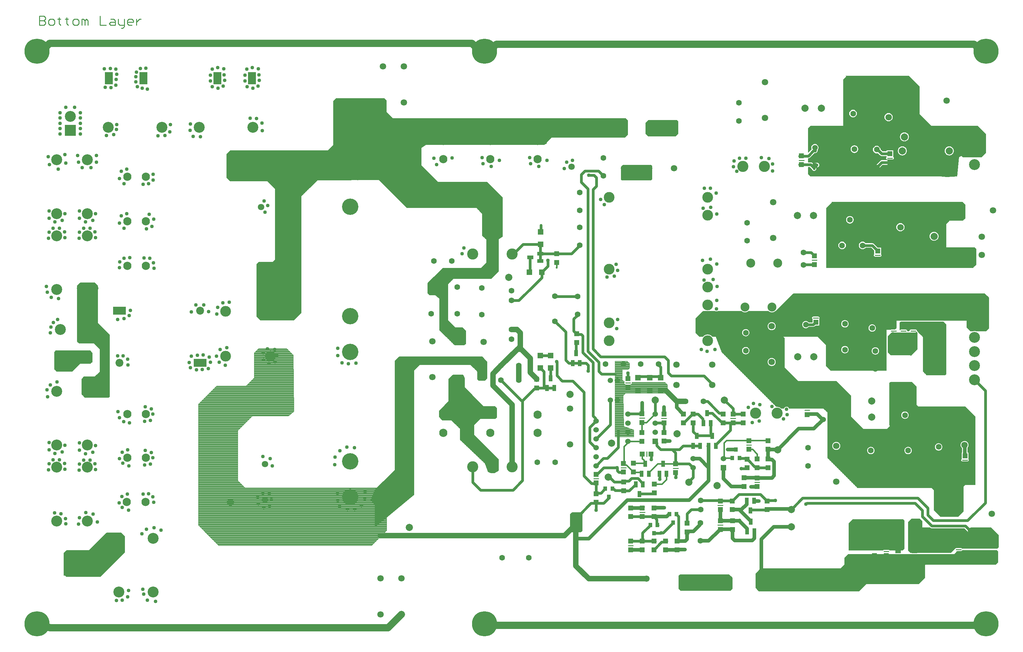
<source format=gbl>
G04*
G04 #@! TF.GenerationSoftware,Altium Limited,Altium Designer,20.0.13 (296)*
G04*
G04 Layer_Physical_Order=2*
G04 Layer_Color=16711680*
%FSLAX24Y24*%
%MOIN*%
G70*
G01*
G75*
%ADD15C,0.0040*%
%ADD18C,0.0100*%
%ADD19C,0.0150*%
%ADD42C,0.0050*%
%ADD43C,0.0300*%
%ADD44C,0.0400*%
%ADD46C,0.0600*%
%ADD47C,0.0900*%
%ADD48C,0.1200*%
%ADD49R,0.1200X0.1200*%
%ADD50C,0.0630*%
%ADD51C,0.0787*%
%ADD52C,0.0709*%
%ADD53C,0.0984*%
%ADD54C,0.1220*%
%ADD55R,0.0600X0.0600*%
%ADD56C,0.0600*%
%ADD57R,0.0709X0.0709*%
%ADD58C,0.2756*%
%ADD59C,0.0591*%
%ADD60C,0.1800*%
%ADD61C,0.0906*%
%ADD62R,0.0866X0.1378*%
%ADD63C,0.1181*%
%ADD64C,0.0866*%
%ADD65R,0.1402X0.0866*%
%ADD66C,0.0400*%
%ADD67C,0.0220*%
%ADD68R,0.0433X0.0492*%
%ADD69R,0.0551X0.0531*%
%ADD70R,0.0433X0.0650*%
%ADD71R,0.0630X0.0591*%
%ADD72R,0.0531X0.0551*%
%ADD73R,0.0638X0.1181*%
%ADD74R,0.2642X0.2657*%
%ADD75R,0.0650X0.0433*%
%ADD76R,0.0591X0.0630*%
%ADD77R,0.1102X0.1102*%
%ADD78C,0.0180*%
%ADD79C,0.0800*%
G36*
X90863Y62250D02*
X90783D01*
X90828Y62270D01*
X90863Y62250D01*
D02*
G37*
G36*
X72466Y57250D02*
X72466Y55900D01*
X72166Y55600D01*
X69166Y55600D01*
X68866Y55900D01*
X68866Y57100D01*
X69166Y57400D01*
X72316Y57400D01*
X72466Y57250D01*
D02*
G37*
G36*
X40150Y59800D02*
X40400Y59550D01*
X40400Y58300D01*
X41100Y57600D01*
X45950D01*
X66700Y57600D01*
X66950Y57350D01*
X66950Y55800D01*
X66600Y55450D01*
X58550Y55450D01*
X57750Y54650D01*
X44730D01*
X44250Y54307D01*
Y51950D01*
X43100Y50800D01*
X31050D01*
Y36200D01*
X30200Y35350D01*
X26550D01*
X26100Y35800D01*
X26100Y41550D01*
X26350Y41800D01*
X27900Y41800D01*
X28150Y42050D01*
X28150Y50650D01*
X23200Y50650D01*
X22800Y51050D01*
Y53650D01*
X23200Y54050D01*
X33950D01*
X34550Y54650D01*
X34550Y59500D01*
X34850Y59800D01*
X40150Y59800D01*
D02*
G37*
G36*
X99000Y61100D02*
X99000Y58050D01*
X100300Y56750D01*
X105400D01*
X106300Y55850D01*
Y53800D01*
X105800Y53300D01*
X103750D01*
X103600Y53450D01*
X103350Y53300D01*
X103150Y51200D01*
X102025Y51125D01*
X101250Y51200D01*
X97150Y51200D01*
X87000Y51200D01*
X86750Y51450D01*
X86750Y52213D01*
X86946D01*
X87154Y52004D01*
X87165Y51952D01*
X87220Y51870D01*
X87302Y51814D01*
X87400Y51795D01*
X87498Y51814D01*
X87580Y51870D01*
X87635Y51952D01*
X87655Y52050D01*
Y52119D01*
X87652Y52132D01*
X87694Y52180D01*
X87729D01*
X87827Y52199D01*
X87909Y52255D01*
X87965Y52337D01*
X87984Y52435D01*
X87965Y52533D01*
X87909Y52615D01*
X87827Y52670D01*
X87729Y52690D01*
X87560D01*
X87463Y52670D01*
X87380Y52615D01*
X87323Y52558D01*
X87322Y52558D01*
X87231Y52648D01*
X87149Y52703D01*
X87051Y52723D01*
X86750D01*
Y53177D01*
X86764D01*
X86861Y53197D01*
X86944Y53252D01*
X87448Y53756D01*
X87500Y53745D01*
X87598Y53765D01*
X87621Y53780D01*
X87646Y53785D01*
X87728Y53840D01*
X87783Y53923D01*
X87803Y54021D01*
Y54080D01*
X87852Y54144D01*
X87893Y54242D01*
X87907Y54346D01*
X87893Y54450D01*
X87852Y54548D01*
X87788Y54631D01*
X87705Y54695D01*
X87608Y54736D01*
X87503Y54750D01*
X87399Y54736D01*
X87301Y54695D01*
X87218Y54631D01*
X87154Y54548D01*
X87113Y54450D01*
X87100Y54346D01*
X87113Y54242D01*
X87142Y54171D01*
X86796Y53825D01*
X86750Y53844D01*
X86750Y56500D01*
X87000Y56750D01*
X90600D01*
Y61850D01*
X90950Y62200D01*
X90863Y62250D01*
X97850D01*
X99000Y61100D01*
D02*
G37*
G36*
X69516Y52450D02*
X69616Y52350D01*
X69616Y50900D01*
X69466Y50750D01*
X66266Y50750D01*
X66166Y50850D01*
Y52250D01*
X66366Y52450D01*
X69516Y52450D01*
D02*
G37*
G36*
X101670Y48380D02*
X101950Y48100D01*
X101950Y42573D01*
X100507Y41130D01*
X88757D01*
Y47730D01*
X89357Y48330D01*
Y48380D01*
X101670Y48380D01*
D02*
G37*
G36*
X99300Y13300D02*
Y12600D01*
X100140D01*
X100170Y12570D01*
X100252Y12514D01*
X100350Y12495D01*
X103951D01*
X104427Y12020D01*
X104509Y11964D01*
X104607Y11945D01*
X104700D01*
X104798Y11964D01*
X104880Y12020D01*
X104935Y12102D01*
X104955Y12200D01*
X104935Y12298D01*
X104880Y12380D01*
X104798Y12435D01*
X104715Y12452D01*
X104614Y12554D01*
X104633Y12600D01*
X106850D01*
X107700Y11750D01*
Y10400D01*
X107550Y10250D01*
X103689Y10250D01*
X103684Y10258D01*
X103634Y10291D01*
X103576Y10303D01*
X103024D01*
X102966Y10291D01*
X102916Y10258D01*
X102911Y10250D01*
X102900D01*
X102450Y9800D01*
X98000D01*
X97750Y10050D01*
Y13200D01*
X98100Y13550D01*
X99050D01*
X99300Y13300D01*
D02*
G37*
G36*
X97350Y13350D02*
X97350Y10250D01*
X97150Y10050D01*
X95739D01*
X95734Y10058D01*
X95684Y10091D01*
X95626Y10103D01*
X95074D01*
X95016Y10091D01*
X94966Y10058D01*
X94961Y10050D01*
X91200Y10050D01*
Y13050D01*
X91650Y13500D01*
X91950Y13500D01*
X97200D01*
X97350Y13350D01*
D02*
G37*
G36*
X107650Y9950D02*
Y8750D01*
X107400Y8500D01*
X99650D01*
X99600Y8450D01*
Y7050D01*
X98900Y6350D01*
X91250Y6350D01*
X90750Y6850D01*
X90750Y9250D01*
X91173Y9673D01*
X91200Y9650D01*
X91200Y9650D01*
X95750D01*
X96231D01*
Y9639D01*
X97069D01*
Y9650D01*
X98031Y9650D01*
Y9639D01*
X98869D01*
Y9650D01*
X102800Y9650D01*
X103147Y9997D01*
X103576D01*
X103634Y10009D01*
X103684Y10042D01*
X103717Y10091D01*
X103719Y10100D01*
X107500D01*
X107650Y9950D01*
D02*
G37*
%LPC*%
G36*
X91700Y58519D02*
X91592Y58504D01*
X91491Y58462D01*
X91404Y58396D01*
X91338Y58309D01*
X91296Y58208D01*
X91281Y58100D01*
X91296Y57992D01*
X91338Y57891D01*
X91404Y57804D01*
X91491Y57738D01*
X91592Y57696D01*
X91700Y57681D01*
X91808Y57696D01*
X91909Y57738D01*
X91996Y57804D01*
X92062Y57891D01*
X92104Y57992D01*
X92119Y58100D01*
X92104Y58208D01*
X92062Y58309D01*
X91996Y58396D01*
X91909Y58462D01*
X91808Y58504D01*
X91700Y58519D01*
D02*
G37*
G36*
X95600Y58158D02*
X95481Y58143D01*
X95371Y58097D01*
X95276Y58024D01*
X95203Y57929D01*
X95157Y57819D01*
X95142Y57700D01*
X95157Y57581D01*
X95203Y57471D01*
X95276Y57376D01*
X95371Y57303D01*
X95481Y57257D01*
X95600Y57242D01*
X95719Y57257D01*
X95829Y57303D01*
X95924Y57376D01*
X95997Y57471D01*
X96043Y57581D01*
X96058Y57700D01*
X96043Y57819D01*
X95997Y57929D01*
X95924Y58024D01*
X95829Y58097D01*
X95719Y58143D01*
X95600Y58158D01*
D02*
G37*
G36*
X97345Y56031D02*
X97216Y56014D01*
X97096Y55965D01*
X96993Y55886D01*
X96914Y55782D01*
X96864Y55662D01*
X96847Y55533D01*
X96864Y55405D01*
X96914Y55284D01*
X96993Y55181D01*
X97096Y55102D01*
X97216Y55052D01*
X97345Y55035D01*
X97474Y55052D01*
X97594Y55102D01*
X97697Y55181D01*
X97776Y55284D01*
X97826Y55405D01*
X97843Y55533D01*
X97826Y55662D01*
X97776Y55782D01*
X97697Y55886D01*
X97594Y55965D01*
X97474Y56014D01*
X97345Y56031D01*
D02*
G37*
G36*
X91850Y54603D02*
X91742Y54589D01*
X91641Y54547D01*
X91554Y54480D01*
X91488Y54394D01*
X91446Y54293D01*
X91431Y54184D01*
X91446Y54076D01*
X91488Y53975D01*
X91554Y53888D01*
X91641Y53822D01*
X91742Y53780D01*
X91850Y53766D01*
X91958Y53780D01*
X92059Y53822D01*
X92146Y53888D01*
X92212Y53975D01*
X92254Y54076D01*
X92269Y54184D01*
X92254Y54293D01*
X92212Y54394D01*
X92146Y54480D01*
X92059Y54547D01*
X91958Y54589D01*
X91850Y54603D01*
D02*
G37*
G36*
X102275Y54491D02*
X102146Y54474D01*
X102026Y54424D01*
X101922Y54345D01*
X101843Y54242D01*
X101794Y54122D01*
X101777Y53993D01*
X101794Y53864D01*
X101843Y53744D01*
X101922Y53641D01*
X102026Y53562D01*
X102146Y53512D01*
X102275Y53495D01*
X102403Y53512D01*
X102524Y53562D01*
X102627Y53641D01*
X102706Y53744D01*
X102756Y53864D01*
X102772Y53993D01*
X102756Y54122D01*
X102706Y54242D01*
X102627Y54345D01*
X102524Y54424D01*
X102403Y54474D01*
X102275Y54491D01*
D02*
G37*
G36*
X97113D02*
X96984Y54474D01*
X96864Y54424D01*
X96761Y54345D01*
X96682Y54242D01*
X96632Y54122D01*
X96615Y53993D01*
X96632Y53864D01*
X96682Y53744D01*
X96761Y53641D01*
X96864Y53562D01*
X96984Y53512D01*
X97113Y53495D01*
X97242Y53512D01*
X97362Y53562D01*
X97465Y53641D01*
X97544Y53744D01*
X97594Y53864D01*
X97611Y53993D01*
X97594Y54122D01*
X97544Y54242D01*
X97465Y54345D01*
X97362Y54424D01*
X97242Y54474D01*
X97113Y54491D01*
D02*
G37*
G36*
X94300Y54553D02*
X94192Y54539D01*
X94091Y54497D01*
X94004Y54430D01*
X93938Y54344D01*
X93896Y54243D01*
X93881Y54134D01*
X93896Y54026D01*
X93938Y53925D01*
X94004Y53838D01*
X94091Y53772D01*
X94192Y53730D01*
X94300Y53716D01*
X94408Y53730D01*
X94426Y53737D01*
X94661Y53502D01*
X94744Y53447D01*
X94841Y53427D01*
X95374D01*
Y53357D01*
X95370Y53311D01*
X95366Y53308D01*
X95333Y53259D01*
X95321Y53200D01*
X95333Y53141D01*
X95366Y53092D01*
X95416Y53059D01*
X95474Y53047D01*
X96026D01*
X96084Y53059D01*
X96134Y53092D01*
X96167Y53141D01*
X96179Y53200D01*
X96167Y53259D01*
X96134Y53308D01*
X96131Y53311D01*
X96126Y53317D01*
X96126Y53317D01*
Y54048D01*
X95374D01*
Y53937D01*
X94947D01*
X94714Y54170D01*
X94704Y54243D01*
X94662Y54344D01*
X94596Y54430D01*
X94509Y54497D01*
X94408Y54539D01*
X94300Y54553D01*
D02*
G37*
G36*
X95750Y52973D02*
X94852D01*
X94754Y52953D01*
X94672Y52898D01*
X94170Y52396D01*
X94115Y52313D01*
X94095Y52216D01*
Y52200D01*
X94115Y52102D01*
X94170Y52020D01*
X94252Y51965D01*
X94350Y51945D01*
X94448Y51965D01*
X94530Y52020D01*
X94562Y52067D01*
X94958Y52463D01*
X95750D01*
X95848Y52482D01*
X95930Y52537D01*
X95985Y52620D01*
X96005Y52718D01*
X95985Y52815D01*
X95930Y52898D01*
X95848Y52953D01*
X95750Y52973D01*
D02*
G37*
G36*
X91350Y46830D02*
X91242Y46815D01*
X91141Y46773D01*
X91054Y46707D01*
X90988Y46620D01*
X90946Y46519D01*
X90931Y46411D01*
X90946Y46303D01*
X90988Y46202D01*
X91054Y46115D01*
X91141Y46049D01*
X91242Y46007D01*
X91350Y45992D01*
X91458Y46007D01*
X91559Y46049D01*
X91646Y46115D01*
X91712Y46202D01*
X91754Y46303D01*
X91769Y46411D01*
X91754Y46519D01*
X91712Y46620D01*
X91646Y46707D01*
X91559Y46773D01*
X91458Y46815D01*
X91350Y46830D01*
D02*
G37*
G36*
X96900Y46058D02*
X96781Y46043D01*
X96671Y45997D01*
X96576Y45924D01*
X96503Y45829D01*
X96457Y45719D01*
X96442Y45600D01*
X96457Y45481D01*
X96503Y45371D01*
X96576Y45276D01*
X96671Y45203D01*
X96781Y45157D01*
X96900Y45142D01*
X97019Y45157D01*
X97129Y45203D01*
X97224Y45276D01*
X97297Y45371D01*
X97343Y45481D01*
X97358Y45600D01*
X97343Y45719D01*
X97297Y45829D01*
X97224Y45924D01*
X97129Y45997D01*
X97019Y46043D01*
X96900Y46058D01*
D02*
G37*
G36*
X100600Y45098D02*
X100471Y45081D01*
X100351Y45031D01*
X100248Y44952D01*
X100169Y44849D01*
X100119Y44729D01*
X100102Y44600D01*
X100119Y44471D01*
X100169Y44351D01*
X100248Y44248D01*
X100351Y44169D01*
X100471Y44119D01*
X100600Y44102D01*
X100729Y44119D01*
X100849Y44169D01*
X100952Y44248D01*
X101031Y44351D01*
X101081Y44471D01*
X101098Y44600D01*
X101081Y44729D01*
X101031Y44849D01*
X100952Y44952D01*
X100849Y45031D01*
X100729Y45081D01*
X100600Y45098D01*
D02*
G37*
G36*
X90493Y44015D02*
X90385Y44001D01*
X90284Y43959D01*
X90197Y43892D01*
X90131Y43806D01*
X90089Y43705D01*
X90075Y43596D01*
X90089Y43488D01*
X90131Y43387D01*
X90197Y43300D01*
X90284Y43234D01*
X90385Y43192D01*
X90493Y43178D01*
X90602Y43192D01*
X90703Y43234D01*
X90789Y43300D01*
X90856Y43387D01*
X90898Y43488D01*
X90912Y43596D01*
X90898Y43705D01*
X90856Y43806D01*
X90789Y43892D01*
X90703Y43959D01*
X90602Y44001D01*
X90493Y44015D01*
D02*
G37*
G36*
X92753D02*
X92645Y44001D01*
X92544Y43959D01*
X92457Y43892D01*
X92390Y43806D01*
X92349Y43705D01*
X92334Y43596D01*
X92349Y43488D01*
X92390Y43387D01*
X92457Y43300D01*
X92544Y43234D01*
X92645Y43192D01*
X92753Y43178D01*
X92861Y43192D01*
X92962Y43234D01*
X93049Y43300D01*
X93076Y43336D01*
X93704D01*
X94024Y43015D01*
Y42675D01*
X94020Y42628D01*
X94016Y42626D01*
X93983Y42576D01*
X93971Y42518D01*
X93983Y42459D01*
X94016Y42410D01*
X94066Y42376D01*
X94124Y42365D01*
X94676D01*
X94734Y42376D01*
X94784Y42410D01*
X94817Y42459D01*
X94829Y42518D01*
X94817Y42576D01*
X94784Y42626D01*
X94781Y42629D01*
X94776Y42634D01*
X94776Y42634D01*
Y43366D01*
X94395D01*
X93990Y43771D01*
X93907Y43826D01*
X93809Y43846D01*
X93085D01*
X93049Y43892D01*
X92962Y43959D01*
X92861Y44001D01*
X92753Y44015D01*
D02*
G37*
%LPD*%
D15*
X67396Y28468D02*
G03*
X67374Y28550I-170J0D01*
G01*
X66558Y28592D02*
G03*
X66674Y28298I116J-124D01*
G01*
X67226D02*
G03*
X67396Y28468I0J170D01*
G01*
X67387Y28520D02*
X71030D01*
X67395Y28480D02*
X71070D01*
X67374Y28550D02*
X71000Y28550D01*
X71267Y28283D01*
X67357Y28360D02*
X71190D01*
X67393Y28440D02*
X71110D01*
X67382Y28400D02*
X71150D01*
X66850Y30900D02*
X67117Y30633D01*
X67117Y30117D02*
X67117Y30633D01*
X66950Y29950D02*
X67117Y30117D01*
X66317Y29950D02*
X66950Y29950D01*
X66317Y28833D02*
X66558Y28592D01*
X71267Y28283D02*
X71267Y27650D01*
X70967Y27350D02*
X71267Y27650D01*
X67310Y28320D02*
X71230D01*
X66674Y28298D02*
X67226D01*
X66417Y27100D02*
X66667Y27350D01*
X70967D01*
X65500Y25040D02*
X66445D01*
X65500Y25000D02*
X66446D01*
X65500Y24880D02*
X66448D01*
X65500Y24840D02*
X66448D01*
X65500Y24960D02*
X66447D01*
X65500Y24920D02*
X66447D01*
X65500Y24760D02*
X66449D01*
X65500Y24720D02*
X66450D01*
X65500Y24800D02*
X66449D01*
X65500Y26520D02*
X66425D01*
X65500Y26440D02*
X66426D01*
X66317Y28833D02*
X66317Y29950D01*
X65500Y26720D02*
X66422D01*
X65500Y26280D02*
X66428D01*
X65500Y26240D02*
X66429D01*
X65500Y26400D02*
X66427D01*
X65500Y26320D02*
X66428D01*
X65500Y26120D02*
X66431D01*
X65500Y26080D02*
X66431D01*
X65500Y26200D02*
X66429D01*
X65500Y26160D02*
X66430D01*
X65500Y26000D02*
X66432D01*
X65500Y25960D02*
X66433D01*
X65500Y26040D02*
X66432D01*
X65500Y25560D02*
X66438D01*
X65500Y25520D02*
X66439D01*
X65500Y25640D02*
X66437D01*
X65500Y25600D02*
X66438D01*
X65500Y25280D02*
X66442D01*
X65500Y25240D02*
X66443D01*
X65500Y25360D02*
X66441D01*
X65500Y25320D02*
X66442D01*
X65500Y25840D02*
X66434D01*
X65500Y25800D02*
X66435D01*
X65500Y25920D02*
X66433D01*
X65500Y25880D02*
X66434D01*
X65500Y25720D02*
X66436D01*
X65500Y25680D02*
X66437D01*
X65500Y25760D02*
X66436D01*
X65500Y23520D02*
X67020D01*
X65500Y23480D02*
X67130D01*
X65500Y23600D02*
X66800D01*
X65500Y23560D02*
X66910D01*
X66464Y23722D02*
X67567Y23321D01*
X67567Y22550D02*
X67567Y23321D01*
X65500Y23440D02*
X67240D01*
X65500Y23400D02*
X67350D01*
X65500Y23280D02*
X67567D01*
X65500Y23240D02*
X67567D01*
X65500Y23360D02*
X67460D01*
X65500Y23320D02*
X67567D01*
X65500Y23160D02*
X67567D01*
X65500Y23120D02*
X67567D01*
X65500Y23200D02*
X67567D01*
X65500Y22720D02*
X67567D01*
X65500Y22680D02*
X67567D01*
X65500Y22800D02*
X67567D01*
X65500Y22760D02*
X67567D01*
X65540Y22560D02*
X67567D01*
X65550Y22550D02*
X67567Y22550D01*
X65500Y22640D02*
X67567D01*
X65500Y22600D02*
X67567D01*
X65500Y23000D02*
X67567D01*
X65500Y22960D02*
X67567D01*
X65500Y23080D02*
X67567D01*
X65500Y23040D02*
X67567D01*
X65500Y22880D02*
X67567D01*
X65500Y22840D02*
X67567D01*
X65500Y22920D02*
X67567D01*
X65500Y24600D02*
X66452D01*
X65500Y24560D02*
X66452D01*
X65500Y24680D02*
X66450D01*
X65500Y24640D02*
X66451D01*
X66417Y27100D02*
X66464Y23722D01*
X65500Y24440D02*
X66454D01*
X65500Y24520D02*
X66453D01*
X65500Y24480D02*
X66453D01*
X65500Y24320D02*
X66455D01*
X65500Y24280D02*
X66456D01*
X65500Y24400D02*
X66454D01*
X65500Y24360D02*
X66455D01*
X65500Y24200D02*
X66457D01*
X65500Y24160D02*
X66458D01*
X65500Y24240D02*
X66457D01*
X65500Y23760D02*
X66463D01*
X65500Y23720D02*
X66470D01*
X65500Y23840D02*
X66462D01*
X65500Y23800D02*
X66463D01*
X65500Y23680D02*
X66580D01*
X65500Y23640D02*
X66690D01*
X65500Y22600D02*
X65550Y22550D01*
X65500Y24040D02*
X66459D01*
X65500Y24000D02*
X66460D01*
X65500Y24120D02*
X66458D01*
X65500Y24080D02*
X66459D01*
X65500Y23920D02*
X66461D01*
X65500Y23880D02*
X66462D01*
X65500Y23960D02*
X66460D01*
X65500Y30560D02*
X67117D01*
X65500Y30520D02*
X67117D01*
X65500Y30640D02*
X67110D01*
X65500Y30600D02*
X67117D01*
X65500Y30400D02*
X67117D01*
X65500Y30360D02*
X67117D01*
X65500Y30480D02*
X67117D01*
X65500Y30440D02*
X67117D01*
X65500Y30840D02*
X66910D01*
X65500Y30800D02*
X66950D01*
X65500Y30900D02*
X66850Y30900D01*
X65500Y30880D02*
X66870D01*
X65500Y30720D02*
X67030D01*
X65500Y30680D02*
X67070D01*
X65500Y30760D02*
X66990D01*
X65500Y30040D02*
X67040D01*
X65500Y30000D02*
X67000D01*
X65500Y29960D02*
X66960D01*
X65500Y28720D02*
X66430D01*
X65500Y28600D02*
X66550D01*
X65500Y28560D02*
X66532D01*
X65500Y28680D02*
X66470D01*
X65500Y28640D02*
X66510D01*
X65500Y30320D02*
X67117D01*
X65500Y30280D02*
X67117D01*
X65500Y30240D02*
X67117D01*
X65500Y30200D02*
X67117D01*
X65500Y30160D02*
X67117D01*
X65500Y30120D02*
X67117D01*
X65500Y30080D02*
X67080D01*
X65500Y29560D02*
X66317D01*
X65500Y29520D02*
X66317D01*
X65500Y29640D02*
X66317D01*
X65500Y29600D02*
X66317D01*
X65500Y29480D02*
X66317D01*
X65500Y29440D02*
X66317D01*
X65500Y29400D02*
X66317D01*
X65500Y29360D02*
X66317D01*
X65500Y29840D02*
X66317D01*
X65500Y29800D02*
X66317D01*
X65500Y29920D02*
X66317D01*
X65500Y29880D02*
X66317D01*
X65500Y29720D02*
X66317D01*
X65500Y29680D02*
X66317D01*
X65500Y29760D02*
X66317D01*
X65500Y28960D02*
X66317D01*
X65500Y28920D02*
X66317D01*
X65500Y29040D02*
X66317D01*
X65500Y29000D02*
X66317D01*
X65500Y28800D02*
X66350D01*
X65500Y28760D02*
X66390D01*
X65500Y28880D02*
X66317D01*
X65500Y28840D02*
X66317D01*
X65500Y29240D02*
X66317D01*
X65500Y29200D02*
X66317D01*
X65500Y29320D02*
X66317D01*
X65500Y29280D02*
X66317D01*
X65500Y29120D02*
X66317D01*
X65500Y29080D02*
X66317D01*
X65500Y29160D02*
X66317D01*
X65500Y28040D02*
X71267D01*
X65500Y28000D02*
X71267D01*
X65500Y28120D02*
X71267D01*
X65500Y28080D02*
X71267D01*
X65500Y27880D02*
X71267D01*
X65500Y27840D02*
X71267D01*
X65500Y27960D02*
X71267D01*
X65500Y27920D02*
X71267D01*
X65500Y28320D02*
X66590D01*
X65500Y28280D02*
X71267D01*
X65500Y28400D02*
X66518D01*
X65500Y28360D02*
X66543D01*
X65500Y28200D02*
X71267D01*
X65500Y28160D02*
X71267D01*
X65500Y28240D02*
X71267D01*
X65500Y27520D02*
X71137D01*
X65500Y27480D02*
X71097D01*
X65500Y27440D02*
X71057D01*
X65500Y27400D02*
X71017D01*
X65500Y27360D02*
X70977D01*
X65500Y27320D02*
X66637D01*
X65500Y27280D02*
X66597D01*
X65500Y27240D02*
X66557D01*
X65500Y27720D02*
X71267D01*
X65500Y27680D02*
X71267D01*
X65500Y27800D02*
X71267D01*
X65500Y27760D02*
X71267D01*
X65500Y27640D02*
X71257D01*
X65500Y27600D02*
X71217D01*
X65500Y27560D02*
X71177D01*
X65500Y27000D02*
X66418D01*
X65500Y26960D02*
X66419D01*
X65500Y27080D02*
X66417D01*
X65500Y27040D02*
X66418D01*
X65500Y26840D02*
X66421D01*
X65500Y26800D02*
X66421D01*
X65500Y26920D02*
X66420D01*
X65500Y26880D02*
X66420D01*
X65500Y28520D02*
X66513D01*
X65500Y27200D02*
X66517D01*
X65500Y28480D02*
X66505D01*
X65500Y28440D02*
X66507D01*
X65500Y27160D02*
X66477D01*
X65500Y27120D02*
X66437D01*
X65500Y30900D02*
X65500Y22600D01*
X65500Y25400D02*
X66441D01*
X65500Y25200D02*
X66443D01*
X65500Y25480D02*
X66439D01*
X65500Y25440D02*
X66440D01*
X65500Y25120D02*
X66444D01*
X65500Y25080D02*
X66445D01*
X65500Y25160D02*
X66444D01*
X65500Y26640D02*
X66423D01*
X65500Y26600D02*
X66424D01*
X65500Y26760D02*
X66422D01*
X65500Y26680D02*
X66423D01*
X65500Y26480D02*
X66426D01*
X65500Y26360D02*
X66427D01*
X65500Y26560D02*
X66424D01*
X25850Y29520D02*
X30166D01*
X25850Y29480D02*
X30167D01*
X25850Y29560D02*
X30166D01*
X25850Y29400D02*
X30167D01*
X25850Y29440D02*
X30167D01*
X25850Y29680D02*
X30165D01*
X25850Y29720D02*
X30165D01*
X25850Y29600D02*
X30166D01*
X25850Y29640D02*
X30165D01*
X25850Y29160D02*
X30169D01*
X25850Y29120D02*
X30170D01*
X25850Y29200D02*
X30169D01*
X25850Y29080D02*
X30170D01*
X25840Y29040D02*
X30170D01*
X25850Y29320D02*
X30168D01*
X25850Y29360D02*
X30168D01*
X25850Y29240D02*
X30169D01*
X25850Y29280D02*
X30168D01*
X25640Y28840D02*
X30172D01*
X25600Y28800D02*
X30172D01*
X25560Y28760D02*
X30173D01*
X25520Y28720D02*
X30173D01*
X25480Y28680D02*
X30173D01*
X25800Y29000D02*
X30171D01*
X25760Y28960D02*
X30171D01*
X25720Y28920D02*
X30171D01*
X25680Y28880D02*
X30172D01*
X25280Y28480D02*
X30175D01*
X25240Y28440D02*
X30175D01*
X25200Y28400D02*
X30175D01*
X25160Y28360D02*
X30176D01*
X25120Y28320D02*
X30176D01*
X25440Y28640D02*
X30173D01*
X25400Y28600D02*
X30174D01*
X25360Y28560D02*
X30174D01*
X25320Y28520D02*
X30174D01*
X21670Y28120D02*
X30178D01*
X21630Y28080D02*
X30178D01*
X21590Y28040D02*
X30178D01*
X21550Y28000D02*
X30179D01*
X21510Y27960D02*
X30179D01*
X25080Y28280D02*
X30176D01*
X25040Y28240D02*
X30177D01*
X25000Y28200D02*
X30177D01*
X24960Y28160D02*
X30177D01*
X21310Y27760D02*
X30181D01*
X21270Y27720D02*
X30181D01*
X21230Y27680D02*
X30181D01*
X21190Y27640D02*
X30182D01*
X21150Y27600D02*
X30182D01*
X21470Y27920D02*
X30179D01*
X21430Y27880D02*
X30180D01*
X21390Y27840D02*
X30180D01*
X21350Y27800D02*
X30180D01*
X20950Y27400D02*
X30183D01*
X20910Y27360D02*
X30184D01*
X20870Y27320D02*
X30184D01*
X20830Y27280D02*
X30184D01*
X20790Y27240D02*
X30185D01*
X21110Y27560D02*
X30182D01*
X21070Y27520D02*
X30182D01*
X21030Y27480D02*
X30183D01*
X20990Y27440D02*
X30183D01*
X20590Y27040D02*
X30186D01*
X20550Y27000D02*
X30187D01*
X20510Y26960D02*
X30187D01*
X20470Y26920D02*
X30187D01*
X20750Y27200D02*
X30185D01*
X20710Y27160D02*
X30185D01*
X20670Y27120D02*
X30186D01*
X20630Y27080D02*
X30186D01*
X26210Y32160D02*
X29540D01*
X26170Y32120D02*
X29580D01*
X26130Y32080D02*
X29620D01*
X26090Y32040D02*
X29660D01*
X26050Y32000D02*
X29700D01*
X26350Y32300D02*
X29400D01*
X26330Y32280D02*
X29420D01*
X26290Y32240D02*
X29460D01*
X26250Y32200D02*
X29500D01*
X25930Y31880D02*
X29820D01*
X29400Y32300D02*
X30150Y31550D01*
X25890Y31840D02*
X29860D01*
X25850Y31760D02*
X29940D01*
X25850Y31800D02*
X29900D01*
X26010Y31960D02*
X29740D01*
X25850Y31800D02*
X26350Y32300D01*
X25970Y31920D02*
X29780D01*
X25850Y29050D02*
Y31800D01*
Y31520D02*
X30150D01*
X25850Y31480D02*
X30151D01*
X25850Y31560D02*
X30140D01*
X25850Y31400D02*
X30151D01*
X25850Y31440D02*
X30151D01*
X25850Y31680D02*
X30020D01*
X25850Y31720D02*
X29980D01*
X25850Y31600D02*
X30100D01*
X25850Y31640D02*
X30060D01*
X25850Y31160D02*
X30153D01*
X25850Y31200D02*
X30153D01*
X25850Y31080D02*
X30154D01*
X25850Y31120D02*
X30153D01*
X25850Y31320D02*
X30152D01*
X25850Y31360D02*
X30152D01*
X25850Y31240D02*
X30152D01*
X25850Y31280D02*
X30152D01*
X25850Y30840D02*
X30156D01*
X25850Y30800D02*
X30156D01*
X25850Y30880D02*
X30155D01*
X25850Y30720D02*
X30157D01*
X25850Y30760D02*
X30156D01*
X25850Y31000D02*
X30154D01*
X25850Y31040D02*
X30154D01*
X25850Y30920D02*
X30155D01*
X25850Y30960D02*
X30155D01*
X25850Y30480D02*
X30159D01*
X25850Y30440D02*
X30159D01*
X25850Y30520D02*
X30158D01*
X25850Y30360D02*
X30160D01*
X25850Y30400D02*
X30159D01*
X25850Y30640D02*
X30157D01*
X25850Y30680D02*
X30157D01*
X25850Y30560D02*
X30158D01*
X25850Y30600D02*
X30158D01*
X25850Y30120D02*
X30162D01*
X25850Y30080D02*
X30162D01*
X25850Y30160D02*
X30161D01*
X25850Y30000D02*
X30162D01*
X25850Y30040D02*
X30162D01*
X25850Y30280D02*
X30160D01*
X25850Y30320D02*
X30160D01*
X25850Y30200D02*
X30161D01*
X25850Y30240D02*
X30161D01*
X25850Y29840D02*
X30164D01*
X25850Y29880D02*
X30163D01*
X25850Y29760D02*
X30164D01*
X25850Y29800D02*
X30164D01*
X25850Y29920D02*
X30163D01*
X25850Y29960D02*
X30163D01*
X24950Y28150D02*
X25850Y29050D01*
X21700Y28150D02*
X24950Y28150D01*
X19700Y16000D02*
X40400D01*
X19700Y15840D02*
X40400D01*
X19700Y16040D02*
X40400D01*
X19700Y15760D02*
X40400D01*
X19700Y15800D02*
X40400D01*
X40200Y16950D02*
X40400Y16750D01*
X19700Y16160D02*
X40400D01*
X19700Y16080D02*
X40400D01*
X19700Y16120D02*
X40400D01*
X19700Y14640D02*
X40400D01*
Y12250D02*
Y16750D01*
X19700Y14600D02*
X40400D01*
X19700Y14520D02*
X40400D01*
X19700Y14560D02*
X40400D01*
X19700Y14800D02*
X40400D01*
X19700Y15680D02*
X40400D01*
X19700Y14720D02*
X40400D01*
X19700Y14760D02*
X40400D01*
X19700Y14280D02*
X40400D01*
X19700Y14240D02*
X40400D01*
X19700Y14320D02*
X40400D01*
X19700Y14160D02*
X40400D01*
X19700Y14200D02*
X40400D01*
X19700Y14440D02*
X40400D01*
X19700Y14480D02*
X40400D01*
X19700Y14360D02*
X40400D01*
X19700Y14400D02*
X40400D01*
X19700Y13920D02*
X40400D01*
X19700Y13960D02*
X40400D01*
X19700Y13840D02*
X40400D01*
X19700Y13880D02*
X40400D01*
X19700Y14080D02*
X40400D01*
X19700Y14120D02*
X40400D01*
X19700Y14000D02*
X40400D01*
X19700Y14040D02*
X40400D01*
X19790Y12760D02*
X40400D01*
X19830Y12720D02*
X40400D01*
X19750Y12800D02*
X40400D01*
X19910Y12640D02*
X40400D01*
X19870Y12680D02*
X40400D01*
X19700Y13080D02*
X40400D01*
X19700Y13120D02*
X40400D01*
X19710Y12840D02*
X40400D01*
X19700Y13040D02*
X40400D01*
X20190Y12360D02*
X40400D01*
X20230Y12320D02*
X40400D01*
X20150Y12400D02*
X40400D01*
X38750Y10600D02*
X40400Y12250D01*
X20270Y12280D02*
X40400D01*
X20030Y12520D02*
X40400D01*
X19950Y12600D02*
X40400D01*
X20110Y12440D02*
X40400D01*
X20070Y12480D02*
X40400D01*
X19700Y13600D02*
X40400D01*
X19700Y13560D02*
X40400D01*
X19700Y13640D02*
X40400D01*
X19700Y13480D02*
X40400D01*
X19700Y13520D02*
X40400D01*
X19700Y13760D02*
X40400D01*
X19700Y13800D02*
X40400D01*
X19700Y13680D02*
X40400D01*
X19700Y13720D02*
X40400D01*
X19700Y13240D02*
X40400D01*
X19700Y13280D02*
X40400D01*
X19700Y13160D02*
X40400D01*
X19700Y13200D02*
X40400D01*
X19700Y13400D02*
X40400D01*
X19700Y13440D02*
X40400D01*
X19700Y13320D02*
X40400D01*
X19700Y13360D02*
X40400D01*
X20390Y26840D02*
X30188D01*
X30150Y31550D02*
X30200Y25350D01*
X20350Y26800D02*
X30188D01*
X29617Y24842D02*
X30200Y25350D01*
X20310Y26760D02*
X30189D01*
X25650Y24850D02*
X29617Y24842D01*
X20430Y26880D02*
X30188D01*
X24050Y17750D02*
Y23250D01*
X25650Y24850D01*
X20350Y12200D02*
X40350D01*
X20390Y12160D02*
X40310D01*
X20310Y12240D02*
X40390D01*
X20470Y12080D02*
X40230D01*
X20430Y12120D02*
X40270D01*
X24850Y16950D02*
X40200Y16950D01*
X24050Y17750D02*
X24850Y16950D01*
X20550Y12000D02*
X40150D01*
X20510Y12040D02*
X40190D01*
X20110Y26560D02*
X30190D01*
X20070Y26520D02*
X30191D01*
X20030Y26480D02*
X30191D01*
X19990Y26440D02*
X30191D01*
X19950Y26400D02*
X30192D01*
X20270Y26720D02*
X30189D01*
X20230Y26680D02*
X30189D01*
X20190Y26640D02*
X30190D01*
X20150Y26600D02*
X30190D01*
X19790Y26240D02*
X30193D01*
X19750Y26200D02*
X30193D01*
X19990Y12560D02*
X40400D01*
X19710Y26160D02*
X30193D01*
X19910Y26360D02*
X30192D01*
X19870Y26320D02*
X30192D01*
X19830Y26280D02*
X30192D01*
X19700Y12850D02*
X21950Y10600D01*
X21310Y11240D02*
X39390D01*
X21350Y11200D02*
X39350D01*
X21270Y11280D02*
X39430D01*
X21430Y11120D02*
X39270D01*
X21390Y11160D02*
X39310D01*
X21510Y11040D02*
X39190D01*
X21470Y11080D02*
X39230D01*
X21590Y10960D02*
X39110D01*
X21550Y11000D02*
X39150D01*
X21670Y10880D02*
X39030D01*
X21710Y10840D02*
X38990D01*
X21630Y10920D02*
X39070D01*
X21790Y10760D02*
X38910D01*
X21750Y10800D02*
X38950D01*
X21870Y10680D02*
X38830D01*
X21830Y10720D02*
X38870D01*
X21950Y10600D02*
X38750D01*
X21910Y10640D02*
X38790D01*
X20630Y11920D02*
X40070D01*
X20670Y11880D02*
X40030D01*
X20590Y11960D02*
X40110D01*
X20750Y11800D02*
X39950D01*
X20710Y11840D02*
X39990D01*
X20830Y11720D02*
X39870D01*
X20790Y11760D02*
X39910D01*
X20910Y11640D02*
X39790D01*
X20870Y11680D02*
X39830D01*
X20990Y11560D02*
X39710D01*
X20950Y11600D02*
X39750D01*
X21070Y11480D02*
X39630D01*
X21030Y11520D02*
X39670D01*
X21150Y11400D02*
X39550D01*
X21110Y11440D02*
X39590D01*
X21230Y11320D02*
X39470D01*
X21190Y11360D02*
X39510D01*
X19700Y25360D02*
X30200D01*
X19700Y25320D02*
X30166D01*
X19700Y25400D02*
X30200D01*
X19700Y25240D02*
X30074D01*
X19700Y25280D02*
X30120D01*
X19700Y25160D02*
X29982D01*
X19700Y25200D02*
X30028D01*
X19700Y25080D02*
X29890D01*
X19700Y25120D02*
X29936D01*
X19700Y25000D02*
X29798D01*
X19700Y24960D02*
X29752D01*
X19700Y25040D02*
X29844D01*
X19700Y24880D02*
X29660D01*
X19700Y24920D02*
X29706D01*
X19700Y24800D02*
X25600D01*
X19700Y24840D02*
X25640D01*
X19700Y24720D02*
X25520D01*
X19700Y24760D02*
X25560D01*
X19700Y25920D02*
X30195D01*
X19700Y25880D02*
X30196D01*
X19700Y25960D02*
X30195D01*
X19700Y25800D02*
X30196D01*
X19700Y25840D02*
X30196D01*
X19700Y26080D02*
X30194D01*
X19700Y26120D02*
X30194D01*
X19700Y26000D02*
X30195D01*
X19700Y26040D02*
X30194D01*
X19700Y25560D02*
X30198D01*
X19700Y25520D02*
X30199D01*
X19700Y25600D02*
X30198D01*
X19700Y25440D02*
X30199D01*
X19700Y25480D02*
X30199D01*
X19700Y25720D02*
X30197D01*
X19700Y25760D02*
X30197D01*
X19700Y25640D02*
X30198D01*
X19700Y25680D02*
X30197D01*
X19700Y23960D02*
X24760D01*
X19700Y23920D02*
X24720D01*
X19700Y24000D02*
X24800D01*
X19700Y23840D02*
X24640D01*
X19700Y23880D02*
X24680D01*
X19700Y23760D02*
X24560D01*
X19700Y23800D02*
X24600D01*
X19700Y23680D02*
X24480D01*
X19700Y23720D02*
X24520D01*
X19700Y23600D02*
X24400D01*
X19700Y23560D02*
X24360D01*
X19700Y23640D02*
X24440D01*
X19700Y23480D02*
X24280D01*
X19700Y23520D02*
X24320D01*
X19700Y23400D02*
X24200D01*
X19700Y23440D02*
X24240D01*
X19700Y23320D02*
X24120D01*
X19700Y23360D02*
X24160D01*
X19700Y24640D02*
X25440D01*
X19700Y24600D02*
X25400D01*
X19700Y24680D02*
X25480D01*
X19700Y24520D02*
X25320D01*
X19700Y24560D02*
X25360D01*
X19700Y24440D02*
X25240D01*
X19700Y24480D02*
X25280D01*
X19700Y24360D02*
X25160D01*
X19700Y24400D02*
X25200D01*
X19700Y24280D02*
X25080D01*
X19700Y24320D02*
X25120D01*
X19700Y24200D02*
X25000D01*
X19700Y24240D02*
X25040D01*
X19700Y24120D02*
X24920D01*
X19700Y24160D02*
X24960D01*
X19700Y24040D02*
X24840D01*
X19700Y24080D02*
X24880D01*
X19700Y22440D02*
X24050D01*
X19700Y22400D02*
X24050D01*
X19700Y22480D02*
X24050D01*
X19700Y22320D02*
X24050D01*
X19700Y22360D02*
X24050D01*
X19700Y22600D02*
X24050D01*
X19700Y22640D02*
X24050D01*
X19700Y22520D02*
X24050D01*
X19700Y22560D02*
X24050D01*
X19700Y22080D02*
X24050D01*
X19700Y22040D02*
X24050D01*
X19700Y22120D02*
X24050D01*
X19700Y21960D02*
X24050D01*
X19700Y22000D02*
X24050D01*
X19700Y22240D02*
X24050D01*
X19700Y22280D02*
X24050D01*
X19700Y22160D02*
X24050D01*
X19700Y22200D02*
X24050D01*
X19700Y23240D02*
X24050D01*
X19700Y23200D02*
X24050D01*
X19700Y23280D02*
X24080D01*
X19700Y23040D02*
X24050D01*
X19700Y23160D02*
X24050D01*
X19700Y23120D02*
X24050D01*
X19700Y26150D02*
X21700Y28150D01*
X19700Y23000D02*
X24050D01*
X19700Y23080D02*
X24050D01*
X19700Y22760D02*
X24050D01*
X19700Y22800D02*
X24050D01*
X19700Y22680D02*
X24050D01*
X19700Y22720D02*
X24050D01*
X19700Y22920D02*
X24050D01*
X19700Y22960D02*
X24050D01*
X19700Y22840D02*
X24050D01*
X19700Y22880D02*
X24050D01*
X19700Y21040D02*
X24050D01*
X19700Y21000D02*
X24050D01*
X19700Y21080D02*
X24050D01*
X19700Y20920D02*
X24050D01*
X19700Y20960D02*
X24050D01*
X19700Y21200D02*
X24050D01*
X19700Y21240D02*
X24050D01*
X19700Y21120D02*
X24050D01*
X19700Y21160D02*
X24050D01*
X19700Y20680D02*
X24050D01*
X19700Y20640D02*
X24050D01*
X19700Y20720D02*
X24050D01*
X19700Y20560D02*
X24050D01*
X19700Y20600D02*
X24050D01*
X19700Y20840D02*
X24050D01*
X19700Y20880D02*
X24050D01*
X19700Y20760D02*
X24050D01*
X19700Y20800D02*
X24050D01*
X19700Y21720D02*
X24050D01*
X19700Y21680D02*
X24050D01*
X19700Y21760D02*
X24050D01*
X19700Y21600D02*
X24050D01*
X19700Y21640D02*
X24050D01*
X19700Y21880D02*
X24050D01*
X19700Y21920D02*
X24050D01*
X19700Y21800D02*
X24050D01*
X19700Y21840D02*
X24050D01*
X19700Y21360D02*
X24050D01*
X19700Y21400D02*
X24050D01*
X19700Y21280D02*
X24050D01*
X19700Y21320D02*
X24050D01*
X19700Y21520D02*
X24050D01*
X19700Y21560D02*
X24050D01*
X19700Y21440D02*
X24050D01*
X19700Y21480D02*
X24050D01*
X19700Y16880D02*
X40270D01*
X19700Y16840D02*
X40310D01*
X19700Y16920D02*
X40230D01*
X19700Y16760D02*
X40390D01*
X19700Y16800D02*
X40350D01*
X19700Y17040D02*
X24760D01*
X19700Y17080D02*
X24720D01*
X19700Y16960D02*
X24840D01*
X19700Y17000D02*
X24800D01*
X19700Y16520D02*
X40400D01*
X19700Y16480D02*
X40400D01*
X19700Y16560D02*
X40400D01*
X19700Y16400D02*
X40400D01*
X19700Y16440D02*
X40400D01*
X19700Y16680D02*
X40400D01*
X19700Y16720D02*
X40400D01*
X19700Y16600D02*
X40400D01*
X19700Y16640D02*
X40400D01*
X19700Y17560D02*
X24240D01*
X19700Y17520D02*
X24280D01*
X19700Y17600D02*
X24200D01*
X19700Y17440D02*
X24360D01*
X19700Y17480D02*
X24320D01*
X19700Y17720D02*
X24080D01*
X19700Y19600D02*
X24050D01*
X19700Y17640D02*
X24160D01*
X19700Y17680D02*
X24120D01*
X19700Y17200D02*
X24600D01*
X19700Y17240D02*
X24560D01*
X19700Y17120D02*
X24680D01*
X19700Y17160D02*
X24640D01*
X19700Y17360D02*
X24440D01*
X19700Y17400D02*
X24400D01*
X19700Y17280D02*
X24520D01*
X19700Y17320D02*
X24480D01*
X19700Y15120D02*
X40400D01*
X19700Y15080D02*
X40400D01*
X19700Y15160D02*
X40400D01*
X19700Y15000D02*
X40400D01*
X19700Y15040D02*
X40400D01*
X19700Y15280D02*
X40400D01*
X19700Y15320D02*
X40400D01*
X19700Y15200D02*
X40400D01*
X19700Y15240D02*
X40400D01*
X19700Y13000D02*
X40400D01*
X19700Y12960D02*
X40400D01*
X19700Y14680D02*
X40400D01*
X19700Y12880D02*
X40400D01*
X19700Y12920D02*
X40400D01*
X19700Y14920D02*
X40400D01*
X19700Y14960D02*
X40400D01*
X19700Y14840D02*
X40400D01*
X19700Y14880D02*
X40400D01*
X19700Y15960D02*
X40400D01*
X19700Y15920D02*
X40400D01*
X19700Y16200D02*
X40400D01*
X19700Y15720D02*
X40400D01*
X19700Y15880D02*
X40400D01*
X19700Y16320D02*
X40400D01*
X19700Y16360D02*
X40400D01*
X19700Y16240D02*
X40400D01*
X19700Y16280D02*
X40400D01*
X19700Y15440D02*
X40400D01*
X19700Y15480D02*
X40400D01*
X19700Y15360D02*
X40400D01*
X19700Y15400D02*
X40400D01*
X19700Y15600D02*
X40400D01*
X19700Y15640D02*
X40400D01*
X19700Y15520D02*
X40400D01*
X19700Y15560D02*
X40400D01*
X19700Y19680D02*
X24050D01*
X19700Y19640D02*
X24050D01*
X19700Y19720D02*
X24050D01*
X19700Y19520D02*
X24050D01*
X19700Y19560D02*
X24050D01*
X19700Y19840D02*
X24050D01*
X19700Y19880D02*
X24050D01*
X19700Y19760D02*
X24050D01*
X19700Y19800D02*
X24050D01*
X19700Y19280D02*
X24050D01*
X19700Y19240D02*
X24050D01*
X19700Y19320D02*
X24050D01*
X19700Y19160D02*
X24050D01*
X19700Y19200D02*
X24050D01*
X19700Y19440D02*
X24050D01*
X19700Y19480D02*
X24050D01*
X19700Y19360D02*
X24050D01*
X19700Y19400D02*
X24050D01*
X19700Y20320D02*
X24050D01*
X19700Y20280D02*
X24050D01*
X19700Y20360D02*
X24050D01*
X19700Y20200D02*
X24050D01*
X19700Y20240D02*
X24050D01*
X19700Y20480D02*
X24050D01*
X19700Y20520D02*
X24050D01*
X19700Y20400D02*
X24050D01*
X19700Y20440D02*
X24050D01*
X19700Y20120D02*
X24050D01*
X19700Y20160D02*
X24050D01*
X19700Y20040D02*
X24050D01*
X19700Y20080D02*
X24050D01*
X19700Y20000D02*
X24050D01*
X19700Y26150D02*
X19700Y12850D01*
X19700Y19920D02*
X24050D01*
X19700Y19960D02*
X24050D01*
X19700Y18240D02*
X24050D01*
X19700Y18200D02*
X24050D01*
X19700Y18280D02*
X24050D01*
X19700Y18120D02*
X24050D01*
X19700Y18160D02*
X24050D01*
X19700Y18400D02*
X24050D01*
X19700Y18440D02*
X24050D01*
X19700Y18320D02*
X24050D01*
X19700Y18360D02*
X24050D01*
X19700Y17880D02*
X24050D01*
X19700Y17840D02*
X24050D01*
X19700Y17920D02*
X24050D01*
X19700Y17760D02*
X24050D01*
X19700Y17800D02*
X24050D01*
X19700Y18040D02*
X24050D01*
X19700Y18080D02*
X24050D01*
X19700Y17960D02*
X24050D01*
X19700Y18000D02*
X24050D01*
X19700Y18920D02*
X24050D01*
X19700Y18880D02*
X24050D01*
X19700Y18960D02*
X24050D01*
X19700Y18800D02*
X24050D01*
X19700Y18840D02*
X24050D01*
X19700Y19080D02*
X24050D01*
X19700Y19120D02*
X24050D01*
X19700Y19000D02*
X24050D01*
X19700Y19040D02*
X24050D01*
X19700Y18560D02*
X24050D01*
X19700Y18600D02*
X24050D01*
X19700Y18480D02*
X24050D01*
X19700Y18520D02*
X24050D01*
X19700Y18720D02*
X24050D01*
X19700Y18760D02*
X24050D01*
X19700Y18640D02*
X24050D01*
X19700Y18680D02*
X24050D01*
D18*
X79974Y21650D02*
X80526D01*
X80874Y17550D02*
X81426D01*
X76824Y15018D02*
X77376D01*
X76824Y12848D02*
X77376D01*
X66674Y28468D02*
X67226D01*
X69009Y20374D02*
Y20926D01*
X68214Y24611D02*
X68765D01*
X70624Y24568D02*
X71176D01*
X66182Y19149D02*
X66733D01*
X68249Y14250D02*
X68801D01*
X103024Y10150D02*
X103576D01*
X95074Y9950D02*
X95626D01*
X78224Y24568D02*
X78776D01*
X66974Y10600D02*
X67526D01*
X86374Y25482D02*
X86926D01*
X96963Y34196D02*
X97514D01*
X95888D02*
X96439D01*
X98038D02*
X98589D01*
X87324Y35630D02*
X87876D01*
X87174Y41982D02*
X87726D01*
X85749Y52963D02*
X86300D01*
X94124Y42518D02*
X94676D01*
X63174Y17950D02*
X63726D01*
X103724Y19982D02*
X104276D01*
X71918Y19089D02*
X72470D01*
X95474Y53200D02*
X96026D01*
X2250Y68833D02*
Y67833D01*
X2750D01*
X2916Y68000D01*
Y68166D01*
X2750Y68333D01*
X2250D01*
X2750D01*
X2916Y68500D01*
Y68666D01*
X2750Y68833D01*
X2250D01*
X3416Y67833D02*
X3750D01*
X3916Y68000D01*
Y68333D01*
X3750Y68500D01*
X3416D01*
X3250Y68333D01*
Y68000D01*
X3416Y67833D01*
X4416Y68666D02*
Y68500D01*
X4249D01*
X4583D01*
X4416D01*
Y68000D01*
X4583Y67833D01*
X5249Y68666D02*
Y68500D01*
X5082D01*
X5416D01*
X5249D01*
Y68000D01*
X5416Y67833D01*
X6082D02*
X6415D01*
X6582Y68000D01*
Y68333D01*
X6415Y68500D01*
X6082D01*
X5915Y68333D01*
Y68000D01*
X6082Y67833D01*
X6915D02*
Y68500D01*
X7082D01*
X7248Y68333D01*
Y67833D01*
Y68333D01*
X7415Y68500D01*
X7582Y68333D01*
Y67833D01*
X8915Y68833D02*
Y67833D01*
X9581D01*
X10081Y68500D02*
X10414D01*
X10581Y68333D01*
Y67833D01*
X10081D01*
X9914Y68000D01*
X10081Y68166D01*
X10581D01*
X10914Y68500D02*
Y68000D01*
X11080Y67833D01*
X11580D01*
Y67667D01*
X11414Y67500D01*
X11247D01*
X11580Y67833D02*
Y68500D01*
X12413Y67833D02*
X12080D01*
X11914Y68000D01*
Y68333D01*
X12080Y68500D01*
X12413D01*
X12580Y68333D01*
Y68166D01*
X11914D01*
X12913Y68500D02*
Y67833D01*
Y68166D01*
X13080Y68333D01*
X13246Y68500D01*
X13413D01*
D19*
X66649Y19440D02*
X66795D01*
X67580Y18645D02*
X68321D01*
X67349Y18876D02*
X67580Y18645D01*
X67349Y18876D02*
Y18886D01*
X66795Y19440D02*
X67349Y18886D01*
X66458Y19631D02*
X66649Y19440D01*
X67550Y19650D02*
X68735D01*
X68715Y19724D02*
Y19970D01*
X68735Y19650D02*
X68789D01*
X68715Y19724D02*
X68789Y19650D01*
X68527Y20159D02*
X68715Y19970D01*
X68527Y20159D02*
Y20650D01*
X68789Y19650D02*
X68856Y19583D01*
X66458Y19631D02*
X66502Y19675D01*
Y21480D02*
X66864Y21842D01*
X66502Y19675D02*
Y21480D01*
X66864Y21842D02*
Y21936D01*
X68463Y18500D02*
Y18504D01*
X68321Y18645D02*
X68463Y18504D01*
X71194Y17865D02*
Y18417D01*
X70679Y17350D02*
X71194Y17865D01*
X69850Y17350D02*
X70679D01*
X80632Y21168D02*
X81150Y20650D01*
X80250Y21168D02*
X80632D01*
X81150Y20115D02*
Y20650D01*
X77503Y20207D02*
X78402D01*
X78429Y20233D01*
X77446Y20150D02*
X77503Y20207D01*
X77394Y20239D02*
X77513Y20358D01*
X80250Y22150D02*
X82332D01*
X77776D02*
X80250D01*
X82332D02*
X82350Y22132D01*
X77513Y21887D02*
X77776Y22150D01*
X77513Y20358D02*
Y21887D01*
X66950Y22050D02*
X68550D01*
X66950Y21960D02*
Y22050D01*
X59097Y41153D02*
X59100Y41150D01*
X59097Y41714D02*
X59100Y41718D01*
X59097Y41153D02*
Y41714D01*
X53900Y38536D02*
Y38602D01*
X68490Y22890D02*
Y24129D01*
X68450Y22850D02*
X68490Y22890D01*
Y24129D02*
X68977D01*
X69848Y25000D01*
X69950D01*
D42*
X104300Y21323D02*
G03*
X104429Y21650I-350J327D01*
G01*
D02*
G03*
X103650Y21276I-479J0D01*
G01*
X97840Y24931D02*
G03*
X97840Y24931I-440J0D01*
G01*
X104451Y19982D02*
G03*
X104401Y20105I-175J0D01*
G01*
X104276Y19807D02*
G03*
X104451Y19982I0J175D01*
G01*
X101540Y21434D02*
G03*
X101540Y21434I-440J0D01*
G01*
X103599Y20105D02*
G03*
X103724Y19807I125J-122D01*
G01*
X98190Y21039D02*
G03*
X98190Y21039I-440J0D01*
G01*
X94090D02*
G03*
X94090Y21039I-440J0D01*
G01*
X79471Y33900D02*
G03*
X80329Y33900I429J96D01*
G01*
X80340Y32028D02*
G03*
X80340Y32028I-440J0D01*
G01*
X83229Y30775D02*
G03*
X83229Y30775I-479J0D01*
G01*
X84688Y25700D02*
G03*
X84086Y25700I-301J-123D01*
G01*
X83819D02*
G03*
X83268Y25882I-488J-550D01*
G01*
X90329Y21550D02*
G03*
X90329Y21550I-479J0D01*
G01*
X105201Y34200D02*
G03*
X104899Y34200I-151J-709D01*
G01*
X95888Y34371D02*
G03*
X95805Y34350I0J-175D01*
G01*
X98764Y34196D02*
G03*
X98589Y34371I-175J0D01*
G01*
X98038D02*
G03*
X97863Y34200I0J-175D01*
G01*
X98800Y34162D02*
G03*
X98764Y34189I-106J-106D01*
G01*
X98800Y34162D02*
G03*
X98764Y34189I-106J-106D01*
G01*
X97689Y34200D02*
G03*
X97514Y34371I-175J-4D01*
G01*
X96963D02*
G03*
X96850Y34330I0J-175D01*
G01*
X98885Y34065D02*
G03*
X98856Y34106I-135J-65D01*
G01*
X98885Y34065D02*
G03*
X98856Y34106I-135J-65D01*
G01*
X98589Y34021D02*
G03*
X98694Y34056I0J175D01*
G01*
X94240Y34512D02*
G03*
X94240Y34512I-440J0D01*
G01*
X91240Y34973D02*
G03*
X91240Y34973I-440J0D01*
G01*
X88001Y35507D02*
G03*
X88051Y35630I-125J122D01*
G01*
D02*
G03*
X87876Y35805I-175J0D01*
G01*
X94590Y31996D02*
G03*
X94590Y31996I-440J0D01*
G01*
X91240Y32133D02*
G03*
X91240Y32133I-440J0D01*
G01*
X82364Y36350D02*
G03*
X83182Y36350I409J462D01*
G01*
X87324Y35805D02*
G03*
X87199Y35507I0J-175D01*
G01*
X76482Y36350D02*
G03*
X76850Y36350I184J268D01*
G01*
X75653D02*
G03*
X75774Y36350I60J713D01*
G01*
X79411Y36350D02*
G03*
X80229Y36350I409J462D01*
G01*
X87327Y34609D02*
G03*
X87522Y34690I0J275D01*
G01*
X87327Y34609D02*
G03*
X87521Y34690I0J275D01*
G01*
X86843Y35159D02*
G03*
X86843Y34609I-343J-275D01*
G01*
X83229Y34712D02*
G03*
X83229Y34712I-479J0D01*
G01*
X80340Y33996D02*
G03*
X79709Y33600I-440J0D01*
G01*
X80091D02*
G03*
X80340Y33996I-191J396D01*
G01*
X76249Y33600D02*
G03*
X75177Y33600I-536J-474D01*
G01*
X47216Y35284D02*
G03*
X47284Y35216I226J157D01*
G01*
X97826Y25040D02*
X104810D01*
X97835Y25000D02*
X104850D01*
X97798Y25120D02*
X104730D01*
X97814Y25080D02*
X104770D01*
X97839Y24960D02*
X104890D01*
X97840Y24920D02*
X104930D01*
X97837Y24880D02*
X104970D01*
X97830Y24840D02*
X105010D01*
X98850Y25850D02*
X104000D01*
X97669Y25280D02*
X104570D01*
X97500Y25360D02*
X104490D01*
X97606Y25320D02*
X104530D01*
X97749Y25200D02*
X104650D01*
X97776Y25160D02*
X104690D01*
X97714Y25240D02*
X104610D01*
X97636Y24560D02*
X105100D01*
X97556Y24520D02*
X105100D01*
X95710Y23840D02*
X105100D01*
X95750Y23800D02*
X105100D01*
X95790Y23760D02*
X105100D01*
X95770Y23720D02*
X105100D01*
X95730Y23680D02*
X105100D01*
X97820Y24800D02*
X105050D01*
X104000Y25850D02*
X105100Y24750D01*
X97805Y24760D02*
X105090D01*
X97786Y24720D02*
X105100D01*
X97761Y24680D02*
X105100D01*
X97730Y24640D02*
X105100D01*
X97689Y24600D02*
X105100D01*
X95700Y25480D02*
X104370D01*
X95700Y25440D02*
X104410D01*
X95700Y25560D02*
X104290D01*
X95700Y25520D02*
X104330D01*
X95700Y24440D02*
X105100D01*
X95700Y24400D02*
X105100D01*
X95700Y25400D02*
X104450D01*
X95700Y24480D02*
X105100D01*
X95700Y25760D02*
X104090D01*
X95700Y25720D02*
X104130D01*
X95700Y25840D02*
X104010D01*
X95700Y25800D02*
X104050D01*
X95700Y25640D02*
X104210D01*
X95700Y25600D02*
X104250D01*
X95700Y25680D02*
X104170D01*
X95700Y24000D02*
X105100D01*
X95700Y23960D02*
X105100D01*
X95700Y24080D02*
X105100D01*
X95700Y24040D02*
X105100D01*
X95700Y23920D02*
X105100D01*
X95700Y23880D02*
X105100D01*
X95690Y23640D02*
X105100D01*
X95700Y24280D02*
X105100D01*
X95700Y24240D02*
X105100D01*
X95700Y24360D02*
X105100D01*
X95700Y24320D02*
X105100D01*
X95700Y24160D02*
X105100D01*
X95700Y24120D02*
X105100D01*
X95700Y24200D02*
X105100D01*
X104417Y21760D02*
X105100D01*
X104424Y21720D02*
X105100D01*
X104390Y21840D02*
X105100D01*
X104405Y21800D02*
X105100D01*
X104428Y21680D02*
X105100D01*
X104429Y21640D02*
X105100D01*
X104427Y21600D02*
X105100D01*
X104421Y21560D02*
X105100D01*
X104229Y22040D02*
X105100D01*
X104277Y22000D02*
X105100D01*
X104044Y22120D02*
X105100D01*
X104162Y22080D02*
X105100D01*
X104346Y21920D02*
X105100D01*
X104371Y21880D02*
X105100D01*
X104316Y21960D02*
X105100D01*
X104411Y21520D02*
X105100D01*
X104398Y21480D02*
X105100D01*
X104381Y21440D02*
X105100D01*
X104359Y21400D02*
X105100D01*
X104332Y21360D02*
X105100D01*
X104300Y21320D02*
X105100D01*
X104300Y21280D02*
X105100D01*
X101532Y21520D02*
X103489D01*
X101538Y21480D02*
X103502D01*
X101540Y21440D02*
X103519D01*
X101539Y21400D02*
X103541D01*
X101534Y21360D02*
X103568D01*
X95650Y23600D02*
X105100D01*
X95610Y23560D02*
X105100D01*
X95570Y23520D02*
X105100D01*
X95530Y23480D02*
X105100D01*
X95490Y23440D02*
X105100D01*
X101270Y21840D02*
X103510D01*
X95450Y23400D02*
X105100D01*
X90198Y21880D02*
X103529D01*
X101345Y21800D02*
X103495D01*
X101396Y21760D02*
X103483D01*
X90232Y21840D02*
X100930D01*
X90259Y21800D02*
X100855D01*
X90298Y21720D02*
X100765D01*
X101435D02*
X103476D01*
X90281Y21760D02*
X100804D01*
X101489Y21640D02*
X103471D01*
X101508Y21600D02*
X103473D01*
X90311Y21680D02*
X100735D01*
X101465D02*
X103472D01*
X101522Y21560D02*
X103479D01*
X101525Y21320D02*
X103602D01*
X101512Y21280D02*
X103645D01*
X90329Y21560D02*
X100678D01*
X90328Y21520D02*
X100668D01*
X90321Y21640D02*
X100711D01*
X90327Y21600D02*
X100692D01*
X98118Y21280D02*
X100688D01*
X98141Y21240D02*
X100705D01*
X98089Y21320D02*
X100675D01*
X95700Y28320D02*
X98380D01*
X98150Y28550D02*
X98650Y28050D01*
X95700Y28280D02*
X98420D01*
X95700Y28240D02*
X98460D01*
X95700Y28120D02*
X98580D01*
X95700Y28080D02*
X98620D01*
X95700Y28200D02*
X98500D01*
X95700Y28160D02*
X98540D01*
X95800Y28550D02*
X98150D01*
X95770Y28520D02*
X98180D01*
X95730Y28480D02*
X98220D01*
X95700Y28450D02*
X95800Y28550D01*
X95700Y28400D02*
X98300D01*
X95700Y28360D02*
X98340D01*
X95700Y28440D02*
X98260D01*
X95700Y27960D02*
X98650D01*
X95700Y27920D02*
X98650D01*
X95700Y28040D02*
X98650D01*
X95700Y28000D02*
X98650D01*
X95700Y27840D02*
X98650D01*
X95700Y27800D02*
X98650D01*
X95700Y27880D02*
X98650D01*
Y26050D02*
Y28050D01*
X95700Y23850D02*
Y28450D01*
Y27760D02*
X98650D01*
X95700Y27720D02*
X98650D01*
X95700Y27640D02*
X98650D01*
X95700Y27600D02*
X98650D01*
X95700Y27680D02*
X98650D01*
X95700Y27200D02*
X98650D01*
X95700Y27160D02*
X98650D01*
X95700Y27280D02*
X98650D01*
X95700Y27240D02*
X98650D01*
X95700Y27040D02*
X98650D01*
X95700Y27000D02*
X98650D01*
X95700Y27120D02*
X98650D01*
X95700Y27080D02*
X98650D01*
X95700Y27480D02*
X98650D01*
X95700Y27440D02*
X98650D01*
X95700Y27560D02*
X98650D01*
X95700Y27520D02*
X98650D01*
X95700Y27360D02*
X98650D01*
X95700Y27320D02*
X98650D01*
X95700Y27400D02*
X98650D01*
X95700Y26880D02*
X98650D01*
X95700Y26840D02*
X98650D01*
X95700Y26960D02*
X98650D01*
X95700Y26920D02*
X98650D01*
X95700Y26760D02*
X98650D01*
X95700Y26720D02*
X98650D01*
X95700Y26800D02*
X98650D01*
X95700Y26640D02*
X98650D01*
X95700Y26600D02*
X98650D01*
X95700Y26680D02*
X98650D01*
X91450Y24750D02*
X91450Y27050D01*
X95700Y26520D02*
X98650D01*
X95700Y26480D02*
X98650D01*
X95700Y26560D02*
X98650D01*
X95700Y26160D02*
X98650D01*
Y26050D02*
X98850Y25850D01*
X95700Y26120D02*
X98650D01*
X95700Y26040D02*
X98660D01*
X95700Y25920D02*
X98780D01*
X95700Y25880D02*
X98820D01*
X95700Y26000D02*
X98700D01*
X95700Y25960D02*
X98740D01*
X95700Y26360D02*
X98650D01*
X95700Y26320D02*
X98650D01*
X95700Y26440D02*
X98650D01*
X95700Y26400D02*
X98650D01*
X95700Y26240D02*
X98650D01*
X95700Y26200D02*
X98650D01*
X95700Y26280D02*
X98650D01*
X95700Y25360D02*
X97300D01*
X95700Y25320D02*
X97194D01*
X95700Y25280D02*
X97131D01*
X98001Y21400D02*
X100661D01*
X98051Y21360D02*
X100666D01*
X97931Y21440D02*
X100660D01*
X95700Y25160D02*
X97024D01*
X95700Y25120D02*
X97002D01*
X95700Y25240D02*
X97086D01*
X95700Y25200D02*
X97051D01*
X95700Y25040D02*
X96974D01*
X95700Y25000D02*
X96965D01*
X95700Y25080D02*
X96986D01*
X95700Y24680D02*
X97039D01*
X95700Y24640D02*
X97070D01*
X95700Y26080D02*
X98650D01*
X95700Y24720D02*
X97014D01*
X95700Y24560D02*
X97164D01*
X95700Y24520D02*
X97244D01*
X95700Y24600D02*
X97111D01*
X95700Y24880D02*
X96963D01*
X95700Y24840D02*
X96970D01*
X95700Y24960D02*
X96961D01*
X95700Y24920D02*
X96960D01*
X95700Y24760D02*
X96995D01*
X95700Y23850D02*
X95800Y23750D01*
X95700Y24800D02*
X96980D01*
X95450Y23400D02*
X95800Y23750D01*
X93901Y21400D02*
X97499D01*
X90324Y21480D02*
X100662D01*
X93831Y21440D02*
X97569D01*
X93989Y21320D02*
X97411D01*
X94018Y21280D02*
X97382D01*
X93951Y21360D02*
X97449D01*
X91450Y24750D02*
X92800Y23400D01*
X95450Y23400D01*
X90317Y21440D02*
X93469D01*
X90305Y21400D02*
X93399D01*
X90290Y21360D02*
X93349D01*
X90271Y21320D02*
X93311D01*
X90246Y21280D02*
X93282D01*
X104401Y20480D02*
X105100D01*
X104401Y20440D02*
X105100D01*
X104401Y20560D02*
X105100D01*
X104401Y20520D02*
X105100D01*
X104401Y20320D02*
X105100D01*
X104401Y20280D02*
X105100D01*
X104401Y20400D02*
X105100D01*
X104401Y20360D02*
X105100D01*
X104401Y20760D02*
X105100D01*
X104401Y20720D02*
X105100D01*
X104401Y20840D02*
X105100D01*
X104401Y20800D02*
X105100D01*
X104401Y20640D02*
X105100D01*
X104401Y20600D02*
X105100D01*
X104401Y20680D02*
X105100D01*
X104401Y20160D02*
X105100D01*
X104401Y20120D02*
X105100D01*
X104401Y20240D02*
X105100D01*
X104401Y20200D02*
X105100D01*
X104441Y20040D02*
X105100D01*
X104450Y20000D02*
X105100D01*
X104421Y20080D02*
X105100D01*
X104449Y19960D02*
X105100D01*
Y17300D02*
Y24750D01*
X104401Y20105D02*
Y20855D01*
X104439Y19920D02*
X105100D01*
X104418Y19880D02*
X105100D01*
X104377Y19840D02*
X105100D01*
X104300Y21160D02*
X105100D01*
X104300Y21120D02*
X105100D01*
X104300Y21240D02*
X105100D01*
X104300Y21200D02*
X105100D01*
X104300Y21000D02*
X105100D01*
X104300Y20960D02*
X105100D01*
X104300Y21080D02*
X105100D01*
X104300Y21040D02*
X105100D01*
X104300Y20880D02*
X105100D01*
X104300Y20855D02*
X104401D01*
X104300Y20920D02*
X105100D01*
X104300Y20855D02*
Y21323D01*
X103724Y19807D02*
X104276D01*
X90190Y18960D02*
X105100D01*
X90590Y18560D02*
X105100D01*
X90630Y18520D02*
X105100D01*
X90510Y18640D02*
X105100D01*
X90550Y18600D02*
X105100D01*
X90710Y18440D02*
X105100D01*
X90750Y18400D02*
X105100D01*
X90670Y18480D02*
X105100D01*
X90310Y18840D02*
X105100D01*
X90350Y18800D02*
X105100D01*
X90230Y18920D02*
X105100D01*
X90270Y18880D02*
X105100D01*
X90430Y18720D02*
X105100D01*
X90470Y18680D02*
X105100D01*
X90390Y18760D02*
X105100D01*
X104000Y17300D02*
X105100D01*
X103800Y17100D02*
X104000Y17300D01*
X91910Y17240D02*
X103940D01*
X91950Y17200D02*
X103900D01*
X92070Y17080D02*
X103800D01*
X92110Y17040D02*
X103800D01*
X91990Y17160D02*
X103860D01*
X92030Y17120D02*
X103820D01*
X100380Y16920D02*
X103800D01*
X100420Y16880D02*
X103800D01*
X92150Y17000D02*
X103800D01*
X92190Y16960D02*
X103800D01*
X100500Y16800D02*
X103800D01*
X100540Y16760D02*
X103800D01*
X100460Y16840D02*
X103800D01*
X100600Y16680D02*
X103800D01*
X103800Y14350D02*
X103800Y17100D01*
X100580Y16720D02*
X103800D01*
X100600Y16640D02*
X103800D01*
X100600Y16560D02*
X103800D01*
X100600Y16520D02*
X103800D01*
X100600Y16600D02*
X103800D01*
X100600Y16400D02*
X103800D01*
X100600Y16360D02*
X103800D01*
X100600Y16480D02*
X103800D01*
X100600Y16440D02*
X103800D01*
X100600Y16200D02*
X103800D01*
X100600Y16160D02*
X103800D01*
X100600Y16320D02*
X103800D01*
X91150Y18000D02*
X105100D01*
X91190Y17960D02*
X105100D01*
X91070Y18080D02*
X105100D01*
X91110Y18040D02*
X105100D01*
X91270Y17880D02*
X105100D01*
X91310Y17840D02*
X105100D01*
X91230Y17920D02*
X105100D01*
X90870Y18280D02*
X105100D01*
X90910Y18240D02*
X105100D01*
X90790Y18360D02*
X105100D01*
X90830Y18320D02*
X105100D01*
X90990Y18160D02*
X105100D01*
X91030Y18120D02*
X105100D01*
X90950Y18200D02*
X105100D01*
X91430Y17720D02*
X105100D01*
X91470Y17680D02*
X105100D01*
X91350Y17800D02*
X105100D01*
X91390Y17760D02*
X105100D01*
X91550Y17600D02*
X105100D01*
X91590Y17560D02*
X105100D01*
X91510Y17640D02*
X105100D01*
X91710Y17440D02*
X105100D01*
X91750Y17400D02*
X105100D01*
X91630Y17520D02*
X105100D01*
X91670Y17480D02*
X105100D01*
X91830Y17320D02*
X105100D01*
X91870Y17280D02*
X103980D01*
X91790Y17360D02*
X105100D01*
X101495Y21240D02*
X103650D01*
X101472Y21200D02*
X103650D01*
X101444Y21160D02*
X103650D01*
X101408Y21120D02*
X103650D01*
X101361Y21080D02*
X103650D01*
X101295Y21040D02*
X103650D01*
X101171Y21000D02*
X103650D01*
X98183Y20960D02*
X103650D01*
X98188Y21080D02*
X100839D01*
X98173Y21160D02*
X100756D01*
X98182Y21120D02*
X100792D01*
X98190Y21040D02*
X100905D01*
X98188Y21000D02*
X101029D01*
X98174Y20920D02*
X103650D01*
X100600Y16120D02*
X103800D01*
X100600Y16080D02*
X103800D01*
X100600Y16280D02*
X103800D01*
X100600Y16240D02*
X103800D01*
X100600Y16000D02*
X103800D01*
X100600Y15960D02*
X103800D01*
X100600Y16040D02*
X103800D01*
X103599Y20855D02*
X103650D01*
Y21276D01*
X98160Y20880D02*
X103650D01*
X103599Y20105D02*
Y20855D01*
X100600Y14500D02*
X100600Y16700D01*
X100350Y16950D02*
X100600Y16700D01*
X98159Y21200D02*
X100728D01*
X94073Y21160D02*
X97327D01*
X94041Y21240D02*
X97359D01*
X94059Y21200D02*
X97341D01*
X98142Y20840D02*
X103599D01*
X98119Y20800D02*
X103599D01*
X94060Y20880D02*
X97340D01*
X94042Y20840D02*
X97358D01*
X94088Y21080D02*
X97312D01*
X94090Y21040D02*
X97310D01*
X90216Y21240D02*
X93259D01*
X94082Y21120D02*
X97318D01*
X94088Y21000D02*
X97312D01*
X94083Y20960D02*
X97317D01*
X94074Y20920D02*
X97326D01*
X98090Y20760D02*
X103599D01*
X98053Y20720D02*
X103599D01*
X98004Y20680D02*
X103599D01*
X97935Y20640D02*
X103599D01*
X97779Y20600D02*
X103599D01*
X92200Y16950D02*
X100350D01*
X94019Y20800D02*
X97381D01*
X93990Y20760D02*
X97410D01*
X93953Y20720D02*
X97447D01*
X93904Y20680D02*
X97496D01*
X93835Y20640D02*
X97565D01*
X93679Y20600D02*
X97721D01*
X100600Y15840D02*
X103800D01*
X100600Y15800D02*
X103800D01*
X100600Y15920D02*
X103800D01*
X100600Y15880D02*
X103800D01*
X100600Y15680D02*
X103800D01*
X100600Y15640D02*
X103800D01*
X100600Y15760D02*
X103800D01*
X100600Y15720D02*
X103800D01*
X100660Y14440D02*
X103800D01*
X100700Y14400D02*
X103800D01*
X100600Y15320D02*
X103800D01*
X100620Y14480D02*
X103800D01*
X100780Y14320D02*
X103770D01*
X100820Y14280D02*
X103730D01*
X100740Y14360D02*
X103800D01*
X100940Y14160D02*
X103610D01*
X103250Y13800D02*
X103800Y14350D01*
X100860Y14240D02*
X103690D01*
X100900Y14200D02*
X103650D01*
X101020Y14080D02*
X103530D01*
X101060Y14040D02*
X103490D01*
X100980Y14120D02*
X103570D01*
X101180Y13920D02*
X103370D01*
X101220Y13880D02*
X103330D01*
X101100Y14000D02*
X103450D01*
X101140Y13960D02*
X103410D01*
X101300Y13800D02*
X103250D01*
X101300Y13800D02*
X103250Y13800D01*
X101260Y13840D02*
X103290D01*
X100600Y15520D02*
X103800D01*
X100600Y15480D02*
X103800D01*
X100600Y15600D02*
X103800D01*
X100600Y15560D02*
X103800D01*
X100600Y15400D02*
X103800D01*
X100600Y15360D02*
X103800D01*
X100600Y15440D02*
X103800D01*
X100600Y15280D02*
X103800D01*
X100600Y15240D02*
X103800D01*
X100600Y15200D02*
X103800D01*
X100600Y15160D02*
X103800D01*
X100600Y15080D02*
X103800D01*
X100600Y15040D02*
X103800D01*
X100600Y15120D02*
X103800D01*
X100600Y14920D02*
X103800D01*
X100600Y14880D02*
X103800D01*
X100600Y15000D02*
X103800D01*
X100600Y14960D02*
X103800D01*
X100600Y14800D02*
X103800D01*
X100600Y14760D02*
X103800D01*
X100600Y14840D02*
X103800D01*
X100600Y14640D02*
X103800D01*
X100600Y14600D02*
X103800D01*
X100600Y14720D02*
X103800D01*
X100600Y14680D02*
X103800D01*
X100600Y14520D02*
X103800D01*
X100600Y14500D02*
X101300Y13800D01*
X100600Y14560D02*
X103800D01*
X80340Y32040D02*
X84150D01*
X80339Y32000D02*
X84150D01*
X80298Y31840D02*
X84150D01*
X80276Y31800D02*
X84150D01*
X80249Y31760D02*
X84150D01*
X80214Y31720D02*
X84150D01*
X80169Y31680D02*
X84150D01*
X80108Y31640D02*
X84150D01*
X83650Y33900D02*
X84150Y33400D01*
X80305Y32200D02*
X84150D01*
X80260Y32280D02*
X84150D01*
X80285Y32240D02*
X84150D01*
X80330Y32120D02*
X84150D01*
X80337Y32080D02*
X84150D01*
X80320Y32160D02*
X84150D01*
X79430Y29720D02*
X84580D01*
X84150Y30150D02*
X85650Y28650D01*
X79350Y29800D02*
X84500D01*
X79390Y29760D02*
X84540D01*
X79510Y29640D02*
X84660D01*
X79550Y29600D02*
X84700D01*
X79470Y29680D02*
X84620D01*
X82972Y31200D02*
X84150D01*
X83036Y31160D02*
X84150D01*
X80003Y31600D02*
X84150D01*
X82866Y31240D02*
X84150D01*
X79270Y29880D02*
X84420D01*
X79310Y29840D02*
X84460D01*
X79230Y29920D02*
X84380D01*
X76883Y32920D02*
X84150D01*
X76898Y32880D02*
X84150D01*
X76823Y33080D02*
X84150D01*
X76853Y33000D02*
X84150D01*
X76944Y32760D02*
X84150D01*
X76959Y32720D02*
X84150D01*
X76913Y32840D02*
X84150D01*
X76928Y32800D02*
X84150D01*
X76747Y33280D02*
X84150D01*
X76762Y33240D02*
X84150D01*
X76717Y33360D02*
X84150D01*
X76732Y33320D02*
X84150D01*
X76792Y33160D02*
X84150D01*
X76807Y33120D02*
X84150D01*
X76777Y33200D02*
X84150D01*
X79030Y30120D02*
X84180D01*
X79070Y30080D02*
X84220D01*
X77830Y31320D02*
X84150D01*
X77870Y31280D02*
X84150D01*
X79150Y30000D02*
X84300D01*
X79190Y29960D02*
X84340D01*
X79110Y30040D02*
X84260D01*
X77630Y31520D02*
X84150D01*
X77670Y31480D02*
X84150D01*
X76974Y32680D02*
X84150D01*
X77590Y31560D02*
X84150D01*
X77750Y31400D02*
X84150D01*
X77790Y31360D02*
X84150D01*
X77710Y31440D02*
X84150D01*
X81070Y28080D02*
X90420D01*
X81110Y28040D02*
X90460D01*
X80990Y28160D02*
X90340D01*
X81030Y28120D02*
X90380D01*
X81230Y27920D02*
X90580D01*
X81270Y27880D02*
X90620D01*
X81150Y28000D02*
X90500D01*
X81190Y27960D02*
X90540D01*
X85650Y28650D02*
X89850Y28650D01*
X80830Y28320D02*
X90180D01*
X80750Y28400D02*
X90100D01*
X80790Y28360D02*
X90140D01*
X80910Y28240D02*
X90260D01*
X80950Y28200D02*
X90300D01*
X80870Y28280D02*
X90220D01*
X81670Y27480D02*
X91020D01*
X81710Y27440D02*
X91060D01*
X81590Y27560D02*
X90940D01*
X81630Y27520D02*
X90980D01*
X81790Y27360D02*
X91140D01*
X81830Y27320D02*
X91180D01*
X81750Y27400D02*
X91100D01*
X81390Y27760D02*
X90740D01*
X81430Y27720D02*
X90780D01*
X81310Y27840D02*
X90660D01*
X81350Y27800D02*
X90700D01*
X81510Y27640D02*
X90860D01*
X81550Y27600D02*
X90900D01*
X81470Y27680D02*
X90820D01*
X79950Y29200D02*
X85100D01*
X79990Y29160D02*
X85140D01*
X79870Y29280D02*
X85020D01*
X79910Y29240D02*
X85060D01*
X80110Y29040D02*
X85260D01*
X80150Y29000D02*
X85300D01*
X80030Y29120D02*
X85180D01*
X80070Y29080D02*
X85220D01*
X79670Y29480D02*
X84820D01*
X79710Y29440D02*
X84860D01*
X79590Y29560D02*
X84740D01*
X79630Y29520D02*
X84780D01*
X79790Y29360D02*
X84940D01*
X79830Y29320D02*
X84980D01*
X79750Y29400D02*
X84900D01*
X80550Y28600D02*
X89900D01*
X80590Y28560D02*
X89940D01*
X80470Y28680D02*
X85620D01*
X80510Y28640D02*
X89860D01*
X80670Y28480D02*
X90020D01*
X80710Y28440D02*
X90060D01*
X80630Y28520D02*
X89980D01*
X80270Y28880D02*
X85420D01*
X80310Y28840D02*
X85460D01*
X80190Y28960D02*
X85340D01*
X80230Y28920D02*
X85380D01*
X80390Y28760D02*
X85540D01*
X80430Y28720D02*
X85580D01*
X80350Y28800D02*
X85500D01*
X80206Y33680D02*
X83870D01*
X80158Y33640D02*
X83910D01*
X80091Y33600D02*
X83950D01*
X79957Y33560D02*
X83990D01*
X80188Y32360D02*
X84150D01*
X80229Y32320D02*
X84150D01*
X80054Y32440D02*
X84150D01*
X80135Y32400D02*
X84150D01*
X80329Y33900D02*
X83650Y33900D01*
X80324Y33880D02*
X83670D01*
X80311Y33840D02*
X83710D01*
X80294Y33800D02*
X83750D01*
X80271Y33760D02*
X83790D01*
X80242Y33720D02*
X83830D01*
X80335Y31960D02*
X84150D01*
Y30150D02*
Y33400D01*
X77156Y32200D02*
X79495D01*
X80327Y31920D02*
X84150D01*
X80314Y31880D02*
X84150D01*
X77277D02*
X79486D01*
X77201Y32080D02*
X79463D01*
X77216Y32040D02*
X79460D01*
X77171Y32160D02*
X79480D01*
X77186Y32120D02*
X79470D01*
X77246Y31960D02*
X79465D01*
X77262Y31920D02*
X79473D01*
X77231Y32000D02*
X79461D01*
X76626Y33600D02*
X79709D01*
X76641Y33560D02*
X79843D01*
X76595Y33680D02*
X79594D01*
X76611Y33640D02*
X79642D01*
X76686Y33440D02*
X84110D01*
X76701Y33400D02*
X84150D01*
X76656Y33520D02*
X84030D01*
X76671Y33480D02*
X84070D01*
X77050Y33900D02*
X79471Y33900D01*
X76950Y33880D02*
X79476D01*
X76750Y33840D02*
X79489D01*
X76550Y33800D02*
X77050Y33900D01*
X76565Y33760D02*
X79529D01*
X76580Y33720D02*
X79558D01*
X76550Y33800D02*
X79506D01*
X76989Y32640D02*
X84150D01*
X77004Y32600D02*
X84150D01*
X76838Y33040D02*
X84150D01*
X76868Y32960D02*
X84150D01*
X77034Y32520D02*
X84150D01*
X77050Y32480D02*
X84150D01*
X77019Y32560D02*
X84150D01*
X77080Y32400D02*
X79665D01*
X77095Y32360D02*
X79612D01*
X77065Y32440D02*
X79746D01*
X76550Y33800D02*
X77281Y31869D01*
X77125Y32280D02*
X79540D01*
X77140Y32240D02*
X79515D01*
X77110Y32320D02*
X79571D01*
X83229Y30800D02*
X84150D01*
X83229Y30760D02*
X84150D01*
X83225Y30840D02*
X84150D01*
X83226Y30720D02*
X84150D01*
X83220Y30680D02*
X84150D01*
X83210Y30640D02*
X84150D01*
X83196Y30600D02*
X84150D01*
X83178Y30560D02*
X84150D01*
X83149Y31040D02*
X84150D01*
X83173Y31000D02*
X84150D01*
X83083Y31120D02*
X84150D01*
X83120Y31080D02*
X84150D01*
X83207Y30920D02*
X84150D01*
X83218Y30880D02*
X84150D01*
X83192Y30960D02*
X84150D01*
X83156Y30520D02*
X84150D01*
X83128Y30480D02*
X84150D01*
X83093Y30440D02*
X84150D01*
X83049Y30400D02*
X84150D01*
X82990Y30360D02*
X84150D01*
X82901Y30320D02*
X84150D01*
X78990Y30160D02*
X84150D01*
X78830Y30320D02*
X82599D01*
X78750Y30400D02*
X82451D01*
X78790Y30360D02*
X82510D01*
X78910Y30240D02*
X84150D01*
X78950Y30200D02*
X84150D01*
X78870Y30280D02*
X84150D01*
X77990Y31160D02*
X82464D01*
X78030Y31120D02*
X82417D01*
X77910Y31240D02*
X82634D01*
X77950Y31200D02*
X82528D01*
X78110Y31040D02*
X82351D01*
X78150Y31000D02*
X82327D01*
X78070Y31080D02*
X82380D01*
X77390Y31760D02*
X79551D01*
X77430Y31720D02*
X79586D01*
X77310Y31840D02*
X79502D01*
X77350Y31800D02*
X79524D01*
X77510Y31640D02*
X79692D01*
X77550Y31600D02*
X79797D01*
X77470Y31680D02*
X79630D01*
X78550Y30600D02*
X82304D01*
X78590Y30560D02*
X82322D01*
X78190Y30960D02*
X82308D01*
X78230Y30920D02*
X82293D01*
X78670Y30480D02*
X82372D01*
X78710Y30440D02*
X82407D01*
X78630Y30520D02*
X82344D01*
X78350Y30800D02*
X82271D01*
X78390Y30760D02*
X82271D01*
X78270Y30880D02*
X82282D01*
X78310Y30840D02*
X82275D01*
X78470Y30680D02*
X82280D01*
X78510Y30640D02*
X82290D01*
X78430Y30720D02*
X82274D01*
X88900Y22680D02*
X105100D01*
X88900Y22640D02*
X105100D01*
X88900Y22760D02*
X105100D01*
X88900Y22720D02*
X105100D01*
X88900Y22520D02*
X105100D01*
X88900Y22480D02*
X105100D01*
X88900Y22600D02*
X105100D01*
X88900Y22560D02*
X105100D01*
X88900Y22960D02*
X105100D01*
X88900Y22920D02*
X105100D01*
X88900Y23040D02*
X105100D01*
X88900Y23000D02*
X105100D01*
X88900Y22840D02*
X105100D01*
X88900Y22800D02*
X105100D01*
X88900Y22880D02*
X105100D01*
X88900Y22360D02*
X105100D01*
X88900Y22320D02*
X105100D01*
X88900Y22440D02*
X105100D01*
X88900Y22400D02*
X105100D01*
X88900Y22240D02*
X105100D01*
X88900Y22200D02*
X105100D01*
X88900Y22280D02*
X105100D01*
X88900Y22080D02*
X103738D01*
X88900Y22040D02*
X103671D01*
X88900Y22160D02*
X105100D01*
X88900Y22120D02*
X103856D01*
X90098Y21960D02*
X103584D01*
X90155Y21920D02*
X103554D01*
X90015Y22000D02*
X103623D01*
X88900Y23840D02*
X92360D01*
X88900Y23800D02*
X92400D01*
X88900Y23920D02*
X92280D01*
X88900Y23880D02*
X92320D01*
X88900Y23680D02*
X92520D01*
X88900Y23640D02*
X92560D01*
X88900Y23760D02*
X92440D01*
X88900Y23720D02*
X92480D01*
X88900Y24120D02*
X92080D01*
X88900Y24080D02*
X92120D01*
X88900Y24200D02*
X92000D01*
X88900Y24160D02*
X92040D01*
X88900Y24000D02*
X92200D01*
X88900Y23960D02*
X92240D01*
X88900Y24040D02*
X92160D01*
X88900Y23240D02*
X105100D01*
X88900Y23200D02*
X105100D01*
X88900Y23320D02*
X105100D01*
X88900Y23280D02*
X105100D01*
X88900Y23120D02*
X105100D01*
X88900Y23080D02*
X105100D01*
X88900Y23160D02*
X105100D01*
X88900Y23520D02*
X92680D01*
X88900Y23480D02*
X92720D01*
X88900Y23600D02*
X92600D01*
X88900Y23560D02*
X92640D01*
X88900Y23400D02*
X92800D01*
X88900Y23360D02*
X105100D01*
X88900Y23440D02*
X92760D01*
X89390Y19760D02*
X105100D01*
X89430Y19720D02*
X105100D01*
X89310Y19840D02*
X103623D01*
X89350Y19800D02*
X105100D01*
X89550Y19600D02*
X105100D01*
X89590Y19560D02*
X105100D01*
X89470Y19680D02*
X105100D01*
X89510Y19640D02*
X105100D01*
X90177Y21200D02*
X93241D01*
X90129Y21160D02*
X93227D01*
X90062Y21120D02*
X93218D01*
X89944Y21080D02*
X93212D01*
X89230Y19920D02*
X103561D01*
X89270Y19880D02*
X103582D01*
X89190Y19960D02*
X103551D01*
X89990Y19160D02*
X105100D01*
X90030Y19120D02*
X105100D01*
X89910Y19240D02*
X105100D01*
X89950Y19200D02*
X105100D01*
X90110Y19040D02*
X105100D01*
X90150Y19000D02*
X105100D01*
X90070Y19080D02*
X105100D01*
X89710Y19440D02*
X105100D01*
X89750Y19400D02*
X105100D01*
X89630Y19520D02*
X105100D01*
X89670Y19480D02*
X105100D01*
X89830Y19320D02*
X105100D01*
X89870Y19280D02*
X105100D01*
X89790Y19360D02*
X105100D01*
X88900Y20680D02*
X93396D01*
X88900Y20640D02*
X93465D01*
X88900Y20760D02*
X93310D01*
X88900Y20720D02*
X93347D01*
X88900Y20560D02*
X103599D01*
X88900Y20520D02*
X103599D01*
X88900Y20600D02*
X93621D01*
X88900Y20960D02*
X93217D01*
X88900Y20920D02*
X93226D01*
X88900Y21040D02*
X93210D01*
X88900Y21000D02*
X93212D01*
X88900Y20840D02*
X93258D01*
X88900Y20800D02*
X93281D01*
X88900Y20880D02*
X93240D01*
X88900Y20400D02*
X103599D01*
X88900Y20360D02*
X103599D01*
X88900Y20480D02*
X103599D01*
X88900Y20440D02*
X103599D01*
X88900Y20280D02*
X103599D01*
X88910Y20240D02*
X103599D01*
X88900Y20320D02*
X103599D01*
X88990Y20160D02*
X103599D01*
X89030Y20120D02*
X103599D01*
X88950Y20200D02*
X103599D01*
X88900Y20250D02*
X92200Y16950D01*
X89110Y20040D02*
X103559D01*
X89150Y20000D02*
X103550D01*
X89070Y20080D02*
X103579D01*
X89850Y28650D02*
X91450Y27050D01*
X83070Y26080D02*
X91450D01*
X82990Y26160D02*
X91450D01*
X83030Y26120D02*
X91450D01*
X83190Y25960D02*
X91450D01*
X83230Y25920D02*
X91450D01*
X83110Y26040D02*
X91450D01*
X83150Y26000D02*
X91450D01*
X84506Y25880D02*
X91450D01*
X84579Y25840D02*
X91450D01*
X83419Y25880D02*
X84268D01*
X83585Y25840D02*
X84195D01*
X84624Y25800D02*
X91450D01*
X83742Y25760D02*
X84118D01*
X83675Y25800D02*
X84150D01*
X88470Y25680D02*
X91450D01*
X88510Y25640D02*
X91450D01*
X84656Y25760D02*
X91450D01*
X84679Y25720D02*
X91450D01*
X88630Y25520D02*
X91450D01*
X88670Y25480D02*
X91450D01*
X88550Y25600D02*
X91450D01*
X88450Y25700D02*
X88900Y25250D01*
X83796Y25720D02*
X84095D01*
X84688Y25700D02*
X88450D01*
X88590Y25560D02*
X91450D01*
X83819Y25700D02*
X84086D01*
X82230Y26920D02*
X91450D01*
X82270Y26880D02*
X91450D01*
X82150Y27000D02*
X91450D01*
X82190Y26960D02*
X91450D01*
X82390Y26760D02*
X91450D01*
X82430Y26720D02*
X91450D01*
X82310Y26840D02*
X91450D01*
X82350Y26800D02*
X91450D01*
X81950Y27200D02*
X91300D01*
X81990Y27160D02*
X91340D01*
X81870Y27280D02*
X91220D01*
X81910Y27240D02*
X91260D01*
X82070Y27080D02*
X91420D01*
X82110Y27040D02*
X91450D01*
X82030Y27120D02*
X91380D01*
X82550Y26600D02*
X91450D01*
X82590Y26560D02*
X91450D01*
X82470Y26680D02*
X91450D01*
X82510Y26640D02*
X91450D01*
X82670Y26480D02*
X91450D01*
X82710Y26440D02*
X91450D01*
X82630Y26520D02*
X91450D01*
X82790Y26360D02*
X91450D01*
X82830Y26320D02*
X91450D01*
X82750Y26400D02*
X91450D01*
X77281Y31869D02*
X83268Y25882D01*
X82910Y26240D02*
X91450D01*
X82950Y26200D02*
X91450D01*
X82870Y26280D02*
X91450D01*
X88900Y24400D02*
X91800D01*
X88900Y24360D02*
X91840D01*
X88900Y24480D02*
X91720D01*
X88900Y24440D02*
X91760D01*
X88900Y21920D02*
X89545D01*
X88900Y21880D02*
X89502D01*
X88900Y22000D02*
X89685D01*
X88900Y21960D02*
X89602D01*
X88900Y21760D02*
X89419D01*
X88900Y21720D02*
X89402D01*
X88900Y21840D02*
X89468D01*
X88900Y21800D02*
X89441D01*
X88900Y21640D02*
X89379D01*
X88900Y21600D02*
X89373D01*
X88900Y21680D02*
X89389D01*
X88900Y21280D02*
X89454D01*
X88900Y21240D02*
X89484D01*
X88900Y21200D02*
X89522D01*
X88900Y21120D02*
X89638D01*
X88900Y21080D02*
X89756D01*
X88900Y21160D02*
X89571D01*
X88900Y21480D02*
X89376D01*
X88900Y21440D02*
X89383D01*
X88900Y21560D02*
X89371D01*
X88900Y21520D02*
X89372D01*
X88900Y21360D02*
X89410D01*
X88900Y21320D02*
X89429D01*
X88900Y21400D02*
X89395D01*
X88790Y25360D02*
X91450D01*
X88830Y25320D02*
X91450D01*
X88710Y25440D02*
X91450D01*
X88750Y25400D02*
X91450D01*
X88900Y25240D02*
X91450D01*
X88900Y25200D02*
X91450D01*
X88870Y25280D02*
X91450D01*
X88900Y25080D02*
X91450D01*
X88900Y25040D02*
X91450D01*
X88900Y25160D02*
X91450D01*
X88900Y25120D02*
X91450D01*
X88900Y24960D02*
X91450D01*
X88900Y24920D02*
X91450D01*
X88900Y25000D02*
X91450D01*
X88900Y24560D02*
X91640D01*
X88900Y24520D02*
X91680D01*
X88900Y24640D02*
X91560D01*
X88900Y24600D02*
X91600D01*
X88900Y24280D02*
X91920D01*
X88900Y24240D02*
X91960D01*
X88900Y24320D02*
X91880D01*
X88900Y24840D02*
X91450D01*
X88900Y24800D02*
X91450D01*
X88900Y24880D02*
X91450D01*
X88900Y25250D02*
X88900Y20250D01*
X88900Y24720D02*
X91480D01*
X88900Y24680D02*
X91520D01*
X88900Y24760D02*
X91450D01*
X103700Y48350D02*
X104000Y48050D01*
X101651Y46960D02*
X104000D01*
Y46600D02*
X104000Y48050D01*
X101636Y47040D02*
X104000D01*
X101644Y47000D02*
X104000D01*
X101674Y46840D02*
X104000D01*
X101681Y46800D02*
X104000D01*
X101659Y46920D02*
X104000D01*
X101666Y46880D02*
X104000D01*
X101704Y46680D02*
X104000D01*
X101711Y46640D02*
X104000D01*
X101689Y46760D02*
X104000D01*
X101696Y46720D02*
X104000D01*
X101734Y46520D02*
X103920D01*
X101741Y46480D02*
X103880D01*
X101719Y46600D02*
X104000D01*
X101726Y46560D02*
X103960D01*
X101764Y46360D02*
X103760D01*
X102250Y46350D02*
X103750D01*
X104000Y46600D01*
X101749Y46440D02*
X103840D01*
X101756Y46400D02*
X103800D01*
X102250Y46300D02*
Y46350D01*
X101850Y45900D02*
X102250Y46300D01*
X101771Y46320D02*
X102250D01*
X101779Y46280D02*
X102230D01*
X101801Y46160D02*
X102110D01*
X101809Y46120D02*
X102070D01*
X101786Y46240D02*
X102190D01*
X101794Y46200D02*
X102150D01*
X101831Y46000D02*
X101950D01*
X101839Y45960D02*
X101910D01*
X101816Y46080D02*
X102030D01*
X101824Y46040D02*
X101990D01*
X101471Y47920D02*
X104000D01*
X101464Y47960D02*
X104000D01*
X101479Y47880D02*
X104000D01*
X101449Y48040D02*
X104000D01*
X101456Y48000D02*
X104000D01*
X101501Y47760D02*
X104000D01*
X101509Y47720D02*
X104000D01*
X101486Y47840D02*
X104000D01*
X101494Y47800D02*
X104000D01*
X101404Y48280D02*
X103770D01*
X101411Y48240D02*
X103810D01*
X101391Y48350D02*
X103700D01*
X101396Y48320D02*
X103730D01*
X101434Y48120D02*
X103930D01*
X101441Y48080D02*
X103970D01*
X101419Y48200D02*
X103850D01*
X101426Y48160D02*
X103890D01*
X101539Y47560D02*
X104000D01*
X101531Y47600D02*
X104000D01*
X101546Y47520D02*
X104000D01*
X101516Y47680D02*
X104000D01*
X101524Y47640D02*
X104000D01*
X101569Y47400D02*
X104000D01*
X101576Y47360D02*
X104000D01*
X101554Y47480D02*
X104000D01*
X101561Y47440D02*
X104000D01*
X101591Y47280D02*
X104000D01*
X101599Y47240D02*
X104000D01*
X101584Y47320D02*
X104000D01*
X101391Y48350D02*
X101850Y45900D01*
X101621Y47120D02*
X104000D01*
X101629Y47080D02*
X104000D01*
X101606Y47200D02*
X104000D01*
X101614Y47160D02*
X104000D01*
X105050Y43350D02*
X105210Y43190D01*
X99741Y42120D02*
X105210D01*
X99735Y42200D02*
X105210D01*
X99738Y42160D02*
X105210D01*
X99749Y42000D02*
X105210D01*
X99752Y41960D02*
X105210D01*
X99743Y42080D02*
X105210D01*
X99746Y42040D02*
X105210D01*
X99761Y41840D02*
X105210D01*
X99763Y41800D02*
X105210D01*
X99755Y41920D02*
X105210D01*
X99758Y41880D02*
X105210D01*
X99772Y41680D02*
X105210D01*
X99775Y41640D02*
X105210D01*
X99766Y41760D02*
X105210D01*
X99769Y41720D02*
X105210D01*
X99783Y41520D02*
X105210D01*
Y41500D02*
X105210Y43190D01*
X99778Y41600D02*
X105210D01*
X99781Y41560D02*
X105210D01*
X99792Y41400D02*
X105110D01*
X104860Y41150D02*
X105210Y41500D01*
X99786Y41480D02*
X105190D01*
X99789Y41440D02*
X105150D01*
X99801Y41280D02*
X104990D01*
X99803Y41240D02*
X104950D01*
X99795Y41360D02*
X105070D01*
X99798Y41320D02*
X105030D01*
X99809Y41160D02*
X104870D01*
X99810Y41150D02*
X104860D01*
X99806Y41200D02*
X104910D01*
X99672Y43080D02*
X105210D01*
X99675Y43040D02*
X105210D01*
X99666Y43160D02*
X105210D01*
X99669Y43120D02*
X105210D01*
X99689Y42840D02*
X105210D01*
X99692Y42800D02*
X105210D01*
X99678Y43000D02*
X105210D01*
X99686Y42880D02*
X105210D01*
X99658Y43280D02*
X105120D01*
X99661Y43240D02*
X105160D01*
X99653Y43350D02*
X105050Y43350D01*
X99655Y43320D02*
X105080D01*
X99681Y42960D02*
X105210D01*
X99683Y42920D02*
X105210D01*
X99663Y43200D02*
X105200D01*
X99701Y42680D02*
X105210D01*
X99703Y42640D02*
X105210D01*
X99695Y42760D02*
X105210D01*
X99698Y42720D02*
X105210D01*
X99712Y42520D02*
X105210D01*
X99715Y42480D02*
X105210D01*
X99706Y42600D02*
X105210D01*
X99709Y42560D02*
X105210D01*
X99721Y42400D02*
X105210D01*
X99723Y42360D02*
X105210D01*
X99718Y42440D02*
X105210D01*
X99653Y43350D02*
X99810Y41150D01*
X99729Y42280D02*
X105210D01*
X99732Y42240D02*
X105210D01*
X99726Y42320D02*
X105210D01*
X104200Y35240D02*
X106600D01*
X104200Y34720D02*
X106600D01*
X104200Y35360D02*
X106600D01*
X104200Y35320D02*
X106600D01*
X104240Y34560D02*
X106600D01*
X104280Y34520D02*
X106600D01*
X104200Y34640D02*
X106600D01*
X104200Y35560D02*
X106600D01*
X104200Y35520D02*
X106600D01*
X104200Y35920D02*
X104406D01*
X104200Y35440D02*
X106600D01*
X104200Y35400D02*
X106600D01*
X104200Y35480D02*
X106600D01*
Y34500D02*
Y35600D01*
X106300Y34200D02*
X106600Y34500D01*
X104320Y34480D02*
X106580D01*
X104360Y34440D02*
X106540D01*
X104440Y34360D02*
X106460D01*
X104480Y34320D02*
X106420D01*
X104400Y34400D02*
X106500D01*
X104520Y34280D02*
X106380D01*
X104560Y34240D02*
X106340D01*
X104200Y34600D02*
X104600Y34200D01*
X105201D02*
X106300D01*
X104600D02*
X104899D01*
X104200Y35600D02*
X106600D01*
X104200Y35280D02*
X106600D01*
X104200Y35640D02*
X106326D01*
X104200Y35950D02*
X106600Y35600D01*
X104200Y35160D02*
X106600D01*
X104200Y35120D02*
X106600D01*
X104200Y35200D02*
X106600D01*
X104200Y35840D02*
X104954D01*
X104200Y35800D02*
X105229D01*
X104200Y35880D02*
X104680D01*
X104200Y35720D02*
X105777D01*
X104200Y35680D02*
X106051D01*
X104200Y35760D02*
X105503D01*
X104200Y35040D02*
X106600D01*
X104200Y35000D02*
X106600D01*
X104200Y35080D02*
X106600D01*
X104200Y34920D02*
X106600D01*
X104200Y34880D02*
X106600D01*
X104200Y34960D02*
X106600D01*
X104200Y34840D02*
X106600D01*
X104200Y34800D02*
X106600D01*
X104200Y34600D02*
Y35950D01*
Y34680D02*
X106600D01*
X104200Y34600D02*
X106600D01*
X104200Y34760D02*
X106600D01*
X95300Y35120D02*
X96450D01*
X95300Y35080D02*
X96450D01*
X95300Y35160D02*
X96450D01*
X95300Y34960D02*
X96450D01*
X95300Y35000D02*
X96450D01*
X96050Y35500D02*
X96450Y35450D01*
X95300Y35320D02*
X96450D01*
X95300Y35280D02*
X96450D01*
X95300Y35200D02*
X96450D01*
X95300Y35240D02*
X96450D01*
X95300Y34920D02*
X96450D01*
Y34550D02*
Y35450D01*
X95300Y34880D02*
X96450D01*
X95300Y34800D02*
X96450D01*
X95300Y34840D02*
X96450D01*
X95888Y34371D02*
X96271D01*
X96450Y34550D01*
X95300Y34350D02*
Y35350D01*
Y34350D02*
X95805D01*
X95250Y35400D02*
X96450D01*
X95290Y35360D02*
X96450D01*
X95210Y35440D02*
X96450D01*
X95300Y34720D02*
X96450D01*
X95300Y34760D02*
X96450D01*
X95250Y35500D02*
X96050D01*
X95230Y35480D02*
X96210D01*
X95200Y35450D02*
X95250Y35500D01*
X95300Y35040D02*
X96450D01*
X95200Y35450D02*
X95300Y35350D01*
Y34640D02*
X96450D01*
X95300Y34600D02*
X96450D01*
X95300Y34680D02*
X96450D01*
X95300Y34520D02*
X96420D01*
X95300Y34560D02*
X96450D01*
X95300Y34440D02*
X96340D01*
X95300Y34480D02*
X96380D01*
X95300Y34360D02*
X95826D01*
X95300Y34400D02*
X96300D01*
X99400Y32440D02*
X101900D01*
X99400Y32400D02*
X101900D01*
X99400Y32480D02*
X101900D01*
X99400Y32320D02*
X101900D01*
X99400Y32280D02*
X101900D01*
X99400Y32360D02*
X101900D01*
X99400Y32640D02*
X101900D01*
X99400Y32600D02*
X101900D01*
X99400Y32680D02*
X101900D01*
X99400Y32520D02*
X101900D01*
X99400Y32560D02*
X101900D01*
X99400Y32000D02*
X101900D01*
X99400Y31960D02*
X101900D01*
X99400Y32040D02*
X101900D01*
X99400Y31880D02*
X101900D01*
X99400Y31840D02*
X101900D01*
X99400Y31920D02*
X101900D01*
X99400Y32200D02*
X101900D01*
X99400Y32160D02*
X101900D01*
X99400Y32240D02*
X101900D01*
X99400Y32080D02*
X101900D01*
X99400Y32120D02*
X101900D01*
X99400Y33520D02*
X101900D01*
X99400Y33480D02*
X101900D01*
X101600Y35200D02*
X101900Y34900D01*
X99400Y33400D02*
X101900D01*
X99400Y33360D02*
X101900D01*
X99400Y33440D02*
X101900D01*
X99400Y33280D02*
X101900D01*
X99400Y33240D02*
X101900D01*
X99400Y33320D02*
X101900D01*
X99400Y33160D02*
X101900D01*
X99400Y33200D02*
X101900D01*
X99400Y32880D02*
X101900D01*
X99400Y32840D02*
X101900D01*
X99400Y32920D02*
X101900D01*
X99400Y32760D02*
X101900D01*
X99400Y32720D02*
X101900D01*
X99400Y32800D02*
X101900D01*
X99400Y33080D02*
X101900D01*
X99400Y33040D02*
X101900D01*
X99400Y33120D02*
X101900D01*
X99400Y32960D02*
X101900D01*
X99400Y33000D02*
X101900D01*
X99400Y30280D02*
X101900D01*
X99400Y30240D02*
X101900D01*
X99400Y30320D02*
X101900D01*
X101900Y34900D02*
X101900Y29450D01*
X99400Y30160D02*
X101900D01*
X99400Y30200D02*
X101900D01*
X99400Y30080D02*
X101900D01*
X99400Y30040D02*
X101900D01*
X99400Y30120D02*
X101900D01*
X99400Y29960D02*
X101900D01*
X99400Y30000D02*
X101900D01*
X99550Y29600D02*
X101900D01*
X99590Y29560D02*
X101900D01*
X99470Y29680D02*
X101900D01*
X99670Y29480D02*
X101900D01*
X101800Y29350D02*
X101900Y29450D01*
X99630Y29520D02*
X101900D01*
X99400Y29840D02*
X101900D01*
X99400Y29800D02*
X101900D01*
X99400Y29880D02*
X101900D01*
X99430Y29720D02*
X101900D01*
X99400Y29760D02*
X101900D01*
X99400Y31600D02*
X101900D01*
X99400Y31560D02*
X101900D01*
X99400Y31640D02*
X101900D01*
X99400Y31480D02*
X101900D01*
X99400Y31440D02*
X101900D01*
X99400Y31520D02*
X101900D01*
X99400Y31760D02*
X101900D01*
X99400Y31720D02*
X101900D01*
X99400Y31800D02*
X101900D01*
X99400Y31680D02*
X101900D01*
X99400Y29750D02*
Y33550D01*
X99510Y29640D02*
X101900D01*
X99710Y29440D02*
X101890D01*
X99750Y29400D02*
X101850D01*
X99790Y29360D02*
X101810D01*
X99800Y29350D02*
X101800D01*
X99400Y31360D02*
X101900D01*
X99400Y31280D02*
X101900D01*
X99400Y31400D02*
X101900D01*
X99400Y30360D02*
X101900D01*
X99400Y29750D02*
X99800Y29350D01*
X96850Y34760D02*
X101900D01*
X96850Y34720D02*
X101900D01*
X96850Y34800D02*
X101900D01*
X96850Y34640D02*
X101900D01*
X96850Y34600D02*
X101900D01*
X96850Y34680D02*
X101900D01*
X96850Y34960D02*
X101840D01*
X96850Y34920D02*
X101880D01*
X96850Y35000D02*
X101800D01*
X96850Y34840D02*
X101900D01*
X96850Y34880D02*
X101900D01*
X98713Y34320D02*
X101900D01*
X98743Y34280D02*
X101900D01*
X98651Y34360D02*
X101900D01*
X98764Y34200D02*
X101900D01*
X98802Y34160D02*
X101900D01*
X98759Y34240D02*
X101900D01*
X96850Y34520D02*
X101900D01*
X96850Y34480D02*
X101900D01*
X96850Y34560D02*
X101900D01*
X96850Y34400D02*
X101900D01*
X96850Y34440D02*
X101900D01*
X96950Y35200D02*
X101600D01*
X96910Y35160D02*
X101640D01*
X96950Y35200D02*
X101600D01*
X98038Y34371D02*
X98589D01*
X96870Y35120D02*
X101680D01*
X96850Y35080D02*
X101720D01*
X96850Y35100D02*
X96950Y35200D01*
X96850Y35040D02*
X101760D01*
X96850Y34330D02*
Y35100D01*
X97638Y34320D02*
X97914D01*
X97668Y34280D02*
X97885D01*
X97684Y34240D02*
X97869D01*
X97689Y34200D02*
X97863D01*
X96963Y34371D02*
X97514D01*
X97576Y34360D02*
X97976D01*
X96850D02*
X96901D01*
X99400Y31040D02*
X101900D01*
X99400Y31000D02*
X101900D01*
X99400Y31080D02*
X101900D01*
X99400Y30920D02*
X101900D01*
X99400Y30880D02*
X101900D01*
X99400Y30960D02*
X101900D01*
X99400Y31240D02*
X101900D01*
X99400Y31200D02*
X101900D01*
X99400Y31320D02*
X101900D01*
X99400Y31120D02*
X101900D01*
X99400Y31160D02*
X101900D01*
X99400Y30520D02*
X101900D01*
X99400Y30480D02*
X101900D01*
X99400Y30560D02*
X101900D01*
X99400Y30400D02*
X101900D01*
X99400Y29920D02*
X101900D01*
X99400Y30440D02*
X101900D01*
X99400Y30800D02*
X101900D01*
X99400Y30760D02*
X101900D01*
X99400Y30840D02*
X101900D01*
X99400Y30600D02*
X101900D01*
X99400Y30720D02*
X101900D01*
X98950Y34000D02*
X101900D01*
X98990Y33960D02*
X101900D01*
X98910Y34040D02*
X101900D01*
X99030Y33920D02*
X101900D01*
X99070Y33880D02*
X101900D01*
X98885Y34065D02*
X99400Y33550D01*
X98842Y34120D02*
X101900D01*
X98877Y34080D02*
X101900D01*
X98800Y34162D02*
X98856Y34106D01*
X99350Y33600D02*
X101900D01*
X99390Y33560D02*
X101900D01*
X99310Y33640D02*
X101900D01*
X99400Y30640D02*
X101900D01*
X99400Y30680D02*
X101900D01*
X99150Y33800D02*
X101900D01*
X99190Y33760D02*
X101900D01*
X99110Y33840D02*
X101900D01*
X99270Y33680D02*
X101900D01*
X99230Y33720D02*
X101900D01*
X98550Y34000D02*
X98750D01*
X98694Y34056D02*
X98750Y34000D01*
X95910Y33960D02*
X98750D01*
X95870Y33920D02*
X98750D01*
X95830Y33880D02*
X98750D01*
X95750Y33800D02*
X98750D01*
X95790Y33840D02*
X98750D01*
X95630Y33680D02*
X98750D01*
X95590Y33640D02*
X98750D01*
X95550Y33480D02*
X98750D01*
X98668Y34040D02*
X98710D01*
X98550Y34000D02*
X98571Y34021D01*
X95971D02*
X96171D01*
X96150Y34000D02*
X96171Y34021D01*
X96150Y34000D02*
X98550D01*
X95950D02*
X96150D01*
X98550D01*
X95710Y33760D02*
X98750D01*
X95670Y33720D02*
X98750D01*
X95550Y33200D02*
X98750D01*
X95550Y33240D02*
X98750D01*
Y32200D02*
Y34000D01*
X95550Y33160D02*
X98750D01*
X95550Y33120D02*
X98750D01*
X95550Y33080D02*
X98750D01*
X95560Y31840D02*
X98390D01*
X98050Y31500D02*
X98750Y32200D01*
X95550Y33000D02*
X98750D01*
X95550Y32960D02*
X98750D01*
X95680Y31720D02*
X98270D01*
X95720Y31680D02*
X98230D01*
X95760Y31640D02*
X98190D01*
X95600Y31800D02*
X98350D01*
X95640Y31760D02*
X98310D01*
X98030Y31520D02*
X98070D01*
X95850Y31550D02*
X98000D01*
X98050Y31500D01*
X95800Y31600D02*
X98150D01*
X95840Y31560D02*
X98110D01*
X95550Y33440D02*
X98750D01*
X95550Y33520D02*
X98750D01*
X95550Y33400D02*
X98750D01*
X95550Y33600D02*
X98750D01*
X95550Y33560D02*
X98750D01*
X95550Y33040D02*
X98750D01*
X95550Y33280D02*
X98750D01*
X95550Y32920D02*
X98750D01*
X95550Y33360D02*
X98750D01*
X95550Y33320D02*
X98750D01*
X95550Y32800D02*
X98750D01*
X95550Y32840D02*
X98750D01*
X95550Y32760D02*
X98750D01*
X95550Y33600D02*
X95971Y34021D01*
X95550Y32880D02*
X98750D01*
X95550Y32600D02*
X98750D01*
X95550Y32640D02*
X98750D01*
X95550Y32560D02*
X98750D01*
X95550Y32720D02*
X98750D01*
X95550Y32680D02*
X98750D01*
X95550Y32400D02*
X98750D01*
X95550Y32440D02*
X98750D01*
X95550Y32360D02*
X98750D01*
X95550Y32520D02*
X98750D01*
X95550Y32480D02*
X98750D01*
X95550Y32200D02*
X98750D01*
X95550Y32240D02*
X98750D01*
X95550Y32160D02*
X98710D01*
X95550Y32320D02*
X98750D01*
X95550Y32280D02*
X98750D01*
X95550Y32080D02*
X98630D01*
X95550Y32040D02*
X98590D01*
X95550Y32000D02*
X98550D01*
X95550Y32120D02*
X98670D01*
X95550Y31850D02*
Y33600D01*
Y31880D02*
X98430D01*
X95550Y31850D02*
X95850Y31550D01*
X95550Y31960D02*
X98510D01*
X95550Y31920D02*
X98470D01*
X106600Y35350D02*
Y37850D01*
X106150Y38300D02*
X106600Y37850D01*
X95350Y35350D02*
X106600Y35350D01*
X94213Y34360D02*
X95350D01*
X93965Y34920D02*
X95350D01*
X91240Y34960D02*
X95350D01*
X94225Y34400D02*
X95350D01*
X94110Y34200D02*
X95350D01*
X94064Y34160D02*
X95350D01*
X94000Y34120D02*
X95350D01*
X93883Y34080D02*
X95350D01*
X94196Y34320D02*
X95350D01*
X94174Y34280D02*
X95350D01*
X94146Y34240D02*
X95350D01*
X88050Y35640D02*
X106600D01*
X88043Y35680D02*
X106600D01*
X88048Y35600D02*
X106600D01*
X88036Y35560D02*
X106600D01*
X87992Y35760D02*
X106600D01*
X87916Y35800D02*
X106600D01*
X88026Y35720D02*
X106600D01*
X88012Y35520D02*
X106600D01*
X88001Y35480D02*
X106600D01*
X90906Y35400D02*
X106600D01*
X88001Y35440D02*
X106600D01*
X91215Y35120D02*
X95350D01*
X91009Y35360D02*
X106600D01*
X91227Y35080D02*
X95350D01*
X88600Y32800D02*
X95350D01*
X88560Y32840D02*
X95350D01*
X88680Y32720D02*
X95350D01*
X88640Y32760D02*
X95350D01*
X88480Y32920D02*
X95350D01*
X88440Y32960D02*
X95350D01*
X88520Y32880D02*
X95350D01*
X91010Y32520D02*
X95350D01*
X90907Y32560D02*
X95350D01*
X91115Y32440D02*
X95350D01*
X91071Y32480D02*
X95350D01*
X88750Y32640D02*
X95350D01*
X88720Y32680D02*
X95350D01*
X88750Y32600D02*
X95350D01*
X88040Y33360D02*
X95350D01*
X88000Y33400D02*
X95350D01*
X88120Y33280D02*
X95350D01*
X88080Y33320D02*
X95350D01*
X87920Y33480D02*
X95350D01*
X87880Y33520D02*
X95350D01*
X87960Y33440D02*
X95350D01*
X88320Y33080D02*
X95350D01*
X88280Y33120D02*
X95350D01*
X88400Y33000D02*
X95350D01*
X88360Y33040D02*
X95350D01*
X88200Y33200D02*
X95350D01*
X88160Y33240D02*
X95350D01*
X88240Y33160D02*
X95350D01*
X91115Y35280D02*
X95350D01*
X91071Y35320D02*
X95350D01*
X91198Y35160D02*
X95350D01*
X91150Y35240D02*
X95350D01*
X88001Y35280D02*
X90485D01*
X88001Y35320D02*
X90529D01*
X91177Y35200D02*
X95350D01*
X91239Y35000D02*
X95350D01*
X91235Y35040D02*
X95350D01*
X91237Y34920D02*
X93635D01*
X88001Y34757D02*
Y35507D01*
X91230Y34880D02*
X93559D01*
X88001Y35360D02*
X90591D01*
X88001Y35400D02*
X90694D01*
X88001Y35200D02*
X90423D01*
X88001Y35240D02*
X90450D01*
X88001Y35160D02*
X90402D01*
X88001Y35080D02*
X90373D01*
X88001Y35120D02*
X90385D01*
X88001Y34880D02*
X90370D01*
X88001Y35040D02*
X90365D01*
X88001Y34960D02*
X90360D01*
X88001Y35000D02*
X90361D01*
X88001Y34920D02*
X90363D01*
X94093Y34840D02*
X95350D01*
X94041Y34880D02*
X95350D01*
X94163Y34760D02*
X95350D01*
X94133Y34800D02*
X95350D01*
X91219Y34840D02*
X93507D01*
X91205Y34800D02*
X93467D01*
X94188Y34720D02*
X95350D01*
X94240Y34520D02*
X95350D01*
X94237Y34560D02*
X95350D01*
X94239Y34480D02*
X95350D01*
X94234Y34440D02*
X95350D01*
X94221Y34640D02*
X95350D01*
X94207Y34680D02*
X95350D01*
X94231Y34600D02*
X95350D01*
X91185Y34760D02*
X93437D01*
X91160Y34720D02*
X93412D01*
X91128Y34680D02*
X93393D01*
X91088Y34640D02*
X93379D01*
X88001Y34800D02*
X90395D01*
X88001Y34840D02*
X90381D01*
X88001Y34760D02*
X90415D01*
X91033Y34600D02*
X93369D01*
X90952Y34560D02*
X93363D01*
X88750Y32560D02*
X90693D01*
X88750Y32480D02*
X90529D01*
X88750Y32520D02*
X90590D01*
X88750Y32440D02*
X90485D01*
X94582Y32080D02*
X95350D01*
X94572Y32120D02*
X95350D01*
X94590Y32000D02*
X95350D01*
X94588Y32040D02*
X95350D01*
X94540Y32200D02*
X95350D01*
X94516Y32240D02*
X95350D01*
X94558Y32160D02*
X95350D01*
X95350Y35350D02*
X95350Y29850D01*
X94561Y31840D02*
X95350D01*
X94544Y31800D02*
X95350D01*
X94521Y31760D02*
X95350D01*
X94588Y31960D02*
X95350D01*
X94583Y31920D02*
X95350D01*
X94574Y31880D02*
X95350D01*
X94492Y31720D02*
X95350D01*
X94456Y31680D02*
X95350D01*
X94408Y31640D02*
X95350D01*
X94341Y31600D02*
X95350D01*
X94448Y32320D02*
X95350D01*
X94398Y32360D02*
X95350D01*
X94486Y32280D02*
X95350D01*
X88750Y31160D02*
X95350D01*
X88750Y31200D02*
X95350D01*
X88750Y31080D02*
X95350D01*
X88750Y31120D02*
X95350D01*
X94207Y31560D02*
X95350D01*
X88750Y31280D02*
X95350D01*
X88750Y31240D02*
X95350D01*
X88900Y30200D02*
X95350D01*
X88860Y30240D02*
X95350D01*
X88980Y30120D02*
X95350D01*
X88940Y30160D02*
X95350D01*
X88780Y30320D02*
X95350D01*
X88750Y30360D02*
X95350D01*
X88820Y30280D02*
X95350D01*
X89180Y29920D02*
X95350D01*
X89140Y29960D02*
X95350D01*
X89250Y29850D02*
X95350Y29850D01*
X89220Y29880D02*
X95350D01*
X89060Y30040D02*
X95350D01*
X89020Y30080D02*
X95350D01*
X89100Y30000D02*
X95350D01*
X88750Y30720D02*
X95350D01*
X88750Y30760D02*
X95350D01*
X88750Y30640D02*
X95350D01*
X88750Y30680D02*
X95350D01*
X88750Y30840D02*
X95350D01*
X88750Y31040D02*
X95350D01*
X88750Y30800D02*
X95350D01*
X88750Y30440D02*
X95350D01*
X88750Y30480D02*
X95350D01*
X88750Y30400D02*
X95350D01*
X88750Y30560D02*
X95350D01*
X88750Y30600D02*
X95350D01*
X88750Y30520D02*
X95350D01*
X94325Y32400D02*
X95350D01*
X91150D02*
X93975D01*
X91198Y32320D02*
X93852D01*
X91177Y32360D02*
X93902D01*
X91227Y32240D02*
X93784D01*
X91215Y32280D02*
X93814D01*
X91235Y32200D02*
X93760D01*
X91239Y32160D02*
X93742D01*
X91240Y32120D02*
X93728D01*
X91237Y32080D02*
X93718D01*
X91230Y32040D02*
X93712D01*
X91219Y32000D02*
X93710D01*
X91204Y31960D02*
X93712D01*
X88750Y32360D02*
X90423D01*
X88750Y32400D02*
X90450D01*
X88750Y32280D02*
X90385D01*
X88750Y32320D02*
X90402D01*
X88750Y32200D02*
X90365D01*
X88750Y32240D02*
X90373D01*
X88750Y32160D02*
X90361D01*
X88750Y32040D02*
X90370D01*
X88750Y31960D02*
X90396D01*
X88750Y32000D02*
X90381D01*
X88750Y32120D02*
X90360D01*
X88750Y30350D02*
Y32650D01*
Y32080D02*
X90363D01*
X91185Y31920D02*
X93717D01*
X91160Y31880D02*
X93726D01*
X91128Y31840D02*
X93739D01*
X91087Y31800D02*
X93756D01*
X88750Y31880D02*
X90440D01*
X88750Y31920D02*
X90415D01*
X88750Y31840D02*
X90472D01*
X91033Y31760D02*
X93779D01*
X90951Y31720D02*
X93808D01*
X88750Y31640D02*
X93892D01*
X88750Y31680D02*
X93844D01*
X88750Y31760D02*
X90567D01*
X88750Y31800D02*
X90513D01*
X88750Y31720D02*
X90649D01*
X88750Y31440D02*
X95350D01*
X88750Y31480D02*
X95350D01*
X88750Y31360D02*
X95350D01*
X88750Y31400D02*
X95350D01*
X88750Y31560D02*
X94093D01*
X88750Y31600D02*
X93959D01*
X88750Y31520D02*
X95350D01*
X88750Y31000D02*
X95350D01*
X88750Y31320D02*
X95350D01*
X88750Y30960D02*
X95350D01*
X88750Y30880D02*
X95350D01*
X88750Y30920D02*
X95350D01*
X88750Y30350D02*
X89250Y29850D01*
X84770Y37920D02*
X106530D01*
X84730Y37880D02*
X106570D01*
X84690Y37840D02*
X106600D01*
X84650Y37800D02*
X106600D01*
X84890Y38040D02*
X106410D01*
X84850Y38000D02*
X106450D01*
X84810Y37960D02*
X106490D01*
X84490Y37640D02*
X106600D01*
X84450Y37600D02*
X106600D01*
X84410Y37560D02*
X106600D01*
X84370Y37520D02*
X106600D01*
X84610Y37760D02*
X106600D01*
X84570Y37720D02*
X106600D01*
X84530Y37680D02*
X106600D01*
X84210Y37360D02*
X106600D01*
X84170Y37320D02*
X106600D01*
X84130Y37280D02*
X106600D01*
X84090Y37240D02*
X106600D01*
X84330Y37480D02*
X106600D01*
X84290Y37440D02*
X106600D01*
X84250Y37400D02*
X106600D01*
X83930Y37080D02*
X106600D01*
X83890Y37040D02*
X106600D01*
X83850Y37000D02*
X106600D01*
X83810Y36960D02*
X106600D01*
X84050Y37200D02*
X106600D01*
X84010Y37160D02*
X106600D01*
X83970Y37120D02*
X106600D01*
X83650Y36800D02*
X106600D01*
X83610Y36760D02*
X106600D01*
X83570Y36720D02*
X106600D01*
X83530Y36680D02*
X106600D01*
X83770Y36920D02*
X106600D01*
X83730Y36880D02*
X106600D01*
X83690Y36840D02*
X106600D01*
X83370Y36520D02*
X106600D01*
X83330Y36480D02*
X106600D01*
X83290Y36440D02*
X106600D01*
X83250Y36400D02*
X106600D01*
X83490Y36640D02*
X106600D01*
X83450Y36600D02*
X106600D01*
X83410Y36560D02*
X106600D01*
X83005Y36240D02*
X106600D01*
X82852Y36200D02*
X106600D01*
X75010Y36160D02*
X106600D01*
X74970Y36120D02*
X106600D01*
X83210Y36360D02*
X106600D01*
X83145Y36320D02*
X106600D01*
X83086Y36280D02*
X106600D01*
X74810Y35960D02*
X106600D01*
X74770Y35920D02*
X106600D01*
X74730Y35880D02*
X106600D01*
X74690Y35840D02*
X106600D01*
X74930Y36080D02*
X106600D01*
X74890Y36040D02*
X106600D01*
X74850Y36000D02*
X106600D01*
X85050Y38200D02*
X106250D01*
X85010Y38160D02*
X106290D01*
X84970Y38120D02*
X106330D01*
X84930Y38080D02*
X106370D01*
X85150Y38300D02*
X106150D01*
X85130Y38280D02*
X106170D01*
X85090Y38240D02*
X106210D01*
X83200Y36350D02*
X85150Y38300D01*
X87324Y35805D02*
X87876D01*
X80229Y36350D02*
X82364D01*
X80193Y36320D02*
X82400D01*
X80133Y36280D02*
X82460D01*
X76850Y36350D02*
X79411Y36350D01*
X76796Y36320D02*
X79448D01*
X75170D02*
X76536D01*
X75200Y36350D02*
X75653D01*
X75774D02*
X76482D01*
X80052Y36240D02*
X82541D01*
X79900Y36200D02*
X82694D01*
X75050D02*
X79741D01*
X75130Y36280D02*
X79507D01*
X74400Y35550D02*
X75200Y36350D01*
X75090Y36240D02*
X79589D01*
X74650Y35800D02*
X87284D01*
X74610Y35760D02*
X87208D01*
X86692Y35280D02*
X87199D01*
X86559Y35320D02*
X87199D01*
X74570Y35720D02*
X87174D01*
X74530Y35680D02*
X87157D01*
X74490Y35640D02*
X87150D01*
X87199Y35159D02*
Y35507D01*
X86759Y35240D02*
X87199D01*
X86843Y35160D02*
X87199D01*
X86806Y35200D02*
X87199D01*
X86843Y35159D02*
X87199D01*
X82920Y35160D02*
X86157D01*
X83002Y35120D02*
X86129D01*
X74400Y35440D02*
X87199D01*
X74400Y35480D02*
X87199D01*
X74400Y35360D02*
X87199D01*
X74400Y35400D02*
X87199D01*
X74450Y35600D02*
X87152D01*
X74410Y35560D02*
X87164D01*
X74400Y35520D02*
X87188D01*
X74400Y35280D02*
X86308D01*
X74400Y35320D02*
X86441D01*
X74400Y35240D02*
X86241D01*
X74400Y35160D02*
X82580D01*
X74400Y35200D02*
X86194D01*
X74400Y35120D02*
X82498D01*
X87588Y34757D02*
X88001D01*
X87552Y34720D02*
X90440D01*
X87511Y34680D02*
X90472D01*
X87454Y34640D02*
X90513D01*
X87522Y34690D02*
X87588Y34757D01*
X83229Y34720D02*
X86092D01*
X83228Y34680D02*
X86110D01*
X86836Y34600D02*
X90567D01*
X86798Y34560D02*
X90648D01*
X86747Y34520D02*
X93360D01*
X86843Y34609D02*
X87327D01*
X83100Y35040D02*
X86089D01*
X83057Y35080D02*
X86106D01*
X83160Y34960D02*
X86067D01*
X83133Y35000D02*
X86076D01*
X83199Y34880D02*
X86060D01*
X83182Y34920D02*
X86062D01*
X83212Y34840D02*
X86062D01*
X83224Y34640D02*
X86134D01*
X83216Y34600D02*
X86164D01*
X83205Y34560D02*
X86202D01*
X83189Y34520D02*
X86253D01*
X83221Y34800D02*
X86068D01*
X83227Y34760D02*
X86078D01*
X83114Y34400D02*
X93375D01*
X83075Y34360D02*
X93387D01*
X83026Y34320D02*
X93404D01*
X82958Y34280D02*
X93426D01*
X86674Y34480D02*
X93361D01*
X83169D02*
X86326D01*
X83145Y34440D02*
X93366D01*
X80340Y34000D02*
X95350D01*
X80338Y34040D02*
X95350D01*
X87840Y33560D02*
X95350D01*
X80338Y33960D02*
X95350D01*
X87800Y33600D02*
X95350D01*
X82833Y34240D02*
X93454D01*
X87800Y33600D02*
X88750Y32650D01*
X80333Y33920D02*
X95350D01*
X80332Y34080D02*
X93717D01*
X80324Y33880D02*
X95350D01*
X80311Y33840D02*
X95350D01*
X80308Y34160D02*
X93536D01*
X80290Y34200D02*
X93490D01*
X80322Y34120D02*
X93600D01*
X80294Y33800D02*
X95350D01*
X80271Y33760D02*
X95350D01*
X80242Y33720D02*
X95350D01*
X80206Y33680D02*
X95350D01*
X80158Y33640D02*
X95350D01*
X80091Y33600D02*
X87800D01*
X74400Y35040D02*
X82400D01*
X74400Y35080D02*
X82443D01*
X74400Y34880D02*
X82301D01*
X74400Y34920D02*
X82318D01*
X74400Y34800D02*
X82279D01*
X74400Y34840D02*
X82288D01*
X74400Y34760D02*
X82273D01*
X80198Y34320D02*
X82474D01*
X80148Y34360D02*
X82425D01*
X80266Y34240D02*
X82667D01*
X80236Y34280D02*
X82542D01*
X74400Y34720D02*
X82271D01*
X80075Y34400D02*
X82386D01*
X74400Y34960D02*
X82340D01*
X74400Y35000D02*
X82367D01*
X74400Y34520D02*
X82311D01*
X74400Y34560D02*
X82295D01*
X74400Y34640D02*
X82276D01*
X74400Y34680D02*
X82272D01*
X74400Y34600D02*
X82284D01*
X74400Y34440D02*
X82355D01*
X74400Y34480D02*
X82331D01*
X74400Y34360D02*
X79652D01*
X74400Y34400D02*
X79725D01*
X74400Y34320D02*
X79602D01*
X74400Y34000D02*
Y35550D01*
Y34280D02*
X79564D01*
X75954Y33800D02*
X79506D01*
X75760Y33840D02*
X79489D01*
X76112Y33720D02*
X79558D01*
X76045Y33760D02*
X79529D01*
X74680Y33720D02*
X75314D01*
X74640Y33760D02*
X75382D01*
X74720Y33680D02*
X75261D01*
X76166D02*
X79594D01*
X76249Y33600D02*
X79709D01*
X76211Y33640D02*
X79642D01*
X74760D02*
X75216D01*
X74800Y33600D02*
X75177D01*
X74400Y34200D02*
X79510D01*
X74400Y34240D02*
X79534D01*
X74400Y34120D02*
X79478D01*
X74400Y34160D02*
X79492D01*
X74400Y34040D02*
X79462D01*
X74400Y34080D02*
X79468D01*
X74400Y34000D02*
X79460D01*
X74480Y33920D02*
X79467D01*
X74440Y33960D02*
X79462D01*
X74520Y33880D02*
X79476D01*
X74560Y33840D02*
X75667D01*
X74400Y34000D02*
X74800Y33600D01*
X74600Y33800D02*
X75473D01*
X52500Y25700D02*
X52500Y24700D01*
X52300Y25900D02*
X52500Y25700D01*
X52350Y24550D02*
X52500Y24700D01*
X48979Y27971D02*
X51050Y25900D01*
X52300Y25900D01*
X50700Y24550D02*
X52350Y24550D01*
X48716Y22040D02*
X50710D01*
X48758Y22000D02*
X50750D01*
X50000Y23850D02*
X50700Y24550D01*
X48674Y22080D02*
X50670D01*
X48500Y22320D02*
X50430D01*
X48500Y22360D02*
X50390D01*
X48500Y22280D02*
X50470D01*
X48500Y22440D02*
X50310D01*
X48500Y22400D02*
X50350D01*
X48590Y22160D02*
X50590D01*
X48632Y22120D02*
X50630D01*
X48505Y22240D02*
X50510D01*
X48547Y22200D02*
X50550D01*
X49305Y21480D02*
X51270D01*
X49263Y21520D02*
X51230D01*
X49347Y21440D02*
X51310D01*
X49179Y21600D02*
X51150D01*
X49221Y21560D02*
X51190D01*
X49474Y21320D02*
X51430D01*
X49516Y21280D02*
X51470D01*
X49389Y21400D02*
X51350D01*
X49432Y21360D02*
X51390D01*
X48926Y21840D02*
X50910D01*
X48884Y21880D02*
X50870D01*
X48968Y21800D02*
X50950D01*
X48800Y21960D02*
X50790D01*
X48842Y21920D02*
X50830D01*
X49095Y21680D02*
X51070D01*
X49137Y21640D02*
X51110D01*
X49011Y21760D02*
X50990D01*
X49053Y21720D02*
X51030D01*
X48500Y23360D02*
X50000D01*
X48500Y23440D02*
X50000D01*
X48500Y23320D02*
X50000D01*
X48800Y29350D02*
X48979Y28993D01*
X48979Y27971D01*
X50000Y22750D02*
X50000Y23850D01*
X48500Y23280D02*
X50000D01*
X48500Y23240D02*
X50000D01*
X48500Y23450D02*
X48500Y22245D01*
X48500Y23200D02*
X50000D01*
X48230Y23720D02*
X50000D01*
X48190Y23760D02*
X50000D01*
X48270Y23680D02*
X50000D01*
X48310Y23640D02*
X50000D01*
X48350Y23600D02*
X50000D01*
X48390Y23560D02*
X50000D01*
X48430Y23520D02*
X50000D01*
X48470Y23480D02*
X50000D01*
X48500Y23400D02*
X50000D01*
X48500Y22680D02*
X50070D01*
X48500Y22720D02*
X50030D01*
X48500Y22640D02*
X50110D01*
X48500Y22800D02*
X50000D01*
X48500Y22760D02*
X50000D01*
X48500Y22520D02*
X50230D01*
X48500Y22480D02*
X50270D01*
X48500Y22600D02*
X50150D01*
X48500Y22560D02*
X50190D01*
X48500Y23120D02*
X50000D01*
X48500Y23160D02*
X50000D01*
X48500Y23080D02*
X50000D01*
X48500Y23040D02*
X50000D01*
X48500Y23000D02*
X50000D01*
X48500Y22880D02*
X50000D01*
X48500Y22840D02*
X50000D01*
X48500Y22960D02*
X50000D01*
X48500Y22920D02*
X50000D01*
X51200Y19680D02*
X52700D01*
X51158Y19720D02*
X52700D01*
X51242Y19640D02*
X52700D01*
X51074Y19800D02*
X52700D01*
X51116Y19760D02*
X52700D01*
X52700Y20050D02*
X52700Y18836D01*
X51288Y19520D02*
X52700D01*
X51303Y19480D02*
X52700D01*
X51258Y19600D02*
X52700D01*
X51273Y19560D02*
X52700D01*
X50821Y20040D02*
X52700D01*
X50000Y22750D02*
X52700Y20050D01*
X50863Y20000D02*
X52700D01*
X50737Y20120D02*
X52630D01*
X50779Y20080D02*
X52670D01*
X50989Y19880D02*
X52700D01*
X51031Y19840D02*
X52700D01*
X50905Y19960D02*
X52700D01*
X50947Y19920D02*
X52700D01*
X51500Y18960D02*
X52700D01*
X51485Y19000D02*
X52700D01*
X51515Y18920D02*
X52700D01*
X51455Y19080D02*
X52700D01*
X51470Y19040D02*
X52700D01*
X51530Y18880D02*
X52700D01*
X51545Y18840D02*
X52700D01*
X52272Y18591D02*
X52700Y18836D01*
X51561Y18800D02*
X52638D01*
X51364Y19320D02*
X52700D01*
X51349Y19360D02*
X52700D01*
X51379Y19280D02*
X52700D01*
X51319Y19440D02*
X52700D01*
X51334Y19400D02*
X52700D01*
X51424Y19160D02*
X52700D01*
X51440Y19120D02*
X52700D01*
X51394Y19240D02*
X52700D01*
X51409Y19200D02*
X52700D01*
X50021Y20800D02*
X51950D01*
X49979Y20840D02*
X51910D01*
X50063Y20760D02*
X51990D01*
X49895Y20920D02*
X51830D01*
X49937Y20880D02*
X51870D01*
X50232Y20600D02*
X52150D01*
X50189Y20640D02*
X52110D01*
X50274Y20560D02*
X52190D01*
X50105Y20720D02*
X52030D01*
X50147Y20680D02*
X52070D01*
X49684Y21120D02*
X51630D01*
X49642Y21160D02*
X51590D01*
X49726Y21080D02*
X51670D01*
X49558Y21240D02*
X51510D01*
X49600Y21200D02*
X51550D01*
X49811Y21000D02*
X51750D01*
X49853Y20960D02*
X51790D01*
X48500Y22245D02*
X51243Y19639D01*
X49768Y21040D02*
X51710D01*
X51576Y18760D02*
X52568D01*
X50695Y20160D02*
X52590D01*
X51591Y18720D02*
X52498D01*
X51243Y19639D02*
X51594Y18713D01*
X51675Y18680D02*
X52428D01*
X51774Y18640D02*
X52358D01*
X51872Y18600D02*
X52288D01*
X51594Y18713D02*
X51894Y18591D01*
X52272Y18591D01*
X50442Y20400D02*
X52350D01*
X50400Y20440D02*
X52310D01*
X50484Y20360D02*
X52390D01*
X50316Y20520D02*
X52230D01*
X50358Y20480D02*
X52270D01*
X50610Y20240D02*
X52510D01*
X50653Y20200D02*
X52550D01*
X50526Y20320D02*
X52430D01*
X50568Y20280D02*
X52470D01*
X47250Y27440D02*
X49510D01*
X47250Y27480D02*
X49470D01*
X47250Y27400D02*
X49550D01*
X47250Y27560D02*
X49390D01*
X47250Y27520D02*
X49430D01*
X47250Y27240D02*
X49710D01*
X47250Y27280D02*
X49670D01*
X47250Y27200D02*
X49750D01*
X47250Y27360D02*
X49590D01*
X47250Y27320D02*
X49630D01*
X47250Y27800D02*
X49150D01*
X47250Y27840D02*
X49110D01*
X47250Y27760D02*
X49190D01*
X47250Y27920D02*
X49030D01*
X47250Y27880D02*
X49070D01*
X47250Y27640D02*
X49310D01*
X47250Y27600D02*
X49350D01*
X47250Y27720D02*
X49230D01*
X47250Y27680D02*
X49270D01*
X47250Y26680D02*
X50270D01*
X47250Y26720D02*
X50230D01*
X47250Y26640D02*
X50310D01*
X47250Y26800D02*
X50150D01*
X47250Y26760D02*
X50190D01*
X47250Y26520D02*
X50430D01*
X47250Y26480D02*
X50470D01*
X47250Y26600D02*
X50350D01*
X47250Y26560D02*
X50390D01*
X47250Y27040D02*
X49910D01*
X47250Y27080D02*
X49870D01*
X47250Y27000D02*
X49950D01*
X47250Y27160D02*
X49790D01*
X47250Y27120D02*
X49830D01*
X47250Y26880D02*
X50070D01*
X47250Y26840D02*
X50110D01*
X47250Y26960D02*
X49990D01*
X47250Y26920D02*
X50030D01*
X47630Y29280D02*
X48835D01*
X47590Y29240D02*
X48855D01*
X47550Y29200D02*
X48875D01*
X47700Y29350D02*
X48800Y29350D01*
X47670Y29320D02*
X48815D01*
X47430Y29080D02*
X48935D01*
X47390Y29040D02*
X48955D01*
X47350Y29000D02*
X48975D01*
X47510Y29160D02*
X48895D01*
X47470Y29120D02*
X48915D01*
X47310Y28960D02*
X48979D01*
X47270Y28920D02*
X48979D01*
X47250Y28840D02*
X48979D01*
X47250Y28900D02*
X47700Y29350D01*
X47250Y28880D02*
X48979D01*
X47250Y28720D02*
X48979D01*
X47250Y28680D02*
X48979D01*
X47250Y28800D02*
X48979D01*
X47250Y28760D02*
X48979D01*
X47250Y28160D02*
X48979D01*
X47250Y28200D02*
X48979D01*
X47250Y28120D02*
X48979D01*
X47250Y28280D02*
X48979D01*
X47250Y28240D02*
X48979D01*
X47250Y28000D02*
X48979D01*
X47250Y27960D02*
X48990D01*
X47250Y28080D02*
X48979D01*
X47250Y28040D02*
X48979D01*
X47250Y28520D02*
X48979D01*
X47250Y28560D02*
X48979D01*
X47250Y28480D02*
X48979D01*
X47250Y28640D02*
X48979D01*
X47250Y28600D02*
X48979D01*
X47250Y28360D02*
X48979D01*
X47250Y28320D02*
X48979D01*
X47250Y28440D02*
X48979D01*
X47250Y28400D02*
X48979D01*
X46720Y25920D02*
X51030D01*
X46680Y25880D02*
X52320D01*
X46640Y25840D02*
X52360D01*
X46800Y26000D02*
X50950D01*
X46760Y25960D02*
X50990D01*
X46520Y25720D02*
X52480D01*
X46480Y25680D02*
X52500D01*
X46440Y25640D02*
X52500D01*
X46600Y25800D02*
X52400D01*
X46560Y25760D02*
X52440D01*
X46320Y25520D02*
X52500D01*
X46280Y25480D02*
X52500D01*
X46240Y25440D02*
X52500D01*
X46400Y25600D02*
X52500D01*
X46360Y25560D02*
X52500D01*
X46200Y25320D02*
X52500D01*
X46200Y25280D02*
X52500D01*
X46200Y25400D02*
X52500D01*
X46200Y25360D02*
X52500D01*
X46200Y25040D02*
X52500D01*
X46200Y25080D02*
X52500D01*
X46230Y24720D02*
X52500D01*
X46200Y25240D02*
X52500D01*
X46200Y25120D02*
X52500D01*
X46270Y24680D02*
X52480D01*
X46310Y24640D02*
X52440D01*
X46350Y24600D02*
X52400D01*
X46390Y24560D02*
X52360D01*
X46200Y24960D02*
X52500D01*
X46200Y25000D02*
X52500D01*
X46200Y24920D02*
X52500D01*
X46200Y25200D02*
X52500D01*
X46200Y25160D02*
X52500D01*
X46200Y24800D02*
X52500D01*
X46200Y24760D02*
X52500D01*
X46200Y24880D02*
X52500D01*
X46200Y24840D02*
X52500D01*
X47200Y26400D02*
X50550D01*
X47160Y26360D02*
X50590D01*
X47120Y26320D02*
X50630D01*
X47250Y26450D02*
Y28900D01*
X47240Y26440D02*
X50510D01*
X47040Y26240D02*
X50710D01*
X47000Y26200D02*
X50750D01*
X46960Y26160D02*
X50790D01*
X47080Y26280D02*
X50670D01*
X47550Y24400D02*
X50550D01*
X46920Y26120D02*
X50830D01*
X46880Y26080D02*
X50870D01*
X46840Y26040D02*
X50910D01*
X46200Y25400D02*
X47250Y26450D01*
X46200Y24750D02*
X46200Y25400D01*
X46430Y24520D02*
X50670D01*
X46470Y24480D02*
X50630D01*
X46200Y24750D02*
X46550Y24400D01*
X46510Y24440D02*
X50590D01*
X47870Y24080D02*
X50230D01*
X47830Y24120D02*
X50270D01*
X47910Y24040D02*
X50190D01*
X47950Y24000D02*
X50150D01*
X47990Y23960D02*
X50110D01*
X48030Y23920D02*
X50070D01*
X48070Y23880D02*
X50030D01*
X48110Y23840D02*
X50000D01*
X48150Y23800D02*
X50000D01*
X47630Y24320D02*
X50470D01*
X47590Y24360D02*
X50510D01*
X47670Y24280D02*
X50430D01*
X46550Y24400D02*
X47550Y24400D01*
X46550D02*
X47550D01*
X47710Y24240D02*
X50390D01*
X47750Y24200D02*
X50350D01*
X47550Y24400D02*
X48500Y23450D01*
X47790Y24160D02*
X50310D01*
X49750Y30400D02*
X51450D01*
X49790Y30360D02*
X51450D01*
X49710Y30440D02*
X51450D01*
X49870Y30280D02*
X51450D01*
X49830Y30320D02*
X51450D01*
X50900Y31350D02*
X51450Y30800D01*
X41690Y31240D02*
X51010D01*
X49670Y30480D02*
X51450D01*
X41650Y31200D02*
X51050D01*
X51450Y29000D02*
Y30800D01*
X50070Y30080D02*
X51450D01*
X50150Y30000D02*
X51450D01*
X50110Y30040D02*
X51450D01*
X49950Y30200D02*
X51450D01*
X49910Y30240D02*
X51450D01*
X50030Y30120D02*
X51450D01*
X49990Y30160D02*
X51450D01*
X41450Y31000D02*
X51250D01*
X41410Y30960D02*
X51290D01*
X41370Y30920D02*
X51330D01*
X41350Y30840D02*
X51410D01*
X41350Y30880D02*
X51370D01*
X41610Y31160D02*
X51090D01*
X41570Y31120D02*
X51130D01*
X41530Y31080D02*
X51170D01*
X41490Y31040D02*
X51210D01*
X41350Y30600D02*
X51450D01*
X41350Y30640D02*
X51450D01*
X41350Y30520D02*
X51450D01*
X41350Y30560D02*
X51450D01*
X41350Y30760D02*
X51450D01*
X41350Y30800D02*
X51450D01*
X41350Y30680D02*
X51450D01*
X41350Y30720D02*
X51450D01*
X50400Y29520D02*
X51450D01*
X50400Y29480D02*
X51450D01*
X50400Y29560D02*
X51450D01*
X50400Y29400D02*
X51450D01*
X50400Y29440D02*
X51450D01*
X50400Y29680D02*
X51450D01*
X50400Y29720D02*
X51450D01*
X50400Y29640D02*
X51450D01*
X50400Y29600D02*
X51450D01*
X50400Y29360D02*
X51450D01*
X50400Y29320D02*
X51450D01*
X51200Y28750D02*
X51450Y29000D01*
X50420Y28880D02*
X51330D01*
X50500Y28800D02*
X51250D01*
X50460Y28840D02*
X51290D01*
X50550Y28750D02*
X51200Y28750D01*
X50540Y28760D02*
X51210D01*
X50390Y29760D02*
X51450D01*
X50350Y29800D02*
X51450D01*
X50400Y29240D02*
X51450D01*
X50400Y29280D02*
X51450D01*
X50230Y29920D02*
X51450D01*
X50190Y29960D02*
X51450D01*
X50310Y29840D02*
X51450D01*
X50270Y29880D02*
X51450D01*
X50400Y29160D02*
X51450D01*
X50400Y29200D02*
X51450D01*
X50400Y29080D02*
X51450D01*
X50400Y29120D02*
X51450D01*
X50400Y29000D02*
X51450D01*
X50400Y29040D02*
X51450D01*
X50400Y28920D02*
X51370D01*
X50400Y28960D02*
X51410D01*
X41800Y31350D02*
X50900Y31350D01*
X41770Y31320D02*
X50930D01*
X41730Y31280D02*
X50970D01*
X44050Y30500D02*
X49650D01*
X41350Y30480D02*
X44030D01*
X41350Y30440D02*
X43990D01*
X41350Y30900D02*
X41800Y31350D01*
X41350Y30360D02*
X43910D01*
X41350Y30400D02*
X43950D01*
X49650Y30500D02*
X50400Y29750D01*
X43400Y29850D02*
X44050Y30500D01*
X50400Y28900D02*
X50400Y29750D01*
X41350Y30320D02*
X43870D01*
X41350Y30240D02*
X43790D01*
X41350Y30280D02*
X43830D01*
X41350Y30160D02*
X43710D01*
X41350Y30200D02*
X43750D01*
X41350Y30080D02*
X43630D01*
X41350Y30120D02*
X43670D01*
X41350Y30000D02*
X43550D01*
X41350Y30040D02*
X43590D01*
X41350Y29920D02*
X43470D01*
X41350Y29960D02*
X43510D01*
X41350Y29840D02*
X43400D01*
X41350Y29880D02*
X43430D01*
X41350Y29600D02*
X43400D01*
X41350Y29640D02*
X43400D01*
X41350Y29520D02*
X43400D01*
X41350Y29560D02*
X43400D01*
X41350Y29760D02*
X43400D01*
X41350Y29800D02*
X43400D01*
X41350Y29680D02*
X43400D01*
X41350Y29720D02*
X43400D01*
X41350Y29280D02*
X43400D01*
X41350Y29240D02*
X43400D01*
X41350Y29320D02*
X43400D01*
X41350Y29160D02*
X43400D01*
X41350Y29200D02*
X43400D01*
X41350Y29440D02*
X43400D01*
X41350Y29480D02*
X43400D01*
X41350Y29360D02*
X43400D01*
X41350Y29400D02*
X43400D01*
X41350Y28920D02*
X43400D01*
X41350Y28960D02*
X43400D01*
X50400Y28900D02*
X50550Y28750D01*
X41350Y28880D02*
X43400D01*
X41350Y29080D02*
X43400D01*
X41350Y29120D02*
X43400D01*
X41350Y29000D02*
X43400D01*
X41350Y29040D02*
X43400D01*
X41350Y28640D02*
X43400D01*
X41350Y28680D02*
X43400D01*
X41350Y28560D02*
X43400D01*
X41350Y28600D02*
X43400D01*
X41350Y28800D02*
X43400D01*
X41350Y28840D02*
X43400D01*
X41350Y28720D02*
X43400D01*
X41350Y28760D02*
X43400D01*
X41350Y28320D02*
X43400D01*
X41350Y28360D02*
X43400D01*
X41350Y28240D02*
X43400D01*
X41350Y28280D02*
X43400D01*
X41350Y28480D02*
X43400D01*
X41350Y28520D02*
X43400D01*
X41350Y28400D02*
X43400D01*
X41350Y28440D02*
X43400D01*
X41350Y28000D02*
X43400D01*
X41350Y27960D02*
X43400D01*
X41350Y28040D02*
X43400D01*
X41350Y27880D02*
X43400D01*
X41350Y27920D02*
X43400D01*
X41350Y28160D02*
X43400D01*
X41350Y28200D02*
X43400D01*
X41350Y28080D02*
X43400D01*
X41350Y28120D02*
X43400D01*
X43400Y16196D02*
X43400Y29850D01*
X41350Y27680D02*
X43400D01*
X41350Y27600D02*
X43400D01*
X41350Y27640D02*
X43400D01*
X41350Y27800D02*
X43400D01*
X41350Y27840D02*
X43400D01*
X41350Y27720D02*
X43400D01*
X41350Y27760D02*
X43400D01*
X41350Y27360D02*
X43400D01*
X41350Y27400D02*
X43400D01*
X41350Y27280D02*
X43400D01*
X41350Y27320D02*
X43400D01*
X41350Y27520D02*
X43400D01*
X41350Y27560D02*
X43400D01*
X41350Y27440D02*
X43400D01*
X41350Y27480D02*
X43400D01*
X41350Y27040D02*
X43400D01*
X41350Y27080D02*
X43400D01*
X41350Y26960D02*
X43400D01*
X41350Y27000D02*
X43400D01*
X41350Y27200D02*
X43400D01*
X41350Y27240D02*
X43400D01*
X41350Y27120D02*
X43400D01*
X41350Y27160D02*
X43400D01*
X41350Y26080D02*
X43400D01*
X41350Y26040D02*
X43400D01*
X41350Y26120D02*
X43400D01*
X41350Y25960D02*
X43400D01*
X41350Y26000D02*
X43400D01*
X41350Y26240D02*
X43400D01*
X41350Y26280D02*
X43400D01*
X41350Y26160D02*
X43400D01*
X41350Y26200D02*
X43400D01*
X41350Y25720D02*
X43400D01*
X41350Y25760D02*
X43400D01*
X41350Y25640D02*
X43400D01*
X41350Y25680D02*
X43400D01*
X41350Y25880D02*
X43400D01*
X41350Y25920D02*
X43400D01*
X41350Y25800D02*
X43400D01*
X41350Y25840D02*
X43400D01*
X41350Y26720D02*
X43400D01*
X41350Y26760D02*
X43400D01*
X41350Y26640D02*
X43400D01*
X41350Y26680D02*
X43400D01*
X41350Y26880D02*
X43400D01*
X41350Y26920D02*
X43400D01*
X41350Y26800D02*
X43400D01*
X41350Y26840D02*
X43400D01*
X41350Y26560D02*
X43400D01*
X41350Y26600D02*
X43400D01*
X41350Y26480D02*
X43400D01*
X41350Y26520D02*
X43400D01*
X41350Y26400D02*
X43400D01*
X41350Y26440D02*
X43400D01*
X41350Y26320D02*
X43400D01*
X41350Y26360D02*
X43400D01*
X41350Y25400D02*
X43400D01*
X41350Y25360D02*
X43400D01*
X41350Y25440D02*
X43400D01*
X41350Y25280D02*
X43400D01*
X41350Y25320D02*
X43400D01*
X41350Y25560D02*
X43400D01*
X41350Y25600D02*
X43400D01*
X41350Y25480D02*
X43400D01*
X41350Y25520D02*
X43400D01*
X41350Y25040D02*
X43400D01*
X41350Y25080D02*
X43400D01*
X41350Y24960D02*
X43400D01*
X41350Y25000D02*
X43400D01*
X41350Y25200D02*
X43400D01*
X41350Y25240D02*
X43400D01*
X41350Y25120D02*
X43400D01*
X41350Y25160D02*
X43400D01*
X41350Y24720D02*
X43400D01*
X41350Y24760D02*
X43400D01*
X41350Y24640D02*
X43400D01*
X41350Y24680D02*
X43400D01*
X41350Y24920D02*
X43400D01*
X41350Y24880D02*
X43400D01*
X41350Y24800D02*
X43400D01*
X41350Y24840D02*
X43400D01*
X41350Y24400D02*
X43400D01*
X41350Y24440D02*
X43400D01*
X41350Y24120D02*
X43400D01*
X41350Y24280D02*
X43400D01*
X41350Y24560D02*
X43400D01*
X41350Y24600D02*
X43400D01*
X41350Y24480D02*
X43400D01*
X41350Y24520D02*
X43400D01*
X41350Y23240D02*
X43400D01*
X41350Y23200D02*
X43400D01*
X41350Y23280D02*
X43400D01*
X41350Y23120D02*
X43400D01*
X41350Y23160D02*
X43400D01*
X41350Y23400D02*
X43400D01*
X41350Y23440D02*
X43400D01*
X41350Y23320D02*
X43400D01*
X41350Y23360D02*
X43400D01*
X41350Y22880D02*
X43400D01*
X41350Y22920D02*
X43400D01*
X41350Y22800D02*
X43400D01*
X41350Y22840D02*
X43400D01*
X41350Y23040D02*
X43400D01*
X41350Y23080D02*
X43400D01*
X41350Y22960D02*
X43400D01*
X41350Y23000D02*
X43400D01*
X41350Y23880D02*
X43400D01*
X41350Y23920D02*
X43400D01*
X41350Y23800D02*
X43400D01*
X41350Y23840D02*
X43400D01*
X41350Y24040D02*
X43400D01*
X41350Y24080D02*
X43400D01*
X41350Y23960D02*
X43400D01*
X41350Y24000D02*
X43400D01*
X41350Y23560D02*
X43400D01*
X41350Y23600D02*
X43400D01*
X41350Y23480D02*
X43400D01*
X41350Y23520D02*
X43400D01*
X41350Y23720D02*
X43400D01*
X41350Y23760D02*
X43400D01*
X41350Y23640D02*
X43400D01*
X41350Y23680D02*
X43400D01*
X41350Y22120D02*
X43400D01*
X41350Y22080D02*
X43400D01*
X41350Y22160D02*
X43400D01*
X41350Y22000D02*
X43400D01*
X41350Y22040D02*
X43400D01*
X41350Y22280D02*
X43400D01*
X41350Y22320D02*
X43400D01*
X41350Y22200D02*
X43400D01*
X41350Y22240D02*
X43400D01*
X41350Y21760D02*
X43400D01*
X41350Y21800D02*
X43400D01*
X41350Y21680D02*
X43400D01*
X41350Y21720D02*
X43400D01*
X41350Y21920D02*
X43400D01*
X41350Y21960D02*
X43400D01*
X41350Y21840D02*
X43400D01*
X41350Y21880D02*
X43400D01*
X41350Y22760D02*
X43400D01*
X41350Y24160D02*
X43400D01*
X41350Y22680D02*
X43400D01*
X41350Y22720D02*
X43400D01*
X41350Y24320D02*
X43400D01*
X41350Y24360D02*
X43400D01*
X41350Y24200D02*
X43400D01*
X41350Y24240D02*
X43400D01*
X41350Y22440D02*
X43400D01*
X41350Y22480D02*
X43400D01*
X41350Y22360D02*
X43400D01*
X41350Y22400D02*
X43400D01*
X41350Y22600D02*
X43400D01*
X41350Y22640D02*
X43400D01*
X41350Y22520D02*
X43400D01*
X41350Y22560D02*
X43400D01*
X41350Y21440D02*
X43400D01*
X41350Y21400D02*
X43400D01*
X41350Y21480D02*
X43400D01*
X41350Y21320D02*
X43400D01*
X41350Y21360D02*
X43400D01*
X41350Y21600D02*
X43400D01*
X41350Y21640D02*
X43400D01*
X41350Y21520D02*
X43400D01*
X41350Y21560D02*
X43400D01*
X41350Y21080D02*
X43400D01*
X41350Y21120D02*
X43400D01*
X41350Y21000D02*
X43400D01*
X41350Y21040D02*
X43400D01*
X41350Y21240D02*
X43400D01*
X41350Y21280D02*
X43400D01*
X41350Y21160D02*
X43400D01*
X41350Y21200D02*
X43400D01*
X41350Y20760D02*
X43400D01*
X41350Y20800D02*
X43400D01*
X41350Y20680D02*
X43400D01*
X41350Y20720D02*
X43400D01*
X41350Y20920D02*
X43400D01*
X41350Y20960D02*
X43400D01*
X41350Y20840D02*
X43400D01*
X41350Y20880D02*
X43400D01*
X41350Y20440D02*
X43400D01*
X41350Y20480D02*
X43400D01*
X41350Y20360D02*
X43400D01*
X41350Y20400D02*
X43400D01*
X41350Y20600D02*
X43400D01*
X41350Y20640D02*
X43400D01*
X41350Y20520D02*
X43400D01*
X41350Y20560D02*
X43400D01*
X41350Y19680D02*
X43400D01*
X41350Y19640D02*
X43400D01*
X41350Y19720D02*
X43400D01*
X41350Y19560D02*
X43400D01*
X41350Y19600D02*
X43400D01*
X41350Y19480D02*
X43400D01*
X41350Y19520D02*
X43400D01*
X41350Y19400D02*
X43400D01*
X41350Y19440D02*
X43400D01*
X41350Y19160D02*
X43400D01*
X41350Y19200D02*
X43400D01*
X41350Y19080D02*
X43400D01*
X41350Y19120D02*
X43400D01*
X41350Y19320D02*
X43400D01*
X41350Y19360D02*
X43400D01*
X41350Y19240D02*
X43400D01*
X41350Y19280D02*
X43400D01*
X41350Y20120D02*
X43400D01*
X41350Y20160D02*
X43400D01*
X41350Y20040D02*
X43400D01*
X41350Y20080D02*
X43400D01*
X41350Y20280D02*
X43400D01*
X41350Y20320D02*
X43400D01*
X41350Y20200D02*
X43400D01*
X41350Y20240D02*
X43400D01*
X41350Y19960D02*
X43400D01*
X41350Y20000D02*
X43400D01*
X41350Y19880D02*
X43400D01*
X41350Y19920D02*
X43400D01*
X41350Y19840D02*
X43400D01*
X41350Y18900D02*
X41350Y30900D01*
X41350Y19760D02*
X43400D01*
X41350Y19800D02*
X43400D01*
X41330Y18880D02*
X43400D01*
X41290Y18840D02*
X43400D01*
X41250Y18800D02*
X43400D01*
X41210Y18760D02*
X43400D01*
X41170Y18720D02*
X43400D01*
X41350Y19000D02*
X43400D01*
X41350Y19040D02*
X43400D01*
X41350Y18920D02*
X43400D01*
X41350Y18960D02*
X43400D01*
X40970Y18520D02*
X43400D01*
X40930Y18480D02*
X43400D01*
X40890Y18440D02*
X43400D01*
X40850Y18400D02*
X43400D01*
X41130Y18680D02*
X43400D01*
X41090Y18640D02*
X43400D01*
X41050Y18600D02*
X43400D01*
X41010Y18560D02*
X43400D01*
X40650Y18200D02*
X43400D01*
X40610Y18160D02*
X43400D01*
X40570Y18120D02*
X43400D01*
X40530Y18080D02*
X43400D01*
X40810Y18360D02*
X43400D01*
X40770Y18320D02*
X43400D01*
X40730Y18280D02*
X43400D01*
X40690Y18240D02*
X43400D01*
X40330Y17880D02*
X43400D01*
X40290Y17840D02*
X43400D01*
X40250Y17800D02*
X43400D01*
X40210Y17760D02*
X43400D01*
X40490Y18040D02*
X43400D01*
X40450Y18000D02*
X43400D01*
X40410Y17960D02*
X43400D01*
X40370Y17920D02*
X43400D01*
X40010Y17560D02*
X43400D01*
X39970Y17520D02*
X43400D01*
X39930Y17480D02*
X43400D01*
X39890Y17440D02*
X43400D01*
X39850Y17400D02*
X43400D01*
X40170Y17720D02*
X43400D01*
X40130Y17680D02*
X43400D01*
X40090Y17640D02*
X43400D01*
X40050Y17600D02*
X43400D01*
X39650Y17200D02*
X43400D01*
X39610Y17160D02*
X43400D01*
X39570Y17120D02*
X43400D01*
X39530Y17080D02*
X43400D01*
X39810Y17360D02*
X43400D01*
X39770Y17320D02*
X43400D01*
X39730Y17280D02*
X43400D01*
X39690Y17240D02*
X43400D01*
X39330Y16880D02*
X43400D01*
X39290Y16840D02*
X43400D01*
X39250Y16800D02*
X43400D01*
X39210Y16760D02*
X43400D01*
X39490Y17040D02*
X43400D01*
X39450Y17000D02*
X43400D01*
X39410Y16960D02*
X43400D01*
X39370Y16920D02*
X43400D01*
X39108Y16560D02*
X43400D01*
X39091Y16520D02*
X43400D01*
X39073Y16480D02*
X43400D01*
X39056Y16440D02*
X43400D01*
X39179Y16720D02*
X43400D01*
X39161Y16680D02*
X43400D01*
X39144Y16640D02*
X43400D01*
X39126Y16600D02*
X43400D01*
X39038Y16400D02*
X43400D01*
X39020Y16360D02*
X43400D01*
X39003Y16320D02*
X43400D01*
X38985Y16280D02*
X43400D01*
X38968Y16240D02*
X43400D01*
X38950Y16200D02*
X43400D01*
X38932Y16160D02*
X43357D01*
X38915Y16120D02*
X43309D01*
X38897Y16080D02*
X43261D01*
X39150Y12646D02*
X43400Y16196D01*
X38880Y16040D02*
X43213D01*
X38930Y15320D02*
X42351D01*
X38890Y15360D02*
X42399D01*
X39010Y15240D02*
X42256D01*
X38970Y15280D02*
X42304D01*
X39090Y15160D02*
X42160D01*
X39050Y15200D02*
X42208D01*
X38862Y16000D02*
X43165D01*
X38844Y15960D02*
X43118D01*
X38827Y15920D02*
X43070D01*
X38809Y15880D02*
X43022D01*
X38792Y15840D02*
X42974D01*
X38774Y15800D02*
X42926D01*
X38756Y15760D02*
X42878D01*
X38739Y15720D02*
X42830D01*
X38721Y15680D02*
X42782D01*
X38704Y15640D02*
X42735D01*
X38690Y15560D02*
X42639D01*
X38686Y15600D02*
X42687D01*
X38770Y15480D02*
X42543D01*
X38730Y15520D02*
X42591D01*
X38850Y15400D02*
X42447D01*
X38810Y15440D02*
X42495D01*
X39150Y15040D02*
X42016D01*
X39150Y15000D02*
X41968D01*
X39150Y15080D02*
X42064D01*
X39150Y14920D02*
X41873D01*
X39150Y14960D02*
X41920D01*
X39186Y16736D02*
X41350Y18900D01*
X39150Y14880D02*
X41825D01*
X39150Y14800D02*
X41729D01*
X39150Y14840D02*
X41777D01*
X39150Y14720D02*
X41633D01*
X39150Y14760D02*
X41681D01*
X39150Y14640D02*
X41537D01*
X39150Y14680D02*
X41585D01*
X39150Y14560D02*
X41442D01*
X39150Y14600D02*
X41489D01*
X39150Y14160D02*
X40963D01*
X39150Y14200D02*
X41011D01*
X39150Y14520D02*
X41394D01*
X39130Y15120D02*
X42112D01*
X39150Y14440D02*
X41298D01*
X39150Y14480D02*
X41346D01*
X38675Y15575D02*
X39150Y15100D01*
X38675Y15575D02*
X39186Y16736D01*
X39150Y14360D02*
X41202D01*
X39150Y14400D02*
X41250D01*
X39150Y14280D02*
X41106D01*
X39150Y14320D02*
X41154D01*
X39150Y14120D02*
X40915D01*
X39150Y14240D02*
X41058D01*
X39150Y14080D02*
X40867D01*
X39150Y12646D02*
X39150Y15100D01*
X39150Y14000D02*
X40771D01*
X39150Y14040D02*
X40819D01*
X39150Y13920D02*
X40675D01*
X39150Y13880D02*
X40627D01*
X39150Y13960D02*
X40723D01*
X39150Y13800D02*
X40532D01*
X39150Y13840D02*
X40580D01*
X39150Y13720D02*
X40436D01*
X39150Y13760D02*
X40484D01*
X39150Y13640D02*
X40340D01*
X39150Y13680D02*
X40388D01*
X39150Y13560D02*
X40244D01*
X39150Y13600D02*
X40292D01*
X39150Y13480D02*
X40149D01*
X39150Y13520D02*
X40196D01*
X39150Y13400D02*
X40053D01*
X39150Y13440D02*
X40101D01*
X39150Y13320D02*
X39957D01*
X39150Y13360D02*
X40005D01*
X39150Y13240D02*
X39861D01*
X39150Y13280D02*
X39909D01*
X39150Y13160D02*
X39765D01*
X39150Y13200D02*
X39813D01*
X39150Y13080D02*
X39670D01*
X39150Y13120D02*
X39718D01*
X39150Y13000D02*
X39574D01*
X39150Y13040D02*
X39622D01*
X39150Y12920D02*
X39478D01*
X39150Y12960D02*
X39526D01*
X39150Y12840D02*
X39382D01*
X39150Y12880D02*
X39430D01*
X39150Y12760D02*
X39287D01*
X39150Y12800D02*
X39335D01*
X39150Y12680D02*
X39191D01*
X39150Y12720D02*
X39239D01*
X60600Y12960D02*
X61900D01*
X60600Y12920D02*
X61900D01*
X60600Y13040D02*
X61900D01*
X60600Y13000D02*
X61900D01*
X60600Y12600D02*
X61900D01*
X60600Y12560D02*
X61900D01*
X60600Y12880D02*
X61900D01*
X60600Y12760D02*
X61900D01*
X60800Y14220D02*
X61850D01*
X61900Y14170D01*
X60780Y14200D02*
X61870D01*
X60740Y14160D02*
X61900D01*
X60700Y14120D02*
X61900D01*
X60660Y14080D02*
X61900D01*
X60620Y14040D02*
X61900D01*
X60600Y13080D02*
X61900D01*
X60600Y12440D02*
X61900D01*
Y12220D02*
Y14170D01*
X60600Y12480D02*
X61900D01*
X60600Y12400D02*
X61900D01*
X60600Y12280D02*
X61900D01*
X60600Y12240D02*
X61900D01*
X60600Y12360D02*
X61900D01*
X60600Y12320D02*
X61900D01*
X60610Y12160D02*
X61840D01*
X61750Y12070D02*
X61900Y12220D01*
X60600Y12200D02*
X61880D01*
X60600Y12170D02*
X60700Y12070D01*
X60690Y12080D02*
X61760D01*
X60700Y12070D02*
X61750D01*
X60650Y12120D02*
X61800D01*
X60600Y13640D02*
X61900D01*
X60600Y13600D02*
X61900D01*
X60600Y13720D02*
X61900D01*
X60600Y13680D02*
X61900D01*
X60600Y13480D02*
X61900D01*
X60600Y13440D02*
X61900D01*
X60600Y13560D02*
X61900D01*
X60600Y13520D02*
X61900D01*
X60600Y13960D02*
X61900D01*
X60600Y13920D02*
X61900D01*
X60600Y14020D02*
X60800Y14220D01*
X60600Y14000D02*
X61900D01*
X60600Y13800D02*
X61900D01*
X60600Y13760D02*
X61900D01*
X60600Y13880D02*
X61900D01*
X60600Y13840D02*
X61900D01*
X60600Y13320D02*
X61900D01*
X60600Y13280D02*
X61900D01*
X60600Y13400D02*
X61900D01*
X60600Y13360D02*
X61900D01*
X60600Y13160D02*
X61900D01*
X60600Y13120D02*
X61900D01*
X60600Y13240D02*
X61900D01*
X60600Y13200D02*
X61900D01*
X60600Y12800D02*
X61900D01*
X60600Y12720D02*
X61900D01*
X60600Y12840D02*
X61900D01*
X60600Y14020D02*
X60600Y12170D01*
X60600Y12640D02*
X61900D01*
X60600Y12520D02*
X61900D01*
X60600Y12680D02*
X61900D01*
X78050Y7400D02*
X78400Y7050D01*
X72550Y6920D02*
X78400D01*
X72550Y6840D02*
X78400D01*
X72550Y6800D02*
X78400D01*
X72550Y6720D02*
X78400D01*
X72550Y6680D02*
X78400D01*
X72550Y6760D02*
X78400D01*
X72700Y7400D02*
X72750D01*
X78050D01*
X72640Y7360D02*
X78090D01*
X72580Y7320D02*
X78130D01*
X72550Y7280D02*
X78170D01*
X72550Y7240D02*
X78210D01*
X72550Y6640D02*
X78400D01*
Y5850D02*
Y7050D01*
X72550Y6600D02*
X78400D01*
X72550Y5960D02*
X78400D01*
X72560Y5840D02*
X78390D01*
X78200Y5650D02*
X78400Y5850D01*
X72550Y5920D02*
X78400D01*
X72600Y5800D02*
X78350D01*
X72640Y5760D02*
X78310D01*
X72550Y5850D02*
Y7300D01*
X72720Y5680D02*
X78230D01*
X72750Y5650D02*
X78200D01*
X72680Y5720D02*
X78270D01*
X72550Y6880D02*
X78400D01*
X72550Y6560D02*
X78400D01*
X72550Y7000D02*
X78400D01*
X72550Y6960D02*
X78400D01*
X72550Y6480D02*
X78400D01*
X72550Y6440D02*
X78400D01*
X72550Y6520D02*
X78400D01*
X72550Y7200D02*
X78250D01*
X72550Y7160D02*
X78290D01*
X72550Y7300D02*
X72700Y7400D01*
X72550Y7080D02*
X78370D01*
X72550Y7040D02*
X78400D01*
X72550Y7120D02*
X78330D01*
X72550Y6320D02*
X78400D01*
X72550Y6280D02*
X78400D01*
X72550Y6400D02*
X78400D01*
X72550Y6360D02*
X78400D01*
X72550Y6200D02*
X78400D01*
X72550Y6160D02*
X78400D01*
X72550Y6240D02*
X78400D01*
X72550Y6080D02*
X78400D01*
X72550Y6040D02*
X78400D01*
X72550Y6120D02*
X78400D01*
X72550Y5880D02*
X78400D01*
X72550Y5850D02*
X72750Y5650D01*
X72550Y6000D02*
X78400D01*
X90540Y8240D02*
X91463D01*
X90580Y8280D02*
X91411D01*
X90500Y8200D02*
X91515D01*
X90420Y8120D02*
X91618D01*
X90460Y8160D02*
X91566D01*
X90380Y8080D02*
X91669D01*
X81500Y8000D02*
X91773D01*
X81540Y8040D02*
X91721D01*
X81460Y7960D02*
X91824D01*
X81420Y7920D02*
X91876D01*
X81380Y7880D02*
X91927D01*
X90860Y8560D02*
X91050D01*
X90900Y8600D02*
X90998D01*
X90820Y8520D02*
X91102D01*
X90780Y8480D02*
X91153D01*
X90350Y8050D02*
X90943Y8643D01*
X90700Y8400D02*
X91256D01*
X90740Y8440D02*
X91205D01*
X90660Y8360D02*
X91308D01*
X90620Y8320D02*
X91360D01*
X81550Y8050D02*
X90350Y8050D01*
X90943Y8643D02*
X93450Y6700D01*
X81070Y5880D02*
X92630D01*
X92350Y5600D02*
X93450Y6700D01*
X81000Y6960D02*
X93115D01*
X81020Y7520D02*
X92392D01*
X81030Y5920D02*
X92670D01*
X81190Y5760D02*
X92510D01*
X81230Y5720D02*
X92470D01*
X81270Y5680D02*
X92430D01*
X81110Y5840D02*
X92590D01*
X81150Y5800D02*
X92550D01*
X81300Y7800D02*
X92031D01*
X81340Y7840D02*
X91979D01*
X81260Y7760D02*
X92082D01*
X81220Y7720D02*
X92134D01*
X81180Y7680D02*
X92185D01*
X81310Y5640D02*
X92390D01*
X81140Y7640D02*
X92237D01*
X81350Y5600D02*
X92350D01*
X81100Y7600D02*
X92289D01*
X81060Y7560D02*
X92340D01*
X81000Y6920D02*
X93166D01*
X81000Y7000D02*
X93063D01*
X81000Y6880D02*
X93218D01*
X81000Y7080D02*
X92960D01*
X81000Y7120D02*
X92908D01*
X81000Y7040D02*
X93011D01*
X81000Y6720D02*
X93424D01*
X81000Y6760D02*
X93373D01*
X81000Y6680D02*
X93430D01*
X81000Y6840D02*
X93269D01*
X81000Y6800D02*
X93321D01*
X81000Y7400D02*
X92547D01*
X81000Y7440D02*
X92495D01*
X81000Y7360D02*
X92598D01*
X81000Y7500D02*
X81550Y8050D01*
X81000Y7480D02*
X92444D01*
X81000Y7200D02*
X92805D01*
X81000Y7240D02*
X92753D01*
X81000Y7160D02*
X92856D01*
X81000Y7320D02*
X92650D01*
X81000Y7280D02*
X92702D01*
X81000Y6560D02*
X93310D01*
X81000Y6520D02*
X93270D01*
X81000Y6480D02*
X93230D01*
X81000Y6640D02*
X93390D01*
X81000Y6600D02*
X93350D01*
X81000Y6360D02*
X93110D01*
X81000Y6320D02*
X93070D01*
X81000Y6280D02*
X93030D01*
X81000Y6440D02*
X93190D01*
X81000Y6400D02*
X93150D01*
X81000Y6200D02*
X92950D01*
X81000Y6160D02*
X92910D01*
X81000Y6120D02*
X92870D01*
X81000Y6240D02*
X92990D01*
X81000Y5950D02*
Y7500D01*
Y6000D02*
X92750D01*
X81000Y5960D02*
X92710D01*
X81000Y5950D02*
X81350Y5600D01*
X81000Y6080D02*
X92830D01*
X81000Y6040D02*
X92790D01*
X30750Y51480D02*
X36850D01*
X31200Y51550D02*
X36850D01*
Y51150D02*
Y51550D01*
X30750Y51400D02*
X36850D01*
X30750Y51440D02*
X36850D01*
X30750Y51360D02*
X36850D01*
X30750Y51160D02*
X36850D01*
X30750Y51200D02*
X36850D01*
X36500Y50800D02*
X36850Y51150D01*
X30750Y51280D02*
X36850D01*
X30750Y51320D02*
X36850D01*
X30750Y51240D02*
X36850D01*
X31000Y51750D02*
X31250Y52150D01*
X31000Y51750D02*
X31200Y51550D01*
X30750Y51120D02*
X36820D01*
X30750Y51080D02*
X36780D01*
X30750Y51040D02*
X36740D01*
X30750Y51000D02*
X36700D01*
X30750Y50960D02*
X36660D01*
X30750Y50920D02*
X36620D01*
X32800Y50800D02*
X36500D01*
X30750Y50880D02*
X36580D01*
X30750Y50840D02*
X36540D01*
X30750Y50800D02*
X32800D01*
X30750Y50640D02*
X32640D01*
X30750Y50600D02*
X32600D01*
X30750Y50560D02*
X32560D01*
X30750Y50760D02*
X32760D01*
X30750Y50720D02*
X32720D01*
X30750Y50680D02*
X32680D01*
X30750Y50400D02*
X32400D01*
X30750Y50360D02*
X32360D01*
X30750Y50320D02*
X32320D01*
X30750Y50520D02*
X32520D01*
X30750Y50480D02*
X32480D01*
X30750Y50440D02*
X32440D01*
X30750Y50160D02*
X32160D01*
X30750Y50120D02*
X32120D01*
X30750Y50080D02*
X32080D01*
X30750Y50280D02*
X32280D01*
X30750Y50240D02*
X32240D01*
X30750Y50200D02*
X32200D01*
X30750Y49600D02*
X31600D01*
X30750Y49560D02*
X31560D01*
X30750Y49440D02*
X31440D01*
X30750Y50040D02*
X32040D01*
X30750Y49680D02*
X31680D01*
X30750Y49640D02*
X31640D01*
X30700Y52150D02*
X31250D01*
X30670Y52120D02*
X31231D01*
X30690Y51560D02*
X31190D01*
X30630Y52080D02*
X31206D01*
X30590Y52040D02*
X31181D01*
X30550Y52000D02*
X31156D01*
X30750Y49920D02*
X31920D01*
X30750Y49880D02*
X31880D01*
X30750Y49840D02*
X31840D01*
X30730Y51520D02*
X36850D01*
X30750Y50000D02*
X32000D01*
X30750Y49960D02*
X31960D01*
X30510Y51960D02*
X31131D01*
X30470Y51920D02*
X31106D01*
X30430Y51880D02*
X31081D01*
X30410Y51840D02*
X31056D01*
X30400Y51850D02*
X30700Y52150D01*
X30400Y51850D02*
X30750Y51500D01*
X30610Y51640D02*
X31110D01*
X30570Y51680D02*
X31070D01*
X30650Y51600D02*
X31150D01*
X30450Y51800D02*
X31031D01*
X30490Y51760D02*
X31006D01*
X30530Y51720D02*
X31030D01*
X30750Y49720D02*
X31720D01*
X30750Y49520D02*
X31520D01*
X30750Y49480D02*
X31480D01*
X30750Y49800D02*
X31800D01*
X30750Y49760D02*
X31760D01*
X30750Y48750D02*
X32800Y50800D01*
X30750Y49280D02*
X31280D01*
X30750Y49240D02*
X31240D01*
X30750Y49200D02*
X31200D01*
X30750Y49400D02*
X31400D01*
X30750Y49360D02*
X31360D01*
X30750Y49320D02*
X31320D01*
X30750Y49080D02*
X31080D01*
X30750Y49040D02*
X31040D01*
X30750Y49000D02*
X31000D01*
X30750Y49160D02*
X31160D01*
X30750Y49120D02*
X31120D01*
X30750Y48750D02*
X30750Y51500D01*
X30750Y48880D02*
X30880D01*
X30750Y48840D02*
X30840D01*
X30750Y48800D02*
X30800D01*
X30750Y48960D02*
X30960D01*
X30750Y48920D02*
X30920D01*
X27520Y50480D02*
X28750D01*
X27560Y50440D02*
X28750D01*
X27440Y50560D02*
X28750D01*
X27480Y50520D02*
X28750D01*
X27640Y50360D02*
X28750D01*
X27680Y50320D02*
X28750D01*
X27600Y50400D02*
X28750D01*
X28600Y51700D02*
X28750Y51550D01*
X27280Y50720D02*
X28750D01*
X27200Y50800D02*
X28750D01*
X27240Y50760D02*
X28750D01*
X27360Y50640D02*
X28750D01*
X27400Y50600D02*
X28750D01*
X27320Y50680D02*
X28750D01*
X27800Y50200D02*
X28750D01*
X27840Y50160D02*
X28750D01*
X27720Y50280D02*
X28750D01*
X27760Y50240D02*
X28750D01*
X27920Y50080D02*
X28750D01*
X27960Y50040D02*
X28750D01*
X27880Y50120D02*
X28750D01*
X28040Y49960D02*
X28750D01*
Y49850D02*
Y51550D01*
X28000Y50000D02*
X28750D01*
X27200Y50800D02*
X28150Y49850D01*
X28120Y49880D02*
X28750D01*
X28150Y49850D02*
X28750D01*
X28080Y49920D02*
X28750D01*
X26300Y51440D02*
X28750D01*
X26300Y51400D02*
X28750D01*
X26300Y51520D02*
X28750D01*
X26300Y51480D02*
X28750D01*
X26300Y51280D02*
X28750D01*
X26300Y51240D02*
X28750D01*
X26300Y51360D02*
X28750D01*
X26450Y51700D02*
X28600D01*
X26430Y51680D02*
X28620D01*
X26390Y51640D02*
X28660D01*
X26300Y51550D02*
X26450Y51700D01*
X26350Y51600D02*
X28700D01*
X26310Y51560D02*
X28740D01*
X26300Y51320D02*
X28750D01*
X26300Y51120D02*
X28750D01*
X26300Y51080D02*
X28750D01*
X26300Y51200D02*
X28750D01*
X26300Y51160D02*
X28750D01*
X26300Y51000D02*
X28750D01*
X26420Y50880D02*
X28750D01*
X26300Y51040D02*
X28750D01*
X26340Y50960D02*
X28750D01*
X26300Y51000D02*
X26500Y50800D01*
X26300Y51000D02*
Y51550D01*
X26460Y50840D02*
X28750D01*
X26500Y50800D02*
X27200D01*
X26380Y50920D02*
X28750D01*
X51450Y50550D02*
X53150Y48850D01*
X50950Y47080D02*
X53150D01*
X50950Y47040D02*
X53150D01*
X50950Y46960D02*
X53150D01*
X50950Y47000D02*
X53150D01*
X50950Y46880D02*
X53150D01*
X50950Y46840D02*
X53150D01*
X50950Y46920D02*
X53150D01*
X50950Y46760D02*
X53150D01*
X50950Y46800D02*
X53150D01*
X50950Y46440D02*
X53150D01*
X53150Y44577D02*
X53150Y48850D01*
X50950Y46400D02*
X53150D01*
X50950Y46320D02*
X53150D01*
X50950Y46360D02*
X53150D01*
X50950Y46680D02*
X53150D01*
X50950Y46720D02*
X53150D01*
X50950Y46480D02*
X53150D01*
X50950Y46520D02*
X53150D01*
X50570Y47480D02*
X53150D01*
X50610Y47440D02*
X53150D01*
X50530Y47520D02*
X53150D01*
X50690Y47360D02*
X53150D01*
X50650Y47400D02*
X53150D01*
X50370Y47680D02*
X53150D01*
X50410Y47640D02*
X53150D01*
X50330Y47720D02*
X53150D01*
X50490Y47560D02*
X53150D01*
X50450Y47600D02*
X53150D01*
X50930Y47120D02*
X53150D01*
X50950Y46640D02*
X53150D01*
X50890Y47160D02*
X53150D01*
X50950Y46560D02*
X53150D01*
X50950Y46600D02*
X53150D01*
X50770Y47280D02*
X53150D01*
X50730Y47320D02*
X53150D01*
X50850Y47200D02*
X53150D01*
X50810Y47240D02*
X53150D01*
X50950Y45320D02*
X53150D01*
X50950Y45280D02*
X53150D01*
X50950Y45360D02*
X53150D01*
X50950Y45200D02*
X53150D01*
X50950Y45240D02*
X53150D01*
X50950Y45520D02*
X53150D01*
X50950Y45480D02*
X53150D01*
X50950Y45560D02*
X53150D01*
X50950Y45400D02*
X53150D01*
X50950Y45440D02*
X53150D01*
X50950Y44960D02*
X53150D01*
X50950Y44920D02*
X53150D01*
X50950Y45000D02*
X53150D01*
X50950Y44840D02*
X53150D01*
X50950Y44880D02*
X53150D01*
X50950Y45120D02*
X53150D01*
X50950Y45160D02*
X53150D01*
X50950Y45040D02*
X53150D01*
X50950Y45080D02*
X53150D01*
X50950Y46080D02*
X53150D01*
X50950Y46040D02*
X53150D01*
X50950Y46120D02*
X53150D01*
X50950Y45960D02*
X53150D01*
X50950Y46000D02*
X53150D01*
X50950Y46240D02*
X53150D01*
X50950Y46280D02*
X53150D01*
X50950Y46160D02*
X53150D01*
X50950Y46200D02*
X53150D01*
X50950Y45880D02*
X53150D01*
X50950Y45840D02*
X53150D01*
X50950Y45920D02*
X53150D01*
X50950Y45760D02*
X53150D01*
X50950Y45800D02*
X53150D01*
X50950Y45680D02*
X53150D01*
X50950Y45720D02*
X53150D01*
X50950Y45600D02*
X53150D01*
X50950Y45640D02*
X53150D01*
X52700Y44300D02*
X53150Y44577D01*
X51400Y44240D02*
X52700D01*
X51400Y44200D02*
X52700D01*
X51400Y44120D02*
X52700D01*
X51400Y44160D02*
X52700D01*
X51400Y44040D02*
X52700D01*
X51400Y44000D02*
X52700D01*
X51400Y44080D02*
X52700D01*
X51400Y43920D02*
X52700D01*
X51400Y43960D02*
X52700D01*
X51400Y43680D02*
X52700D01*
X51400Y43640D02*
X52700D01*
X51400Y43720D02*
X52700D01*
X51400Y43480D02*
X52700D01*
X51400Y43520D02*
X52700D01*
X51400Y43840D02*
X52700D01*
X51400Y43880D02*
X52700D01*
X51400Y43760D02*
X52700D01*
X51400Y43800D02*
X52700D01*
X50950Y44760D02*
X53150D01*
X50950Y44720D02*
X53150D01*
X50950Y44800D02*
X53150D01*
X51050Y44600D02*
X53150D01*
X50970Y44680D02*
X53150D01*
X50950Y47100D02*
X50950Y44700D01*
X51010Y44640D02*
X53150D01*
X50300Y47750D02*
X50950Y47100D01*
X51130Y44520D02*
X53057D01*
X51090Y44560D02*
X53123D01*
X51210Y44440D02*
X52927D01*
X51250Y44400D02*
X52863D01*
X51170Y44480D02*
X52993D01*
X51330Y44320D02*
X52733D01*
X51290Y44360D02*
X52797D01*
X51370Y44280D02*
X52700D01*
X50950Y44700D02*
X51400Y44250D01*
X51400Y43560D02*
X52700D01*
X51400Y43600D02*
X52700D01*
X51400Y43200D02*
X52700D01*
X51400Y43160D02*
X52700D01*
X51400Y43240D02*
X52700D01*
X51400Y43080D02*
X52700D01*
X51400Y43120D02*
X52700D01*
X51400Y43400D02*
X52700D01*
X51400Y43360D02*
X52700D01*
X51400Y43440D02*
X52700D01*
X51400Y43280D02*
X52700D01*
X51400Y43320D02*
X52700D01*
X51400Y42840D02*
X52700D01*
X51400Y42800D02*
X52700D01*
X51400Y42880D02*
X52700D01*
X51400Y42720D02*
X52700D01*
X51400Y42760D02*
X52700D01*
X51400Y43000D02*
X52700D01*
X51400Y43040D02*
X52700D01*
X51400Y42920D02*
X52700D01*
X51400Y42960D02*
X52700D01*
X51400Y42480D02*
X52700D01*
X51400Y42440D02*
X52700D01*
X51400Y42520D02*
X52700D01*
X51400Y42360D02*
X52700D01*
X51400Y42400D02*
X52700D01*
X51400Y42640D02*
X52700D01*
X51400Y42680D02*
X52700D01*
X51400Y42560D02*
X52700D01*
X51400Y42600D02*
X52700D01*
X51400Y42120D02*
X52700D01*
X51400Y42080D02*
X52700D01*
X51400Y42160D02*
X52700D01*
X51400Y42000D02*
X52700D01*
X51400Y42040D02*
X52700D01*
X51400Y42280D02*
X52700D01*
X51400Y42320D02*
X52700D01*
X51400Y42200D02*
X52700D01*
X51400Y42240D02*
X52700D01*
X51400Y41920D02*
X52700D01*
X51400Y41880D02*
X52700D01*
X51400Y41960D02*
X52700D01*
X51400Y41800D02*
X52700D01*
X51400Y41840D02*
X52700D01*
X51400Y41760D02*
X52700D01*
X51400Y41720D02*
X52700D01*
X51400Y41700D02*
X51400Y44250D01*
X51380Y41680D02*
X52700D01*
X51340Y41640D02*
X52700D01*
X51140Y41440D02*
X52700D01*
X52700Y44300D02*
X52700Y40741D01*
X51100Y41400D02*
X52700D01*
X51909Y39950D02*
X52700Y40741D01*
X51060Y41360D02*
X52700D01*
X51300Y41600D02*
X52700D01*
X51260Y41560D02*
X52700D01*
X51220Y41520D02*
X52700D01*
X51180Y41480D02*
X52700D01*
X51020Y41320D02*
X52700D01*
X50980Y41280D02*
X52700D01*
X50940Y41240D02*
X52700D01*
X50900Y41200D02*
X52700D01*
X50860Y41160D02*
X52700D01*
X50820Y41120D02*
X52700D01*
X50800Y41100D02*
X51400Y41700D01*
X46600Y41100D02*
X50800Y41100D01*
X46580Y41080D02*
X52700D01*
X46540Y41040D02*
X52700D01*
X46500Y41000D02*
X52700D01*
X46460Y40960D02*
X52700D01*
X46420Y40920D02*
X52700D01*
X46380Y40880D02*
X52700D01*
X46340Y40840D02*
X52700D01*
X46300Y40800D02*
X52700D01*
X46260Y40760D02*
X52700D01*
X48750Y34550D02*
X49100Y34200D01*
X47750Y39950D02*
X51909D01*
X47350Y33200D02*
X49100D01*
X47390Y33160D02*
X49100D01*
X47310Y33240D02*
X49100D01*
X47470Y33080D02*
X49100D01*
X47430Y33120D02*
X49100D01*
X47150Y33400D02*
X49100D01*
X47190Y33360D02*
X49100D01*
X47110Y33440D02*
X49100D01*
X47270Y33280D02*
X49100D01*
X47230Y33320D02*
X49100D01*
X47710Y32840D02*
X49100D01*
Y32800D02*
Y34200D01*
X47670Y32880D02*
X49100D01*
X48950Y32650D02*
X49100Y32800D01*
X47750D02*
X49100D01*
X47550Y33000D02*
X49100D01*
X47510Y33040D02*
X49100D01*
X47630Y32920D02*
X49100D01*
X47590Y32960D02*
X49100D01*
X46550Y34000D02*
X49100D01*
X46590Y33960D02*
X49100D01*
X46510Y34040D02*
X49100D01*
X46670Y33880D02*
X49100D01*
X46630Y33920D02*
X49100D01*
X46390Y34160D02*
X49100D01*
X46350Y34200D02*
X49100D01*
X46470Y34080D02*
X49100D01*
X46430Y34120D02*
X49100D01*
X46950Y33600D02*
X49100D01*
X46990Y33560D02*
X49100D01*
X46910Y33640D02*
X49100D01*
X47070Y33480D02*
X49100D01*
X47030Y33520D02*
X49100D01*
X46750Y33800D02*
X49100D01*
X46710Y33840D02*
X49100D01*
X46870Y33680D02*
X49100D01*
X46830Y33720D02*
X49100D01*
X47150Y39350D02*
X47750Y39950D01*
X46250Y37760D02*
X47150D01*
X46250Y37720D02*
X47150D01*
X46250Y37640D02*
X47150D01*
X46250Y37680D02*
X47150D01*
X46250Y37560D02*
X47150D01*
X46250Y37520D02*
X47150D01*
X46250Y37600D02*
X47150D01*
X46250Y37440D02*
X47150D01*
X46250Y37480D02*
X47150D01*
X46250Y37240D02*
X47150D01*
X47150Y39350D02*
X47150Y35350D01*
X46250Y37200D02*
X47150D01*
X46250Y37120D02*
X47150D01*
X46250Y37160D02*
X47150D01*
X46250Y37360D02*
X47150D01*
X46250Y37400D02*
X47150D01*
X46250Y37280D02*
X47150D01*
X46250Y37320D02*
X47150D01*
X46250Y36840D02*
X47150D01*
X46250Y36800D02*
X47150D01*
X46250Y36880D02*
X47150D01*
X46250Y36720D02*
X47150D01*
X46250Y36760D02*
X47150D01*
X46250Y37040D02*
X47150D01*
X46250Y37000D02*
X47150D01*
X46250Y37080D02*
X47150D01*
X46250Y36920D02*
X47150D01*
X46250Y36960D02*
X47150D01*
X46250Y36480D02*
X47150D01*
X46250Y36440D02*
X47150D01*
X46250Y36520D02*
X47150D01*
X46250Y36360D02*
X47150D01*
X46250Y36400D02*
X47150D01*
X46250Y36640D02*
X47150D01*
X46250Y36680D02*
X47150D01*
X46250Y36560D02*
X47150D01*
X46250Y36600D02*
X47150D01*
X46250Y35760D02*
X47150D01*
X46250Y35720D02*
X47150D01*
X46250Y35800D02*
X47150D01*
X47150Y35350D02*
X47216Y35284D01*
X46250Y35960D02*
X47150D01*
X46250Y35920D02*
X47150D01*
X46250Y36240D02*
X47150D01*
X46250Y35840D02*
X47150D01*
X46250Y35880D02*
X47150D01*
X46310Y34240D02*
X49060D01*
X46790Y33760D02*
X49100D01*
X46270Y34280D02*
X49020D01*
X47830Y32720D02*
X49020D01*
X47790Y32760D02*
X49060D01*
X47950Y34550D02*
X48750Y34550D01*
X47284Y35216D02*
X47950Y34550D01*
X47900Y32650D02*
X48950D01*
X47870Y32680D02*
X48980D01*
X46250Y35680D02*
X47150D01*
X46250Y35640D02*
X47150D01*
X46250Y36000D02*
X47150D01*
X46250Y35560D02*
X47150D01*
X46250Y35600D02*
X47150D01*
X46250Y36280D02*
X47150D01*
X46250Y36320D02*
X47150D01*
X46250Y36040D02*
X47150D01*
X46250Y36080D02*
X47150D01*
X46250Y35320D02*
X47180D01*
X46250Y35280D02*
X47219D01*
X46250Y35360D02*
X47150D01*
X46250Y35200D02*
X47300D01*
X46250Y35240D02*
X47254D01*
X46250Y35480D02*
X47150D01*
X46250Y35520D02*
X47150D01*
X46250Y35400D02*
X47150D01*
X46250Y35440D02*
X47150D01*
X39120Y51280D02*
X45320D01*
X39160Y51240D02*
X45360D01*
X39080Y51320D02*
X45280D01*
X39240Y51160D02*
X45440D01*
X39200Y51200D02*
X45400D01*
X39006Y52280D02*
X44320D01*
X38975Y52240D02*
X44360D01*
X38960Y51440D02*
X45160D01*
X39040Y51360D02*
X45240D01*
X39000Y51400D02*
X45200D01*
X39480Y50920D02*
X45680D01*
X41339Y55261D02*
X46050Y50550D01*
X39440Y50960D02*
X45640D01*
X39560Y50840D02*
X45760D01*
X39520Y50880D02*
X45720D01*
X39320Y51080D02*
X45520D01*
X39280Y51120D02*
X45480D01*
X39400Y51000D02*
X45600D01*
X39360Y51040D02*
X45560D01*
X38787Y52000D02*
X44600D01*
X38756Y51960D02*
X44640D01*
X38724Y51920D02*
X44680D01*
X38693Y51880D02*
X44720D01*
X38662Y51840D02*
X44760D01*
X38943Y52200D02*
X44400D01*
X38912Y52160D02*
X44440D01*
X38881Y52120D02*
X44480D01*
X38850Y52080D02*
X44520D01*
X38818Y52040D02*
X44560D01*
X38800Y51600D02*
X45000D01*
X38840Y51560D02*
X45040D01*
X38760Y51640D02*
X44960D01*
X38920Y51480D02*
X45120D01*
X38880Y51520D02*
X45080D01*
X38640Y51760D02*
X44840D01*
X38630Y51800D02*
X44800D01*
X38720Y51680D02*
X44920D01*
X38680Y51720D02*
X44880D01*
X40520Y49880D02*
X52120D01*
X40560Y49840D02*
X52160D01*
X40480Y49920D02*
X52080D01*
X40640Y49760D02*
X52240D01*
X40600Y49800D02*
X52200D01*
X46050Y50550D02*
X51450D01*
X40360Y50040D02*
X51960D01*
X40320Y50080D02*
X51920D01*
X40440Y49960D02*
X52040D01*
X40400Y50000D02*
X52000D01*
X40880Y49520D02*
X52480D01*
X40920Y49480D02*
X52520D01*
X40840Y49560D02*
X52440D01*
X41000Y49400D02*
X52600D01*
X40960Y49440D02*
X52560D01*
X40720Y49680D02*
X52320D01*
X40680Y49720D02*
X52280D01*
X40800Y49600D02*
X52400D01*
X40760Y49640D02*
X52360D01*
X39800Y50600D02*
X46000D01*
X39840Y50560D02*
X46040D01*
X39760Y50640D02*
X45960D01*
X39920Y50480D02*
X51520D01*
X39880Y50520D02*
X51480D01*
X39640Y50760D02*
X45840D01*
X39600Y50800D02*
X45800D01*
X39720Y50680D02*
X45920D01*
X39680Y50720D02*
X45880D01*
X40160Y50240D02*
X51760D01*
X40200Y50200D02*
X51800D01*
X40120Y50280D02*
X51720D01*
X40280Y50120D02*
X51880D01*
X40240Y50160D02*
X51840D01*
X40000Y50400D02*
X51600D01*
X39960Y50440D02*
X51560D01*
X40080Y50320D02*
X51680D01*
X40040Y50360D02*
X51640D01*
X41166Y55040D02*
X41560D01*
X41135Y55000D02*
X41600D01*
X41103Y54960D02*
X41640D01*
X41072Y54920D02*
X41680D01*
X41041Y54880D02*
X41720D01*
X41323Y55240D02*
X41360D01*
X41291Y55200D02*
X41400D01*
X41260Y55160D02*
X41440D01*
X41229Y55120D02*
X41480D01*
X41197Y55080D02*
X41520D01*
X40884Y54680D02*
X41920D01*
X40853Y54640D02*
X41960D01*
X40822Y54600D02*
X42000D01*
X40790Y54560D02*
X42040D01*
X40759Y54520D02*
X42080D01*
X41010Y54840D02*
X41760D01*
X40978Y54800D02*
X41800D01*
X40947Y54760D02*
X41840D01*
X40916Y54720D02*
X41880D01*
X40571Y54280D02*
X42320D01*
X40540Y54240D02*
X42360D01*
X40509Y54200D02*
X42400D01*
X40477Y54160D02*
X42440D01*
X40446Y54120D02*
X42480D01*
X40728Y54480D02*
X42120D01*
X40697Y54440D02*
X42160D01*
X40665Y54400D02*
X42200D01*
X40634Y54360D02*
X42240D01*
X40603Y54320D02*
X42280D01*
X40321Y53960D02*
X42640D01*
X40290Y53920D02*
X42680D01*
X40258Y53880D02*
X42720D01*
X40227Y53840D02*
X42760D01*
X40196Y53800D02*
X42800D01*
X40415Y54080D02*
X42520D01*
X38617Y51783D02*
X41339Y55261D01*
X40383Y54040D02*
X42560D01*
X40352Y54000D02*
X42600D01*
X40008Y53560D02*
X43040D01*
X39977Y53520D02*
X43080D01*
X39945Y53480D02*
X43120D01*
X39914Y53440D02*
X43160D01*
X39883Y53400D02*
X43200D01*
X40164Y53760D02*
X42840D01*
X40133Y53720D02*
X42880D01*
X40102Y53680D02*
X42920D01*
X40070Y53640D02*
X42960D01*
X40039Y53600D02*
X43000D01*
X39726Y53200D02*
X43400D01*
X39695Y53160D02*
X43440D01*
X39663Y53120D02*
X43480D01*
X39632Y53080D02*
X43520D01*
X39601Y53040D02*
X43560D01*
X39851Y53360D02*
X43240D01*
X39820Y53320D02*
X43280D01*
X39789Y53280D02*
X43320D01*
X39757Y53240D02*
X43360D01*
X39444Y52840D02*
X43760D01*
X39413Y52800D02*
X43800D01*
X39382Y52760D02*
X43840D01*
X39350Y52720D02*
X43880D01*
X39319Y52680D02*
X43920D01*
X39570Y53000D02*
X43600D01*
X39538Y52960D02*
X43640D01*
X39507Y52920D02*
X43680D01*
X39476Y52880D02*
X43720D01*
X39163Y52480D02*
X44120D01*
X39131Y52440D02*
X44160D01*
X39100Y52400D02*
X44200D01*
X39069Y52360D02*
X44240D01*
X39037Y52320D02*
X44280D01*
X39288Y52640D02*
X43960D01*
X39257Y52600D02*
X44000D01*
X39225Y52560D02*
X44040D01*
X39194Y52520D02*
X44080D01*
X42040Y48360D02*
X53150D01*
X42080Y48320D02*
X53150D01*
X42000Y48400D02*
X53150D01*
X42160Y48240D02*
X53150D01*
X42120Y48280D02*
X53150D01*
X41840Y48560D02*
X53150D01*
X41880Y48520D02*
X53150D01*
X41800Y48600D02*
X53150D01*
X41960Y48440D02*
X53150D01*
X41920Y48480D02*
X53150D01*
X42400Y48000D02*
X53150D01*
X42440Y47960D02*
X53150D01*
X42360Y48040D02*
X53150D01*
X42520Y47880D02*
X53150D01*
X42480Y47920D02*
X53150D01*
X42240Y48160D02*
X53150D01*
X42200Y48200D02*
X53150D01*
X42320Y48080D02*
X53150D01*
X42280Y48120D02*
X53150D01*
X41280Y49120D02*
X52880D01*
X41320Y49080D02*
X52920D01*
X41240Y49160D02*
X52840D01*
X41400Y49000D02*
X53000D01*
X41360Y49040D02*
X52960D01*
X41080Y49320D02*
X52680D01*
X41120Y49280D02*
X52720D01*
X41040Y49360D02*
X52640D01*
X41200Y49200D02*
X52800D01*
X41160Y49240D02*
X52760D01*
X41640Y48760D02*
X53150D01*
X41680Y48720D02*
X53150D01*
X41600Y48800D02*
X53150D01*
X41760Y48640D02*
X53150D01*
X41720Y48680D02*
X53150D01*
X41480Y48920D02*
X53080D01*
X41440Y48960D02*
X53040D01*
X41560Y48840D02*
X53150D01*
X41520Y48880D02*
X53120D01*
X46220Y40720D02*
X52679D01*
X46180Y40680D02*
X52639D01*
X46140Y40640D02*
X52599D01*
X46100Y40600D02*
X52559D01*
X46060Y40560D02*
X52519D01*
X46250Y34760D02*
X47740D01*
X46250Y34720D02*
X47780D01*
X46020Y40520D02*
X52479D01*
X46250Y34640D02*
X47860D01*
X46250Y34680D02*
X47820D01*
X46250Y34440D02*
X48860D01*
X46250Y34400D02*
X48900D01*
X46250Y34480D02*
X48820D01*
X46250Y34320D02*
X48980D01*
X46250Y34360D02*
X48940D01*
X46250Y34560D02*
X47940D01*
X46250Y34600D02*
X47900D01*
X46250Y34300D02*
X47900Y32650D01*
X46250Y34520D02*
X48780D01*
X42600Y47800D02*
X53150D01*
X42640Y47760D02*
X53150D01*
X42560Y47840D02*
X53150D01*
X45980Y40480D02*
X52439D01*
X45940Y40440D02*
X52399D01*
X45900Y40400D02*
X52359D01*
X42650Y47750D02*
X50300D01*
X45860Y40360D02*
X52319D01*
X45820Y40320D02*
X52279D01*
X45780Y40280D02*
X52239D01*
X45740Y40240D02*
X52199D01*
X45700Y40200D02*
X52159D01*
X45660Y40160D02*
X52119D01*
X45620Y40120D02*
X52079D01*
X45580Y40080D02*
X52039D01*
X45540Y40040D02*
X51999D01*
X45500Y40000D02*
X51959D01*
X45460Y39960D02*
X51919D01*
X45420Y39920D02*
X47720D01*
X45380Y39880D02*
X47680D01*
X45340Y39840D02*
X47640D01*
X45300Y39800D02*
X47600D01*
X45260Y39760D02*
X47560D01*
X45220Y39720D02*
X47520D01*
X45180Y39680D02*
X47480D01*
X45140Y39640D02*
X47440D01*
X45100Y39600D02*
X47400D01*
X45060Y39560D02*
X47360D01*
X45020Y39520D02*
X47320D01*
X44980Y39480D02*
X47280D01*
X44950Y38880D02*
X47150D01*
X44950Y38800D02*
X47150D01*
X44950Y38840D02*
X47150D01*
X44950Y38720D02*
X47150D01*
X44950Y38760D02*
X47150D01*
X44950Y38600D02*
X47150D01*
X44950Y38680D02*
X47150D01*
X44950Y39400D02*
X47200D01*
X44950Y39360D02*
X47160D01*
X44950Y39440D02*
X47240D01*
X44950Y39200D02*
X47150D01*
X44950Y39240D02*
X47150D01*
X44950Y39450D02*
X46600Y41100D01*
X38617Y51783D02*
X42650Y47750D01*
X44950Y39280D02*
X47150D01*
X44950Y39320D02*
X47150D01*
X44950Y39000D02*
X47150D01*
X44950Y38960D02*
X47150D01*
X44950Y39040D02*
X47150D01*
X44950Y38640D02*
X47150D01*
X44950Y38920D02*
X47150D01*
X44950Y39160D02*
X47150D01*
X44950Y39450D02*
X44950Y38350D01*
X44950Y39080D02*
X47150D01*
X44950Y39120D02*
X47150D01*
X46250Y36160D02*
X47150D01*
X46250Y36120D02*
X47150D01*
X46250Y36200D02*
X47150D01*
X46250Y35120D02*
X47380D01*
X46250Y35160D02*
X47340D01*
X46049Y37920D02*
X47150D01*
X46099Y37880D02*
X47150D01*
X45999Y37960D02*
X47150D01*
X46200Y37800D02*
X47150D01*
X46150Y37840D02*
X47150D01*
X46250Y34920D02*
X47580D01*
X46250Y34880D02*
X47620D01*
X46250Y34960D02*
X47540D01*
X46250Y34800D02*
X47700D01*
X46250Y34840D02*
X47660D01*
X46250Y35080D02*
X47420D01*
X46250Y34300D02*
X46250Y37760D01*
X46250Y35000D02*
X47500D01*
X46250Y35040D02*
X47460D01*
X44950Y38360D02*
X47150D01*
X44980Y38320D02*
X47150D01*
X44950Y38400D02*
X47150D01*
X45060Y38240D02*
X47150D01*
X45020Y38280D02*
X47150D01*
X44950Y38520D02*
X47150D01*
X44950Y38560D02*
X47150D01*
X44950Y38440D02*
X47150D01*
X44950Y38480D02*
X47150D01*
X45140Y38160D02*
X47150D01*
X45797Y38120D02*
X47150D01*
X45100Y38200D02*
X47150D01*
X45948Y38000D02*
X47150D01*
X45848Y38080D02*
X47150D01*
X45151Y38149D02*
X45768Y38143D01*
X44950Y38350D02*
X45151Y38149D01*
X45898Y38040D02*
X47150D01*
X45768Y38143D02*
X46250Y37760D01*
X11200Y12000D02*
X11600Y11600D01*
X9210Y11560D02*
X11600D01*
X9250Y11600D02*
X11600D01*
X9130Y11480D02*
X11600D01*
X9170Y11520D02*
X11600D01*
X9050Y11400D02*
X11600D01*
X9090Y11440D02*
X11600D01*
X8970Y11320D02*
X11600D01*
X9010Y11360D02*
X11600D01*
X8890Y11240D02*
X11600D01*
X8930Y11280D02*
X11600D01*
X8850Y11200D02*
X11600D01*
X8610Y10960D02*
X11600D01*
X8530Y10880D02*
X11600D01*
X8570Y10920D02*
X11600D01*
X8450Y10800D02*
X11600D01*
X8490Y10840D02*
X11600D01*
X9610Y11960D02*
X11240D01*
X9650Y12000D02*
X11200D01*
X9530Y11880D02*
X11320D01*
X9570Y11920D02*
X11280D01*
X9450Y11800D02*
X11400D01*
X9490Y11840D02*
X11360D01*
X9410Y11760D02*
X11440D01*
X9100Y11450D02*
X9650Y12000D01*
X9330Y11680D02*
X11520D01*
X9370Y11720D02*
X11480D01*
X8810Y11160D02*
X11600D01*
X9290Y11640D02*
X11560D01*
X8730Y11080D02*
X11600D01*
X8770Y11120D02*
X11600D01*
X8650Y11000D02*
X11600D01*
X8690Y11040D02*
X11600D01*
X8370Y10720D02*
X11600D01*
X8330Y10680D02*
X11600D01*
X8410Y10760D02*
X11600D01*
X11600Y9850D02*
X11600Y11600D01*
X8290Y10640D02*
X11600D01*
X8210Y10560D02*
X11600D01*
X8250Y10600D02*
X11600D01*
X8130Y10480D02*
X11600D01*
X8170Y10520D02*
X11600D01*
X8050Y10400D02*
X11600D01*
X8090Y10440D02*
X11600D01*
X7970Y10320D02*
X11600D01*
X8010Y10360D02*
X11600D01*
X7890Y10240D02*
X11600D01*
X7930Y10280D02*
X11600D01*
X7810Y10160D02*
X11600D01*
X7850Y10200D02*
X11600D01*
X7730Y10080D02*
X11600D01*
X7770Y10120D02*
X11600D01*
X7700Y10050D02*
X9100Y11450D01*
X5250Y10050D02*
X7700Y10050D01*
X5200Y10000D02*
X11600D01*
X5240Y10040D02*
X11600D01*
X5120Y9920D02*
X11600D01*
X5160Y9960D02*
X11600D01*
X5160Y7240D02*
X8990D01*
X5200Y7200D02*
X8950D01*
X8950Y7200D02*
X11600Y9850D01*
X5200Y7200D02*
X8950Y7200D01*
X5080Y9880D02*
X11600D01*
X5040Y9840D02*
X11590D01*
X5080Y7320D02*
X9070D01*
X5120Y7280D02*
X9030D01*
X5000Y9800D02*
X11550D01*
X4960Y9760D02*
X11510D01*
X4950Y9720D02*
X11470D01*
X4950Y9680D02*
X11430D01*
X4950Y9640D02*
X11390D01*
X4950Y9600D02*
X11350D01*
X4950Y9560D02*
X11310D01*
X4950Y9520D02*
X11270D01*
X4950Y9480D02*
X11230D01*
X4950Y9280D02*
X11030D01*
X4950Y9240D02*
X10990D01*
X4950Y9200D02*
X10950D01*
X4950Y9160D02*
X10910D01*
X4950Y9440D02*
X11190D01*
X4950Y9400D02*
X11150D01*
X4950Y9360D02*
X11110D01*
X4950Y9320D02*
X11070D01*
X4950Y9000D02*
X10750D01*
X4950Y8960D02*
X10710D01*
X4950Y8920D02*
X10670D01*
X4950Y8880D02*
X10630D01*
X4950Y9120D02*
X10870D01*
X4950Y9750D02*
X5250Y10050D01*
X4950Y9080D02*
X10830D01*
X4950Y9040D02*
X10790D01*
X4950Y8680D02*
X10430D01*
X4950Y8640D02*
X10390D01*
X4950Y8600D02*
X10350D01*
X4950Y8560D02*
X10310D01*
X4950Y8840D02*
X10590D01*
X4950Y8800D02*
X10550D01*
X4950Y8760D02*
X10510D01*
X4950Y8720D02*
X10470D01*
X4950Y8360D02*
X10110D01*
X4950Y8320D02*
X10070D01*
X4950Y8280D02*
X10030D01*
X4950Y8240D02*
X9990D01*
X4950Y8520D02*
X10270D01*
X4950Y8480D02*
X10230D01*
X4950Y8440D02*
X10190D01*
X4950Y8400D02*
X10150D01*
X4950Y8040D02*
X9790D01*
X4950Y8000D02*
X9750D01*
X4950Y7960D02*
X9710D01*
X4950Y7920D02*
X9670D01*
X4950Y8200D02*
X9950D01*
X4950Y8160D02*
X9910D01*
X4950Y8120D02*
X9870D01*
X4950Y8080D02*
X9830D01*
X4950Y7760D02*
X9510D01*
X4950Y7720D02*
X9470D01*
X4950Y7680D02*
X9430D01*
X4950Y7640D02*
X9390D01*
X4950Y7880D02*
X9630D01*
X4950Y7840D02*
X9590D01*
X4950Y7800D02*
X9550D01*
X4950Y7450D02*
Y9750D01*
X4960Y7440D02*
X9190D01*
X5000Y7400D02*
X9150D01*
X5040Y7360D02*
X9110D01*
X4950Y7450D02*
X5200Y7200D01*
X4950Y7600D02*
X9350D01*
X4950Y7560D02*
X9310D01*
X4950Y7520D02*
X9270D01*
X4950Y7480D02*
X9230D01*
X8860Y32240D02*
X9960D01*
X8820Y32280D02*
X9960D01*
X8900Y32200D02*
X9960D01*
X8740Y32360D02*
X9960D01*
X8700Y32400D02*
X9960D01*
X8780Y32320D02*
X9960D01*
X8910Y32040D02*
X9960D01*
X8910Y32080D02*
X9960D01*
X8910Y32000D02*
X9960D01*
X8910Y32160D02*
X9960D01*
X8910Y32120D02*
X9960D01*
X8340Y32760D02*
X9960D01*
X8300Y32800D02*
X9960D01*
X8380Y32720D02*
X9960D01*
X8660Y35040D02*
X9960Y33740D01*
X8260Y32840D02*
X9960D01*
X8540Y32560D02*
X9960D01*
X8500Y32600D02*
X9960D01*
X8660Y32440D02*
X9960D01*
X8420Y32680D02*
X9960D01*
X8460Y32640D02*
X9960D01*
X8910Y30120D02*
X9960D01*
X8910Y30160D02*
X9960D01*
X8910Y30080D02*
X9960D01*
X8910Y30240D02*
X9960D01*
X8910Y30280D02*
X9960D01*
X8910Y30200D02*
X9960D01*
X8910Y29920D02*
X9960D01*
X8910Y29960D02*
X9960D01*
X8910Y29880D02*
X9960D01*
X8910Y30040D02*
X9960D01*
X8910Y30000D02*
X9960D01*
X8910Y31840D02*
X9960D01*
X8910Y31880D02*
X9960D01*
X8910Y31800D02*
X9960D01*
X8910Y31960D02*
X9960D01*
X8910Y31920D02*
X9960D01*
X8910Y30360D02*
X9960D01*
X8910Y31680D02*
X9960D01*
X8910Y30320D02*
X9960D01*
X8910Y31760D02*
X9960D01*
X8910Y31720D02*
X9960D01*
X8910Y31480D02*
X9960D01*
X8910Y31520D02*
X9960D01*
X8910Y31440D02*
X9960D01*
X8910Y31600D02*
X9960D01*
X8910Y31640D02*
X9960D01*
X8910Y31560D02*
X9960D01*
X8910Y31280D02*
X9960D01*
X8910Y31320D02*
X9960D01*
X8910Y31240D02*
X9960D01*
X8910Y31400D02*
X9960D01*
X8910Y31360D02*
X9960D01*
X6710Y39440D02*
X8360D01*
X6670Y39400D02*
X8400D01*
X6630Y39360D02*
X8440D01*
X6760Y39490D02*
X8310Y39490D01*
X6750Y39480D02*
X8320D01*
X8580Y32520D02*
X9960D01*
X8260Y32840D02*
X8910Y32190D01*
X8620Y32480D02*
X9960D01*
X8310Y39490D02*
X8660Y39140D01*
X8660Y35040D02*
X8660Y39140D01*
X8910Y30640D02*
X9960D01*
X8910Y30680D02*
X9960D01*
X8910Y30600D02*
X9960D01*
X8910Y30760D02*
X9960D01*
X8910Y30800D02*
X9960D01*
X8910Y30720D02*
X9960D01*
X8910Y30440D02*
X9960D01*
X8910Y30480D02*
X9960D01*
X8910Y30400D02*
X9960D01*
X8910Y30560D02*
X9960D01*
X8910Y30520D02*
X9960D01*
X8910Y31080D02*
X9960D01*
X8910Y31120D02*
X9960D01*
X8910Y31040D02*
X9960D01*
X8910Y31200D02*
X9960D01*
X8910Y31160D02*
X9960D01*
X8910Y30880D02*
X9960D01*
X8910Y30920D02*
X9960D01*
X8910Y30840D02*
X9960D01*
X8910Y31000D02*
X9960D01*
X8910Y30960D02*
X9960D01*
X8910Y29720D02*
X9960D01*
X8900Y29680D02*
X9960D01*
X8860Y29640D02*
X9960D01*
X8910Y29800D02*
X9960D01*
X8910Y29840D02*
X9960D01*
X8910Y29760D02*
X9960D01*
X8740Y29520D02*
X9960D01*
X8700Y29480D02*
X9960D01*
X8660Y29440D02*
X9960D01*
X8820Y29600D02*
X9960D01*
X8780Y29560D02*
X9960D01*
X8540Y29320D02*
X9960D01*
X8500Y29280D02*
X9960D01*
X8460Y29240D02*
X9960D01*
X8620Y29400D02*
X9960D01*
X8580Y29360D02*
X9960D01*
X7140Y29120D02*
X9960D01*
X7100Y29080D02*
X9960D01*
X7060Y29040D02*
X9960D01*
X8420Y29200D02*
X9960D01*
X8380Y29160D02*
X9960D01*
X6910Y28840D02*
X9960D01*
X6910Y28880D02*
X9960D01*
X6910Y28800D02*
X9960D01*
X7020Y29000D02*
X9960D01*
X6980Y28960D02*
X9960D01*
X6940Y28920D02*
X9960D01*
X6910Y27400D02*
X9960D01*
X6910Y28680D02*
X9960D01*
X6910Y27360D02*
X9960D01*
X6910Y28760D02*
X9960D01*
X6910Y28720D02*
X9960D01*
X6910Y28520D02*
X9960D01*
X6910Y28560D02*
X9960D01*
X6910Y28480D02*
X9960D01*
X6910Y28640D02*
X9960D01*
X6910Y28600D02*
X9960D01*
X6910Y28320D02*
X9960D01*
X6910Y28360D02*
X9960D01*
X6910Y28280D02*
X9960D01*
X6910Y28440D02*
X9960D01*
X6910Y28400D02*
X9960D01*
X6910Y28000D02*
X9960D01*
X6910Y28040D02*
X9960D01*
X6910Y27960D02*
X9960D01*
X8910Y29690D02*
Y32190D01*
X8360Y29140D02*
X8910Y29690D01*
X7160Y29140D02*
X8360Y29140D01*
X9960Y33740D02*
X9960Y26990D01*
X6910Y27720D02*
X9960D01*
X6910Y27680D02*
X9960D01*
X6910Y27800D02*
X9960D01*
X6910Y27760D02*
X9960D01*
X6910Y28160D02*
X9960D01*
X6910Y28200D02*
X9960D01*
X6910Y28120D02*
X9960D01*
X6910Y28890D02*
X7160Y29140D01*
X6910Y28240D02*
X9960D01*
X6910Y27920D02*
X9960D01*
X6910Y28080D02*
X9960D01*
X6910Y27880D02*
X9960D01*
X6910Y28890D02*
X6910Y27240D01*
Y27840D02*
X9960D01*
X7070Y27080D02*
X9960D01*
X7030Y27120D02*
X9960D01*
X7110Y27040D02*
X9960D01*
X6950Y27200D02*
X9960D01*
X6990Y27160D02*
X9960D01*
X9860Y26890D02*
X9960Y26990D01*
X7150Y27000D02*
X9960D01*
X7190Y26960D02*
X9930D01*
X7230Y26920D02*
X9890D01*
X7260Y26890D02*
X9860D01*
X6910Y27520D02*
X9960D01*
X6910Y27560D02*
X9960D01*
X6910Y27480D02*
X9960D01*
X6910Y27640D02*
X9960D01*
X6910Y27600D02*
X9960D01*
X6910Y27320D02*
X9960D01*
X6910Y27440D02*
X9960D01*
X6910Y27280D02*
X9960D01*
X6910Y27240D02*
X9960D01*
X6910Y27240D02*
X7260Y26890D01*
X6410Y38560D02*
X8660D01*
X6410Y38600D02*
X8660D01*
X6410Y38520D02*
X8660D01*
X6410Y38680D02*
X8660D01*
X6410Y38720D02*
X8660D01*
X6410Y38640D02*
X8660D01*
X6410Y38360D02*
X8660D01*
X6410Y38400D02*
X8660D01*
X6410Y38320D02*
X8660D01*
X6410Y38480D02*
X8660D01*
X6410Y38440D02*
X8660D01*
X6410Y39000D02*
X8660D01*
X6410Y39040D02*
X8660D01*
X6410Y38960D02*
X8660D01*
X6410Y39120D02*
X8660D01*
X6410Y39080D02*
X8660D01*
X6410Y38800D02*
X8660D01*
X6410Y38840D02*
X8660D01*
X6410Y38760D02*
X8660D01*
X6410Y38920D02*
X8660D01*
X6410Y38880D02*
X8660D01*
X6410Y38240D02*
X8660D01*
X6410Y38280D02*
X8660D01*
X6410Y38200D02*
X8660D01*
X6410Y38120D02*
X8660D01*
X6410Y38160D02*
X8660D01*
X6410Y38080D02*
X8660D01*
X6410Y37920D02*
X8660D01*
X6410Y37960D02*
X8660D01*
X6410Y37880D02*
X8660D01*
X6410Y38040D02*
X8660D01*
X6410Y38000D02*
X8660D01*
X6410Y37720D02*
X8660D01*
X6410Y37760D02*
X8660D01*
X6410Y37680D02*
X8660D01*
X6410Y37840D02*
X8660D01*
X6410Y37800D02*
X8660D01*
X6410Y36560D02*
X8660D01*
X6410Y36600D02*
X8660D01*
X6410Y36480D02*
X8660D01*
X6410Y37640D02*
X8660D01*
X6410Y37600D02*
X8660D01*
X6510Y39240D02*
X8560D01*
X6470Y39200D02*
X8600D01*
X6430Y39160D02*
X8640D01*
X6590Y39320D02*
X8480D01*
X6410Y39140D02*
X6760Y39490D01*
X6550Y39280D02*
X8520D01*
X6410Y37440D02*
X8660D01*
X6410Y37480D02*
X8660D01*
X6410Y37400D02*
X8660D01*
X6410Y37560D02*
X8660D01*
X6410Y37520D02*
X8660D01*
X6410Y37240D02*
X8660D01*
X6410Y37280D02*
X8660D01*
X6410Y37200D02*
X8660D01*
X6410Y37360D02*
X8660D01*
X6410Y37320D02*
X8660D01*
X6410Y37040D02*
X8660D01*
X6410Y37080D02*
X8660D01*
X6410Y37000D02*
X8660D01*
X6410Y37160D02*
X8660D01*
X6410Y37120D02*
X8660D01*
X6410Y36280D02*
X8660D01*
X6410Y36320D02*
X8660D01*
X6410Y36240D02*
X8660D01*
X6410Y36400D02*
X8660D01*
X6410Y36440D02*
X8660D01*
X6410Y36360D02*
X8660D01*
X6410Y36160D02*
X8660D01*
X6410Y36200D02*
X8660D01*
X6410Y36120D02*
X8660D01*
X6410Y36080D02*
X8660D01*
X6410Y36040D02*
X8660D01*
X6410Y36840D02*
X8660D01*
X6410Y36880D02*
X8660D01*
X6410Y36800D02*
X8660D01*
X6410Y36960D02*
X8660D01*
X6410Y36920D02*
X8660D01*
X6410Y36640D02*
X8660D01*
X6410Y36680D02*
X8660D01*
X6410Y36520D02*
X8660D01*
X6410Y36760D02*
X8660D01*
X6410Y36720D02*
X8660D01*
X6410Y33960D02*
X9740D01*
X6410Y34000D02*
X9700D01*
X6410Y33920D02*
X9780D01*
X6410Y34080D02*
X9620D01*
X6410Y34120D02*
X9580D01*
X6410Y34040D02*
X9660D01*
X6410Y33760D02*
X9940D01*
X6410Y33800D02*
X9900D01*
X6410Y33720D02*
X9960D01*
X6410Y33880D02*
X9820D01*
X6410Y33840D02*
X9860D01*
X6410Y34400D02*
X9300D01*
X6410Y34440D02*
X9260D01*
X6410Y34360D02*
X9340D01*
X6410Y34520D02*
X9180D01*
X6410Y34480D02*
X9220D01*
X6410Y34200D02*
X9500D01*
X6410Y34240D02*
X9460D01*
X6410Y34160D02*
X9540D01*
X6410Y34320D02*
X9380D01*
X6410Y34280D02*
X9420D01*
X6410Y33120D02*
X9960D01*
X6410Y33160D02*
X9960D01*
X6410Y33080D02*
X9960D01*
X6410Y33240D02*
X9960D01*
X6410Y33280D02*
X9960D01*
X6410Y33200D02*
X9960D01*
X6530Y32920D02*
X9960D01*
X6490Y32960D02*
X9960D01*
X6570Y32880D02*
X9960D01*
X6410Y33040D02*
X9960D01*
X6450Y33000D02*
X9960D01*
X6410Y33560D02*
X9960D01*
X6410Y33600D02*
X9960D01*
X6410Y33520D02*
X9960D01*
X6410Y33680D02*
X9960D01*
X6410Y33640D02*
X9960D01*
X6410Y33360D02*
X9960D01*
X6410Y33400D02*
X9960D01*
X6410Y33320D02*
X9960D01*
X6410Y33480D02*
X9960D01*
X6410Y33440D02*
X9960D01*
X6410Y35480D02*
X8660D01*
X6410Y35520D02*
X8660D01*
X6410Y35440D02*
X8660D01*
X6410Y35600D02*
X8660D01*
X6410Y35640D02*
X8660D01*
X6410Y35560D02*
X8660D01*
X6410Y35280D02*
X8660D01*
X6410Y35320D02*
X8660D01*
X6410Y35240D02*
X8660D01*
X6410Y35400D02*
X8660D01*
X6410Y35360D02*
X8660D01*
X6410Y35880D02*
X8660D01*
X6410Y35920D02*
X8660D01*
X6410Y35840D02*
X8660D01*
X6410Y36000D02*
X8660D01*
X6410Y35960D02*
X8660D01*
X6410Y35760D02*
X8660D01*
X6410Y35800D02*
X8660D01*
X6410Y35720D02*
X8660D01*
X6410Y33040D02*
X6410Y39140D01*
X6410Y35680D02*
X8660D01*
X6410Y35040D02*
X8660D01*
X6410Y35080D02*
X8660D01*
X6410Y35000D02*
X8700D01*
X6410Y35200D02*
X8660D01*
X6410Y35160D02*
X8660D01*
X6410Y34920D02*
X8780D01*
X6410Y34960D02*
X8740D01*
X6410Y34880D02*
X8820D01*
X6610Y32840D02*
X8260D01*
X6610D02*
X8260D01*
X6410Y34760D02*
X8940D01*
X6410Y34800D02*
X8900D01*
X6410Y34720D02*
X8980D01*
X6410Y35120D02*
X8660D01*
X6410Y34840D02*
X8860D01*
X6410Y34600D02*
X9100D01*
X6410Y34640D02*
X9060D01*
X6410Y34560D02*
X9140D01*
X6410Y34680D02*
X9020D01*
X6410Y33040D02*
X6610Y32840D01*
X7800Y32010D02*
X8050Y31760D01*
X3960Y31920D02*
X7890D01*
X8050Y30810D02*
Y31760D01*
X3920Y31880D02*
X7930D01*
X3900Y30920D02*
X8050D01*
X3900Y30880D02*
X8050D01*
X7850Y30610D02*
X8050Y30810D01*
X3900Y30840D02*
X8050D01*
X3900Y30680D02*
X7920D01*
X4050Y32010D02*
X7800D01*
X4040Y32000D02*
X7810D01*
X4000Y31960D02*
X7850D01*
X3900Y30640D02*
X7880D01*
X6700Y30610D02*
X7850Y30610D01*
X3900Y30600D02*
X6690D01*
X3900Y30560D02*
X6650D01*
X3900Y30520D02*
X6610D01*
X3900Y30440D02*
X6530D01*
X3900Y30320D02*
X6410D01*
X6200Y30110D02*
X6700Y30610D01*
X3900Y30280D02*
X6370D01*
X3900Y30240D02*
X6330D01*
X3900Y30120D02*
X6210D01*
X5850Y29760D02*
X6200Y30110D01*
X3900Y30200D02*
X6290D01*
X3900Y30160D02*
X6250D01*
X3950Y29960D02*
X6050D01*
X3990Y29920D02*
X6010D01*
X3900Y30040D02*
X6130D01*
X3910Y30000D02*
X6090D01*
X4110Y29800D02*
X5890D01*
X4150Y29760D02*
X5850D01*
X4030Y29880D02*
X5970D01*
X4070Y29840D02*
X5930D01*
X3900Y31440D02*
X8050D01*
X3900Y31480D02*
X8050D01*
X3900Y31400D02*
X8050D01*
X3900Y31560D02*
X8050D01*
X3900Y31520D02*
X8050D01*
X3900Y31280D02*
X8050D01*
X3900Y31240D02*
X8050D01*
X3900Y31360D02*
X8050D01*
X3900Y31320D02*
X8050D01*
X3900Y31800D02*
X8010D01*
X3900Y31760D02*
X8050D01*
X3900Y31860D02*
X4050Y32010D01*
X3900Y31840D02*
X7970D01*
X3900Y31640D02*
X8050D01*
X3900Y31600D02*
X8050D01*
X3900Y31720D02*
X8050D01*
X3900Y31680D02*
X8050D01*
X3900Y31120D02*
X8050D01*
X3900Y31080D02*
X8050D01*
X3900Y31200D02*
X8050D01*
X3900Y31160D02*
X8050D01*
X3900Y30960D02*
X8050D01*
X3900Y30800D02*
X8040D01*
X3900Y31040D02*
X8050D01*
X3900Y31000D02*
X8050D01*
X3900Y30720D02*
X7960D01*
X3900Y30480D02*
X6570D01*
X3900Y30760D02*
X8000D01*
X3900Y31860D02*
X3900Y30010D01*
Y30080D02*
X6170D01*
X3900Y30010D02*
X4150Y29760D01*
X3900Y30400D02*
X6490D01*
X3900Y30360D02*
X6450D01*
D43*
X74100Y18100D02*
Y19150D01*
X73550Y17550D02*
X74100Y18100D01*
X73679Y19571D02*
X74100Y19150D01*
X72194Y19571D02*
X73679D01*
X72194Y18606D02*
X72200Y18600D01*
Y18100D02*
Y18600D01*
X71818Y21146D02*
X72614D01*
X73028Y21560D02*
X74106D01*
X72614Y21146D02*
X73028Y21560D01*
X70541Y21146D02*
X71818D01*
X72194Y20770D01*
Y19571D02*
Y20770D01*
X69950Y22050D02*
X70100Y21900D01*
Y21587D02*
Y21900D01*
Y21587D02*
X70541Y21146D01*
X70406Y18500D02*
X70450Y18456D01*
Y18000D02*
Y18456D01*
X67350Y17982D02*
X68039D01*
X66589Y17693D02*
X67061D01*
X66473Y17577D02*
X66589Y17693D01*
X67061D02*
X67350Y17982D01*
X66354Y17577D02*
X66473D01*
X68039Y17982D02*
X68591Y17430D01*
Y17322D02*
Y17430D01*
X66485Y16614D02*
X67096D01*
X67803Y17322D01*
X66483Y16613D02*
X66485Y16614D01*
X66449Y16637D02*
X66473Y16613D01*
X68197Y16239D02*
X68258Y16300D01*
X69765D02*
X69850Y16385D01*
X68258Y16300D02*
X69765D01*
X65750Y19150D02*
X65777D01*
X65945Y18650D02*
X66441D01*
X66458Y18667D01*
X65769Y18826D02*
Y19131D01*
X65750Y19150D02*
X65769Y19131D01*
Y18826D02*
X65945Y18650D01*
X66342Y18782D02*
X66458Y18667D01*
X64278Y19150D02*
X65750D01*
X65533Y16637D02*
X66449D01*
X64904Y18121D02*
X65455Y17571D01*
X66348D01*
X66354Y17577D01*
X65404Y16767D02*
X65533Y16637D01*
X65310Y16767D02*
X65404D01*
X65244Y16833D02*
Y16863D01*
Y16833D02*
X65310Y16767D01*
X79965Y19050D02*
X80050Y19135D01*
X79400Y19050D02*
X79965D01*
X79956Y20194D02*
X80050Y20100D01*
X79256Y20194D02*
X79956D01*
X79216Y20233D02*
X79256Y20194D01*
X80891Y19266D02*
X81034D01*
X80176Y19981D02*
X80891Y19266D01*
X81034D02*
X81150Y19150D01*
X82250Y14606D02*
X82550D01*
X82220Y14506D02*
X82250Y14535D01*
X80408Y14448D02*
X80466Y14506D01*
X82220D01*
X81520Y16220D02*
X82240Y15500D01*
X78410D02*
X79130Y16220D01*
X81520D01*
X82240Y15500D02*
X82250D01*
X78400D02*
X78410D01*
X67250Y13768D02*
X69800D01*
X70250Y12817D02*
X70260Y12806D01*
X70127Y12929D02*
Y13450D01*
X69810Y13768D02*
X70127Y13450D01*
X69800Y13768D02*
X69810D01*
X68544Y11091D02*
Y11971D01*
X69406Y12833D01*
X68544Y11091D02*
X68651D01*
X69791D01*
X67250Y11082D02*
X68525D01*
X68525Y11082D01*
X69744Y11139D02*
X69800Y11082D01*
X69406Y12833D02*
Y12863D01*
X70127Y12929D02*
X70194Y12863D01*
X70805Y11997D02*
X71900Y13092D01*
X70600Y11978D02*
X70619Y11997D01*
X71900Y13092D02*
Y13122D01*
X70619Y11997D02*
X70805D01*
X69800Y11937D02*
X69822Y11959D01*
X70581D01*
X70600Y11978D01*
X72527Y11374D02*
Y13784D01*
X72476Y11322D02*
X72527Y11374D01*
X72476Y11198D02*
Y11322D01*
X72360Y11082D02*
X72476Y11198D01*
X72350Y11082D02*
X72360D01*
X72294Y14047D02*
X72360Y13981D01*
Y13951D02*
Y13981D01*
Y13951D02*
X72527Y13784D01*
X74106Y21559D02*
X74894D01*
X74119Y23131D02*
X74544Y22705D01*
X74119Y23131D02*
Y23970D01*
X74544Y22686D02*
Y22705D01*
X74100Y23989D02*
Y24085D01*
Y23989D02*
X74119Y23970D01*
X76041Y22925D02*
Y24065D01*
Y22925D02*
X76173Y22794D01*
Y22686D02*
Y22794D01*
X75187Y24132D02*
Y24521D01*
X74100Y25050D02*
X74659D01*
X75187Y24521D01*
Y24132D02*
X75254Y24065D01*
X76219Y25148D02*
X77165Y24201D01*
X75647Y25148D02*
X76219D01*
X77277Y24201D02*
X77400Y24078D01*
X77165Y24201D02*
X77277D01*
X75250Y26450D02*
X75264Y26436D01*
X75718D01*
X76989Y25166D01*
X77284D02*
X77400Y25050D01*
X76989Y25166D02*
X77284D01*
X77400Y24078D02*
X78183D01*
X56705Y39294D02*
X56726D01*
X57489Y40057D01*
Y40650D01*
X58150Y41311D01*
X54150Y37539D02*
X54950D01*
X56705Y39294D01*
X58150Y41311D02*
Y41945D01*
X57192Y42687D02*
X57300D01*
X57125Y42754D02*
X57192Y42687D01*
X57325Y42646D02*
Y43686D01*
X57350Y43711D01*
X57300Y42621D02*
X57325Y42646D01*
X56130Y43711D02*
X57350D01*
X54343Y42640D02*
X55413Y43709D01*
X56132D01*
X54222Y42640D02*
X54343D01*
X77550Y26600D02*
X78500Y25650D01*
Y25050D02*
Y25650D01*
X60982Y35509D02*
X61400Y35926D01*
X60982Y34190D02*
X61290Y33882D01*
X60982Y34190D02*
Y35509D01*
X61290Y33882D02*
X61300D01*
X61400Y35926D02*
Y36016D01*
X63218Y51313D02*
X63466Y51066D01*
Y50125D02*
Y51066D01*
X63100Y49760D02*
X63466Y50125D01*
X62649Y51313D02*
X63218D01*
X63100Y32202D02*
Y49760D01*
X92759Y43591D02*
X93809D01*
X94400Y43000D01*
X62630Y51332D02*
X62649Y51313D01*
X63100Y32202D02*
X63952Y31350D01*
X61800Y50550D02*
X62538Y49812D01*
Y31964D02*
Y49812D01*
X61800Y50550D02*
Y51400D01*
X64390Y16796D02*
X64456Y16863D01*
X63450Y16300D02*
X63533D01*
X64390Y16767D02*
Y16796D01*
X63576Y16342D02*
X63966D01*
X64390Y16767D01*
X63533Y16300D02*
X63576Y16342D01*
X63450Y16300D02*
Y16863D01*
Y17368D01*
Y15235D02*
X64278D01*
X63450Y14489D02*
Y15235D01*
X62885D02*
X63450D01*
X78500Y25050D02*
X79600D01*
X79600Y25050D01*
X78200Y23269D02*
Y24085D01*
X78500D02*
X79600D01*
X78200D02*
X78500D01*
X78500Y24085D02*
X78500Y24085D01*
X79600D02*
X79600Y24085D01*
X76671Y21740D02*
X78200Y23269D01*
Y24085D02*
X78200Y24085D01*
X76671Y21740D02*
X76671D01*
X76604Y21673D02*
X76671Y21740D01*
X80050Y19135D02*
X80060Y19126D01*
X75777Y21525D02*
X75817Y21565D01*
X74544Y22686D02*
X76173D01*
X76604Y21565D02*
Y21673D01*
X81150Y19150D02*
X82333D01*
X73020Y25056D02*
X73030D01*
X70695Y27677D02*
X71070D01*
X70550Y27822D02*
X70695Y27677D01*
X73178Y24178D02*
X73934Y24934D01*
X73984D01*
X74100Y25050D01*
X61500Y13850D02*
X62885Y15235D01*
X63450Y14489D02*
X63453D01*
X86500Y34884D02*
X87327D01*
X87590Y35147D01*
X87600D01*
X62569Y29816D02*
X62588Y29797D01*
X62569Y29816D02*
Y30431D01*
X61656Y30659D02*
X62341D01*
X62569Y30431D01*
X60883Y28700D02*
X62119Y27465D01*
X59145Y29277D02*
X59722Y28700D01*
X60883D01*
X59145Y29277D02*
Y30718D01*
X62119Y18252D02*
Y27465D01*
Y18252D02*
X62937Y17433D01*
X60869Y30659D02*
X61656D01*
X59126Y30809D02*
X59145Y30790D01*
Y30719D02*
Y30790D01*
Y30719D02*
X59145Y30718D01*
X104607Y12200D02*
X104700D01*
X104057Y12750D02*
X104607Y12200D01*
X100350Y12750D02*
X104057D01*
X99300Y13800D02*
X100350Y12750D01*
X86527Y15150D02*
X86622Y15245D01*
X98513D02*
X99300Y14458D01*
X86622Y15245D02*
X98513D01*
X86500Y15150D02*
X86527D01*
X86157Y15807D02*
X98799D01*
X99899Y13954D02*
Y14707D01*
X98799Y15807D02*
X99899Y14707D01*
X99300Y13800D02*
Y14458D01*
X84900Y14550D02*
X86157Y15807D01*
X99899Y13954D02*
X100516Y13337D01*
X104287D01*
X106250Y15300D01*
X77100Y15500D02*
X77102Y15502D01*
X78398D02*
X78400Y15500D01*
X77102Y15502D02*
X78398D01*
X77050Y15550D02*
X77100Y15500D01*
X74950Y15550D02*
X77050D01*
X82250Y15500D02*
X82300Y15550D01*
X83150D01*
X69794Y11944D02*
X69800Y11937D01*
X105050Y28814D02*
X106250Y27614D01*
Y15300D02*
Y27614D01*
X69529Y20043D02*
Y20612D01*
X64772Y18121D02*
X64904D01*
X64278Y15235D02*
X64850Y15808D01*
Y15837D01*
X63450Y19366D02*
X64263Y20179D01*
X64682D01*
X65896Y21393D02*
Y23185D01*
X64682Y20179D02*
X65896Y21393D01*
X63460Y18332D02*
X64278Y19150D01*
X69945Y26573D02*
X69947Y26571D01*
Y25053D02*
Y26571D01*
Y25053D02*
X69950Y25050D01*
X65006Y23888D02*
Y26600D01*
X63450Y22332D02*
X65006Y23888D01*
X61362Y33820D02*
X61815D01*
X61991Y33644D01*
X61263Y33919D02*
X61362Y33820D01*
X61991Y31827D02*
Y33644D01*
X62538Y31964D02*
X63750Y30752D01*
X70991Y31350D02*
X71383Y30957D01*
X63952Y31350D02*
X70991D01*
X63750Y29750D02*
Y30752D01*
X63116Y24846D02*
Y30702D01*
X61991Y31827D02*
X63116Y30702D01*
X64060Y29440D02*
X65500D01*
X63750Y29750D02*
X64060Y29440D01*
X63116Y24846D02*
X63393Y24570D01*
Y24357D02*
X63450Y24300D01*
X63393Y24357D02*
Y24570D01*
X61800Y51400D02*
X62200Y51800D01*
X63704D01*
X64240Y51264D02*
X64250D01*
X63704Y51800D02*
X64240Y51264D01*
X68378Y25072D02*
X68450Y25000D01*
X61386Y37998D02*
X61400Y37984D01*
X58927Y37998D02*
X61386D01*
X58914Y38011D02*
X58927Y37998D01*
X60441Y30659D02*
X60869D01*
X60100Y31000D02*
X60441Y30659D01*
X60100Y31000D02*
Y34069D01*
X58914Y35256D02*
X60100Y34069D01*
X66950Y29100D02*
Y29550D01*
X70900Y24085D02*
X70900Y24085D01*
Y23032D02*
Y24085D01*
Y23032D02*
X70900Y23032D01*
X69950Y24050D02*
X69968Y24068D01*
X70882D01*
X70900Y24085D01*
X63385Y17433D02*
X63450Y17368D01*
X62937Y17433D02*
X63385D01*
X62750Y23600D02*
X63450Y24300D01*
X61258Y31746D02*
X61263Y31741D01*
X61258Y31746D02*
Y32876D01*
X61300Y32918D01*
X56905Y27913D02*
X57700D01*
X57300Y30111D02*
X57320D01*
X57465Y29966D01*
Y29946D02*
Y29966D01*
Y29946D02*
X57700Y29711D01*
Y27913D02*
Y29711D01*
X56653Y27802D02*
X56784D01*
X55352Y26501D02*
X56653Y27802D01*
X52987Y28784D02*
X55242Y26529D01*
X57700Y27913D02*
X58839D01*
X56784Y27802D02*
X56900Y27918D01*
X57875Y31489D02*
X58450D01*
X57300D02*
X57875D01*
X58450Y28991D02*
Y30111D01*
X56900Y27918D02*
X56905Y27913D01*
X58839D02*
X58844Y27909D01*
X54307Y16695D02*
X55352Y17740D01*
Y26529D01*
X50761Y16695D02*
X54307D01*
X49891Y17566D02*
X50761Y16695D01*
X49891Y17566D02*
Y19250D01*
X68490Y25093D02*
X68500Y25104D01*
X69810Y10118D02*
X70659Y10967D01*
X71067D02*
X71200Y11100D01*
X69800Y10118D02*
X69810D01*
X70659Y10967D02*
X71067D01*
X71050Y11100D02*
X71068Y11082D01*
X68532Y14732D02*
X68650Y14850D01*
X71068Y11082D02*
X71075D01*
X74850Y14550D02*
X74950Y14650D01*
X73450Y13050D02*
Y14074D01*
X73926Y14550D02*
X74850D01*
X73450Y14074D02*
X73926Y14550D01*
X69800Y11082D02*
X69918D01*
X69950Y11050D01*
X86250Y42828D02*
X87077D01*
X87400Y42505D01*
Y42500D02*
Y42505D01*
X86250Y41450D02*
X86275Y41475D01*
X87375D01*
X87400Y41500D01*
X71383Y29567D02*
Y30957D01*
X71700Y29250D02*
X75300D01*
X76100Y28450D01*
X71383Y29567D02*
X71700Y29250D01*
X81857Y6934D02*
X81896Y6973D01*
X92523Y9273D02*
X92550Y9300D01*
X103150Y41582D02*
Y42875D01*
Y41582D02*
X103400Y41332D01*
X86025Y53432D02*
X86764D01*
X86025Y52468D02*
X87051D01*
X82800Y44300D02*
X82900Y44400D01*
Y44413D01*
X85800Y52468D02*
X86025D01*
X87051D02*
X87400Y52119D01*
Y52050D02*
Y52119D01*
X87352Y54021D02*
X87479D01*
X85800Y53432D02*
X86025D01*
X86764D02*
X87352Y54021D01*
X87479D02*
X87500Y54000D01*
X87560Y52435D02*
X87729D01*
X87503Y52378D02*
X87560Y52435D01*
X87548Y54021D02*
Y54098D01*
X87550Y54100D01*
X94852Y52718D02*
X95750D01*
X94350Y52216D02*
X94852Y52718D01*
X94350Y52200D02*
Y52216D01*
X94300Y54224D02*
X94841Y53682D01*
X95750D01*
X94300Y54224D02*
Y54250D01*
X63391Y21334D02*
X63400D01*
X62750Y21976D02*
Y23600D01*
Y21976D02*
X63391Y21334D01*
X69491Y20650D02*
X69529Y20612D01*
X70300Y30461D02*
X70550Y30211D01*
X70300Y30461D02*
Y30550D01*
X70550Y29200D02*
Y30211D01*
X69350Y29200D02*
X70550D01*
X68050D02*
X69350D01*
X66950Y25050D02*
X66972Y25072D01*
X68378D01*
X57351Y42672D02*
X58940D01*
X57300Y41900D02*
Y42621D01*
X59113Y42696D02*
X60746D01*
X61550Y43500D01*
X58940Y42672D02*
X59050Y42782D01*
X57366Y45123D02*
X57400Y45089D01*
X57366Y45123D02*
Y45810D01*
X56164Y40703D02*
Y42314D01*
X56200Y42350D01*
X56111Y40650D02*
X56164Y40703D01*
D44*
X62650Y11350D02*
X66871Y15571D01*
X73671D02*
X75817Y17717D01*
X66871Y15571D02*
X73671D01*
X77446Y17954D02*
Y19150D01*
X78300Y17100D02*
X79700D01*
X77446Y17954D02*
X78300Y17100D01*
X79700Y18065D02*
X79716Y18048D01*
X81134D01*
X81150Y18032D01*
X80802Y15517D02*
Y15531D01*
Y15517D02*
X80819Y15500D01*
X81250D01*
X79193Y14535D02*
X79427D01*
X80371Y13357D02*
X80440D01*
X78400Y14535D02*
X79193D01*
X80371Y13357D01*
X80440D02*
X80456Y13341D01*
Y13233D02*
Y13341D01*
X78450Y13330D02*
X78516Y13265D01*
X78450Y13330D02*
X79187D01*
X79208Y13351D01*
X82550Y14606D02*
X84700D01*
X80046Y12167D02*
Y12436D01*
X79208Y13274D02*
Y13351D01*
Y13274D02*
X80046Y12436D01*
Y12167D02*
X80063Y12150D01*
X78694Y11150D02*
X80622D01*
X78460Y11384D02*
Y12366D01*
Y11384D02*
X78694Y11150D01*
X78441Y12375D02*
X78450Y12366D01*
X77109Y12375D02*
X78441D01*
X80622Y11150D02*
X80856Y11384D01*
Y11791D01*
X79427Y14535D02*
X80015Y15123D01*
X69810Y13768D02*
X71227D01*
X71460Y14001D01*
X71506Y14018D02*
Y14047D01*
X71490Y14001D02*
X71506Y14018D01*
X71460Y14001D02*
X71490D01*
X86650Y25000D02*
X86684Y25034D01*
X87751D01*
X88281Y24504D01*
X88362D02*
X88400Y24466D01*
X88281Y24504D02*
X88362D01*
X75777Y21525D02*
X75817Y21485D01*
X61222Y11350D02*
X62650D01*
X74100Y20150D02*
X74832D01*
X75817Y19164D01*
Y17717D02*
Y19164D01*
Y21485D01*
X80490Y17043D02*
X81125D01*
X80487Y17046D02*
X80490Y17043D01*
X81125D02*
X81150Y17068D01*
X77900Y21150D02*
X78814D01*
X78822Y21159D01*
X82399Y20049D02*
X82785D01*
X83019Y18267D02*
Y19814D01*
X82785Y20049D02*
X83019Y19814D01*
X82333Y20115D02*
X82399Y20049D01*
X82350Y21148D02*
X83224D01*
X82350D02*
Y21168D01*
Y20328D02*
Y21148D01*
X81150Y18032D02*
X82785D01*
X83019Y18267D01*
X72297Y25779D02*
Y26450D01*
Y25779D02*
X73020Y25056D01*
X103975Y20490D02*
X104000Y20465D01*
X103975Y20490D02*
Y21625D01*
X103950Y21650D02*
X103975Y21625D01*
X84756Y14550D02*
X84900D01*
X81609Y7212D02*
Y11271D01*
X82988Y12650D02*
X84900D01*
X81609Y11271D02*
X82988Y12650D01*
X84700Y14606D02*
X84756Y14550D01*
X67891Y14732D02*
X68532D01*
X67250D02*
X67891D01*
X67879Y10118D02*
X68525D01*
X67232D02*
X67879D01*
X77100Y13933D02*
Y14535D01*
Y13330D02*
Y13933D01*
X81609Y7212D02*
X81609Y7212D01*
Y6996D02*
Y7212D01*
X70900Y25810D02*
X70913Y25824D01*
X70900Y25050D02*
Y25810D01*
X68500Y25104D02*
Y26300D01*
X70900Y22068D02*
X70932Y22100D01*
X71550D01*
X77100Y13330D02*
X78450D01*
X69800Y14732D02*
X69818Y14750D01*
X70900D01*
X71018Y10118D02*
X72350D01*
X72350Y10118D02*
X72378Y10146D01*
X73195D01*
X73197Y10144D01*
X71000Y10100D02*
X71018Y10118D01*
X70999Y10183D02*
X71065Y10118D01*
X72350Y10118D02*
X72350Y10118D01*
X70999Y11017D02*
X71000Y11017D01*
Y11050D01*
X70999Y10183D02*
Y10199D01*
X72317Y10183D02*
X72350Y10150D01*
X71065Y10118D02*
X71075D01*
X80015Y15355D02*
X80015Y15356D01*
X80015Y15123D02*
Y15355D01*
X80856Y11791D02*
X80861Y11786D01*
X77100Y12366D02*
X77109Y12375D01*
X74900Y11117D02*
X75817D01*
X77000Y12300D01*
X72350Y11082D02*
X73232D01*
X68525Y10118D02*
X68525Y10118D01*
X67200Y10150D02*
X67232Y10118D01*
X74163Y12151D02*
X74856Y12844D01*
X73501Y12151D02*
X74163D01*
X74856Y12844D02*
Y13042D01*
X74900Y13086D01*
X73450Y11300D02*
Y12085D01*
X73232Y11082D02*
X73450Y11300D01*
X87384Y23450D02*
X88400Y24466D01*
X83403Y21129D02*
X85724Y23450D01*
X87384D01*
X83224Y21148D02*
X83300Y21072D01*
X77920Y6934D02*
X78054D01*
D46*
X55097Y32200D02*
X55200D01*
X54800D02*
X55097D01*
X56208Y29601D02*
X56900Y28909D01*
Y28882D02*
Y28909D01*
X56208Y29601D02*
Y31192D01*
X92753Y43596D02*
X92759Y43591D01*
X39726Y11677D02*
X59977D01*
X61222Y11350D02*
Y12778D01*
X59977Y11677D02*
X61150Y12850D01*
X61222Y12778D01*
Y8342D02*
Y11350D01*
X71070Y27677D02*
X72297Y26450D01*
X73281D01*
X62630Y6934D02*
X68981D01*
X61222Y8342D02*
X62630Y6934D01*
X55000Y32400D02*
X55097Y32497D01*
X55200Y32200D02*
X56208Y31192D01*
X52976Y30375D02*
X54800Y32200D01*
X54956Y28784D02*
Y30384D01*
X52100Y28200D02*
X54222Y26078D01*
Y19250D02*
Y26078D01*
X52100Y28200D02*
Y29496D01*
X55097Y32497D02*
Y33993D01*
X54156Y34344D02*
X54746D01*
X55097Y33993D01*
X54150Y34350D02*
X54156Y34344D01*
X52100Y29496D02*
X52987Y30384D01*
D47*
X7472Y31213D02*
X7500Y31241D01*
D48*
X105050Y52491D02*
D03*
X105050Y33491D02*
D03*
Y35050D02*
D03*
Y28814D02*
D03*
Y30373D02*
D03*
Y31932D02*
D03*
X19797Y56600D02*
D03*
X25703D02*
D03*
X9797D02*
D03*
X15703D02*
D03*
X5650Y57800D02*
D03*
X4150Y53003D02*
D03*
Y47097D02*
D03*
X7500Y53003D02*
D03*
Y47097D02*
D03*
Y44653D02*
D03*
Y38747D02*
D03*
X4150Y44653D02*
D03*
Y38747D02*
D03*
X4550Y34359D02*
D03*
X14741Y5481D02*
D03*
Y11386D02*
D03*
X10991D02*
D03*
Y5481D02*
D03*
X7500Y27553D02*
D03*
Y21647D02*
D03*
X4150Y27553D02*
D03*
Y21647D02*
D03*
X7500Y19203D02*
D03*
Y13297D02*
D03*
X4150Y19203D02*
D03*
Y13297D02*
D03*
X5500Y9430D02*
D03*
D49*
X105050Y54050D02*
D03*
X105050Y36609D02*
D03*
X5650Y56241D02*
D03*
X4550Y31241D02*
D03*
X5500Y7870D02*
D03*
D50*
X90800Y36351D02*
D03*
Y34973D02*
D03*
X86500Y36262D02*
D03*
Y34884D02*
D03*
X86250Y42828D02*
D03*
Y41450D02*
D03*
X90800Y30755D02*
D03*
Y32133D02*
D03*
X79900Y32028D02*
D03*
Y33996D02*
D03*
X73281Y26450D02*
D03*
X75250D02*
D03*
X92450Y10689D02*
D03*
Y9311D02*
D03*
X96514Y12200D02*
D03*
X98483D02*
D03*
X101350Y10689D02*
D03*
Y9311D02*
D03*
X91700Y58100D02*
D03*
Y59478D02*
D03*
X79150Y59268D02*
D03*
Y57300D02*
D03*
X70300Y30550D02*
D03*
X68331D02*
D03*
X66436D02*
D03*
X64467D02*
D03*
X97750Y21039D02*
D03*
Y19661D02*
D03*
X93650Y21039D02*
D03*
Y19661D02*
D03*
X97400Y26900D02*
D03*
Y24931D02*
D03*
X86750Y19366D02*
D03*
Y21334D02*
D03*
X74900Y13086D02*
D03*
Y11117D02*
D03*
X56966Y19750D02*
D03*
X58934D02*
D03*
X56056Y9234D02*
D03*
X53103D02*
D03*
X45616Y41900D02*
D03*
X47584D02*
D03*
X58914Y38011D02*
D03*
X58914Y35256D02*
D03*
X54150Y37539D02*
D03*
Y38602D02*
D03*
Y34350D02*
D03*
Y33287D02*
D03*
X54956Y30384D02*
D03*
X52987D02*
D03*
X54956Y28784D02*
D03*
X52987D02*
D03*
X61650Y47464D02*
D03*
Y49433D02*
D03*
Y45586D02*
D03*
Y43617D02*
D03*
X74950Y14550D02*
D03*
Y15550D02*
D03*
X50869Y35974D02*
D03*
Y38926D02*
D03*
X48185Y36074D02*
D03*
Y39026D02*
D03*
X45300Y36074D02*
D03*
Y39026D02*
D03*
X64250Y53233D02*
D03*
Y51264D02*
D03*
X61400Y37984D02*
D03*
Y36016D02*
D03*
X94300Y52166D02*
D03*
Y54134D02*
D03*
X91850Y54184D02*
D03*
Y52216D02*
D03*
X80050Y44116D02*
D03*
Y46084D02*
D03*
X92753Y41628D02*
D03*
Y43596D02*
D03*
X90493D02*
D03*
Y41628D02*
D03*
X91350Y47789D02*
D03*
Y46411D02*
D03*
X94150Y31996D02*
D03*
Y30028D02*
D03*
X93800Y36481D02*
D03*
Y34512D02*
D03*
X101100Y19466D02*
D03*
Y21434D02*
D03*
D51*
X87336Y46900D02*
D03*
X85564D02*
D03*
X87396Y31336D02*
D03*
X85625D02*
D03*
X77550Y26600D02*
D03*
X72350Y22900D02*
D03*
X104700Y12200D02*
D03*
X99728Y55533D02*
D03*
X97345D02*
D03*
X102275Y53993D02*
D03*
X97113D02*
D03*
X88200Y58700D02*
D03*
X86428D02*
D03*
X69945Y26573D02*
D03*
X100600Y36000D02*
D03*
X100750Y30450D02*
D03*
X93739Y24725D02*
D03*
Y26497D02*
D03*
X83403Y21129D02*
D03*
X84900Y14550D02*
D03*
Y12650D02*
D03*
X76750Y17200D02*
D03*
X73656Y17550D02*
D03*
X65150Y21850D02*
D03*
X64772Y18121D02*
D03*
X42900Y12600D02*
D03*
X23231Y15342D02*
D03*
X53850Y40100D02*
D03*
X23300Y51900D02*
D03*
X60586Y27208D02*
D03*
X100600Y44600D02*
D03*
X103350Y41700D02*
D03*
D52*
X82750Y34712D02*
D03*
Y30775D02*
D03*
X76219Y30500D02*
D03*
X72281D02*
D03*
X106900Y10750D02*
D03*
X105837Y44534D02*
D03*
Y42566D02*
D03*
X101971Y59518D02*
D03*
X98034D02*
D03*
X95600Y61637D02*
D03*
Y57700D02*
D03*
X82000Y61550D02*
D03*
Y57613D02*
D03*
X103950Y21650D02*
D03*
Y17713D02*
D03*
X89850Y21550D02*
D03*
Y17613D02*
D03*
X60586Y21720D02*
D03*
Y25657D02*
D03*
X39750Y3031D02*
D03*
Y6969D02*
D03*
X42050D02*
D03*
Y3031D02*
D03*
X27035Y19546D02*
D03*
Y15609D02*
D03*
X48185Y32971D02*
D03*
Y29034D02*
D03*
X45433Y29113D02*
D03*
Y33050D02*
D03*
X72016Y56028D02*
D03*
Y52091D02*
D03*
X69266Y56028D02*
D03*
Y52091D02*
D03*
X66516Y56028D02*
D03*
Y52091D02*
D03*
X60750Y52250D02*
D03*
Y56187D02*
D03*
X26600Y47813D02*
D03*
Y51750D02*
D03*
X81857Y6934D02*
D03*
X77920D02*
D03*
X68981D02*
D03*
X72919D02*
D03*
X76219Y28250D02*
D03*
X72281D02*
D03*
X51069Y29048D02*
D03*
Y32985D02*
D03*
X40000Y59331D02*
D03*
Y63268D02*
D03*
X42300Y63268D02*
D03*
Y59331D02*
D03*
X106950Y14100D02*
D03*
X103013D02*
D03*
X103132Y47450D02*
D03*
X107069D02*
D03*
X82900Y44413D02*
D03*
Y48350D02*
D03*
X96900Y45600D02*
D03*
Y41663D02*
D03*
X100600Y41713D02*
D03*
Y37776D02*
D03*
X97150Y32512D02*
D03*
Y36449D02*
D03*
D53*
X79820Y36812D02*
D03*
X82773D02*
D03*
X83403Y41638D02*
D03*
X80450D02*
D03*
D54*
X80969Y25150D02*
D03*
X83331Y25150D02*
D03*
X79569Y52300D02*
D03*
X81931Y52300D02*
D03*
X54222Y19250D02*
D03*
X52057D02*
D03*
X49891D02*
D03*
X49891Y42640D02*
D03*
X52057D02*
D03*
X54222D02*
D03*
D55*
X77446Y19150D02*
D03*
X69950Y22050D02*
D03*
D56*
X77446Y20150D02*
D03*
X74100Y20150D02*
D03*
Y19150D02*
D03*
X87503Y54346D02*
D03*
Y52378D02*
D03*
X66950Y24050D02*
D03*
X69950Y24050D02*
D03*
X66950Y25050D02*
D03*
X69950Y25050D02*
D03*
X66950Y22050D02*
D03*
X66950Y23050D02*
D03*
X69950Y23050D02*
D03*
X88400Y24466D02*
D03*
Y26434D02*
D03*
X63450Y19366D02*
D03*
Y20350D02*
D03*
Y21334D02*
D03*
Y24300D02*
D03*
Y23316D02*
D03*
Y22332D02*
D03*
D57*
X106900Y9766D02*
D03*
D58*
X51181Y64961D02*
D03*
X106299D02*
D03*
Y1969D02*
D03*
X51181D02*
D03*
X1969D02*
D03*
Y64961D02*
D03*
D59*
X65794Y28750D02*
D03*
X65006D02*
D03*
X65794Y26600D02*
D03*
X65006D02*
D03*
D60*
X36400Y19850D02*
D03*
X36400Y15913D02*
D03*
X36400Y35819D02*
D03*
X36400Y31881D02*
D03*
X36400Y51787D02*
D03*
X36400Y47850D02*
D03*
D61*
X57000Y24969D02*
D03*
Y23000D02*
D03*
X51825Y24969D02*
D03*
Y23000D02*
D03*
X46650Y24969D02*
D03*
Y23000D02*
D03*
X57000Y55068D02*
D03*
Y53100D02*
D03*
X51825Y55068D02*
D03*
Y53100D02*
D03*
X46650Y55068D02*
D03*
Y53100D02*
D03*
X11900Y41356D02*
D03*
X13947D02*
D03*
X11900Y46261D02*
D03*
X13947D02*
D03*
X11900Y51165D02*
D03*
X13947D02*
D03*
X11900Y25050D02*
D03*
X13947D02*
D03*
X11853Y15400D02*
D03*
X13900D02*
D03*
X11900Y20263D02*
D03*
X13947D02*
D03*
D62*
X25619Y62000D02*
D03*
X21800D02*
D03*
X13690D02*
D03*
X9871D02*
D03*
D63*
X22709Y36354D02*
D03*
X27630Y36354D02*
D03*
Y31433D02*
D03*
X22709D02*
D03*
X75713Y41000D02*
D03*
Y35094D02*
D03*
X64887D02*
D03*
Y41000D02*
D03*
Y48874D02*
D03*
X75713D02*
D03*
Y46906D02*
D03*
Y39032D02*
D03*
Y37063D02*
D03*
Y33126D02*
D03*
X64887D02*
D03*
D64*
X11054Y30700D02*
D03*
X19912Y36405D02*
D03*
D65*
X19912Y30700D02*
D03*
X11054Y36405D02*
D03*
D66*
X72200Y18100D02*
D03*
X70450Y17900D02*
D03*
X79400Y19050D02*
D03*
X81350Y15500D02*
D03*
X79208Y13351D02*
D03*
X58150Y41945D02*
D03*
X82850Y51800D02*
D03*
Y52550D02*
D03*
X82450Y53150D02*
D03*
X81600Y53250D02*
D03*
X79900Y53200D02*
D03*
X79200D02*
D03*
X78600Y52900D02*
D03*
X78535Y52243D02*
D03*
X78900Y51750D02*
D03*
X76650Y49350D02*
D03*
X76000Y49900D02*
D03*
X75350D02*
D03*
X76700Y47050D02*
D03*
X76050Y47800D02*
D03*
X75200Y47700D02*
D03*
X76700Y41550D02*
D03*
X76000Y42100D02*
D03*
X75150Y41950D02*
D03*
X75300Y39800D02*
D03*
X76750Y39100D02*
D03*
X76300Y39850D02*
D03*
X76500Y32150D02*
D03*
X75650Y31950D02*
D03*
X75000Y32150D02*
D03*
X76400Y34300D02*
D03*
X76600Y35700D02*
D03*
X76700Y37550D02*
D03*
X76666Y36618D02*
D03*
X84387Y25577D02*
D03*
X84462Y24969D02*
D03*
X84034Y24504D02*
D03*
X82773Y25870D02*
D03*
X81450Y26100D02*
D03*
X81380Y24276D02*
D03*
X80625Y24110D02*
D03*
X80185Y25787D02*
D03*
X80749Y26202D02*
D03*
X65700Y34450D02*
D03*
X65800Y35450D02*
D03*
X65650Y41533D02*
D03*
X65800Y40850D02*
D03*
X65440Y40201D02*
D03*
X64655Y40132D02*
D03*
X64350Y48100D02*
D03*
X63950Y48650D02*
D03*
X62630Y51332D02*
D03*
X48622Y28374D02*
D03*
X47976Y28268D02*
D03*
X47500Y28800D02*
D03*
X51950Y25700D02*
D03*
X51094Y25560D02*
D03*
X50950Y24850D02*
D03*
X47664Y24647D02*
D03*
Y25513D02*
D03*
X47240Y26053D02*
D03*
X51800Y20350D02*
D03*
X51150Y20300D02*
D03*
X52450Y41550D02*
D03*
X51550D02*
D03*
X52450Y43700D02*
D03*
X51700D02*
D03*
X48700Y42700D02*
D03*
X48899Y43320D02*
D03*
X59950Y52050D02*
D03*
X60200Y52750D02*
D03*
X60850Y52950D02*
D03*
X61301Y55651D02*
D03*
X61400Y56500D02*
D03*
X60200Y55700D02*
D03*
X60741Y56918D02*
D03*
X60102Y56490D02*
D03*
X56039Y55114D02*
D03*
X56639Y55863D02*
D03*
X57679Y55771D02*
D03*
X57850Y54918D02*
D03*
X50864Y55114D02*
D03*
X51464Y55863D02*
D03*
X52504Y55771D02*
D03*
X52675Y54918D02*
D03*
X47500D02*
D03*
X47329Y55771D02*
D03*
X46289Y55863D02*
D03*
X45689Y55114D02*
D03*
X56150Y53250D02*
D03*
X56250Y52600D02*
D03*
X57150Y52300D02*
D03*
X58050Y52950D02*
D03*
X52800D02*
D03*
X51900Y52300D02*
D03*
X51000Y52600D02*
D03*
X50900Y53250D02*
D03*
X45900Y52500D02*
D03*
X45600Y53200D02*
D03*
X47621Y53201D02*
D03*
X38050Y16500D02*
D03*
X38000Y15750D02*
D03*
X37650Y15000D02*
D03*
X36900Y14600D02*
D03*
X36100D02*
D03*
X35250Y14900D02*
D03*
X35050Y15550D02*
D03*
X35000Y16350D02*
D03*
X36871Y21360D02*
D03*
X36043Y21432D02*
D03*
X35278Y21032D02*
D03*
X34742Y20324D02*
D03*
X34700Y19500D02*
D03*
X37050Y30650D02*
D03*
X36200Y30600D02*
D03*
X35500Y30700D02*
D03*
X35050Y31500D02*
D03*
Y32300D02*
D03*
X35550Y52950D02*
D03*
X34954Y52469D02*
D03*
X34929Y51653D02*
D03*
X35383Y51056D02*
D03*
X37250Y50950D02*
D03*
X37747Y51520D02*
D03*
X37600Y52400D02*
D03*
X37200Y53000D02*
D03*
X36252Y53159D02*
D03*
X27050Y47250D02*
D03*
X27350Y48000D02*
D03*
X26950Y48500D02*
D03*
X26365Y52491D02*
D03*
X27065Y52441D02*
D03*
X27315Y51791D02*
D03*
X27115Y51091D02*
D03*
X26465Y50941D02*
D03*
X25865Y51341D02*
D03*
X25815Y52091D02*
D03*
X27301Y32213D02*
D03*
X28126Y32155D02*
D03*
X28345Y31474D02*
D03*
X28145Y30774D02*
D03*
X27495Y30624D02*
D03*
X26895Y31024D02*
D03*
X26845Y31774D02*
D03*
X26250Y15950D02*
D03*
X26300Y15200D02*
D03*
X26900Y14800D02*
D03*
X27550Y14950D02*
D03*
X27750Y15650D02*
D03*
X27500Y16300D02*
D03*
X26800Y16350D02*
D03*
X27850Y19350D02*
D03*
X27600Y20150D02*
D03*
X26800Y20400D02*
D03*
X8550Y38900D02*
D03*
X8250Y37950D02*
D03*
X7350Y37750D02*
D03*
X6600Y38200D02*
D03*
X6550Y38900D02*
D03*
X15000Y4450D02*
D03*
X14100Y4600D02*
D03*
X13700Y5250D02*
D03*
X13600Y5800D02*
D03*
X10700Y4550D02*
D03*
X11350Y4600D02*
D03*
X11950Y4950D02*
D03*
X12050Y5650D02*
D03*
X15600Y12300D02*
D03*
X14850Y12550D02*
D03*
X14000Y12400D02*
D03*
X13500Y11900D02*
D03*
X11250Y10350D02*
D03*
X10450Y10450D02*
D03*
X9950Y10900D02*
D03*
X9800Y11550D02*
D03*
X6564Y7425D02*
D03*
X6710Y8043D02*
D03*
X6719Y8690D02*
D03*
X6716Y9329D02*
D03*
X6463Y9857D02*
D03*
X8550Y27100D02*
D03*
X8500Y27800D02*
D03*
X8000Y28450D02*
D03*
X7250Y28600D02*
D03*
X5555Y31852D02*
D03*
X5801Y31055D02*
D03*
X5501Y30258D02*
D03*
X4700Y30150D02*
D03*
X11977Y30443D02*
D03*
X11930Y31085D02*
D03*
X11450Y31450D02*
D03*
X10850D02*
D03*
X10854Y35464D02*
D03*
X11556Y35538D02*
D03*
X12105Y35879D02*
D03*
X12233Y36465D02*
D03*
X23100Y37350D02*
D03*
X22400Y37300D02*
D03*
X21850Y36800D02*
D03*
X21750Y36050D02*
D03*
X20838Y36311D02*
D03*
X20319Y37042D02*
D03*
X19452D02*
D03*
X18945Y36275D02*
D03*
X26740Y56229D02*
D03*
X26700Y57050D02*
D03*
X26112Y57552D02*
D03*
X25400Y57600D02*
D03*
X19950Y55550D02*
D03*
X19150Y55600D02*
D03*
X18800Y56250D02*
D03*
X18850Y56950D02*
D03*
X16656Y56900D02*
D03*
X16591Y56092D02*
D03*
X16063Y55667D02*
D03*
X15285Y55646D02*
D03*
X25662Y63153D02*
D03*
X26326Y63024D02*
D03*
X26369Y62350D02*
D03*
X26416Y61754D02*
D03*
X26277Y61130D02*
D03*
X25712Y60896D02*
D03*
X25082Y61065D02*
D03*
X24854Y61680D02*
D03*
Y62324D02*
D03*
X25057Y62989D02*
D03*
X21238D02*
D03*
X21035Y62324D02*
D03*
Y61680D02*
D03*
X21263Y61065D02*
D03*
X21893Y60896D02*
D03*
X22458Y61130D02*
D03*
X22597Y61754D02*
D03*
X22550Y62350D02*
D03*
X22508Y63024D02*
D03*
X21843Y63153D02*
D03*
X14242Y50376D02*
D03*
X14734Y50795D02*
D03*
X14753Y51433D02*
D03*
X13632Y50332D02*
D03*
X14297Y47026D02*
D03*
X14797Y46476D02*
D03*
X14597Y45676D02*
D03*
X13997Y45426D02*
D03*
X14833Y41084D02*
D03*
X13732Y42206D02*
D03*
X14370Y42187D02*
D03*
X14789Y41695D02*
D03*
X11562Y42191D02*
D03*
X11069Y41773D02*
D03*
X11050Y41135D02*
D03*
X12172Y42236D02*
D03*
X11850Y47096D02*
D03*
X11250Y46846D02*
D03*
X11050Y46046D02*
D03*
X11550Y45496D02*
D03*
X20236Y31535D02*
D03*
X20915Y31314D02*
D03*
X21053Y30737D02*
D03*
X20804Y30048D02*
D03*
X20153Y29937D02*
D03*
X19514Y29915D02*
D03*
X18835Y30136D02*
D03*
X18697Y30713D02*
D03*
X18946Y31402D02*
D03*
X19597Y31513D02*
D03*
X21715Y31430D02*
D03*
X22688Y30404D02*
D03*
X22000Y30754D02*
D03*
X22125Y32154D02*
D03*
X22842Y32344D02*
D03*
X13883Y25835D02*
D03*
X14562Y25614D02*
D03*
X14700Y25037D02*
D03*
X14451Y24348D02*
D03*
X13800Y24237D02*
D03*
Y19450D02*
D03*
X14451Y19561D02*
D03*
X14700Y20250D02*
D03*
X14562Y20827D02*
D03*
X13883Y21048D02*
D03*
X13650Y16250D02*
D03*
X14258Y16297D02*
D03*
X14700Y15950D02*
D03*
X14800Y15350D02*
D03*
X10891Y25315D02*
D03*
X11058Y24653D02*
D03*
X11499Y24220D02*
D03*
X12161Y24083D02*
D03*
X11947Y21113D02*
D03*
X11347Y20863D02*
D03*
X11047Y20163D02*
D03*
X11397Y19663D02*
D03*
X12079Y19345D02*
D03*
X12032Y14483D02*
D03*
X11350Y14800D02*
D03*
X11000Y15300D02*
D03*
X11300Y16000D02*
D03*
X11900Y16250D02*
D03*
X8607Y13167D02*
D03*
X8153Y14056D02*
D03*
X7336Y14210D02*
D03*
X6650Y13650D02*
D03*
X6550Y12950D02*
D03*
X5150Y13000D02*
D03*
X5100Y13550D02*
D03*
X4600Y14100D02*
D03*
X3900Y14200D02*
D03*
X6650Y21897D02*
D03*
Y21097D02*
D03*
X7300Y20697D02*
D03*
X8100Y20847D02*
D03*
X8400Y21597D02*
D03*
X6600Y18897D02*
D03*
X6650Y19547D02*
D03*
X7100Y19997D02*
D03*
X7800D02*
D03*
X8350Y19597D02*
D03*
X8400Y18947D02*
D03*
X3300Y21924D02*
D03*
Y21124D02*
D03*
X3950Y20724D02*
D03*
X4750Y20874D02*
D03*
X5050Y21624D02*
D03*
X3250Y18924D02*
D03*
X3300Y19574D02*
D03*
X3750Y20024D02*
D03*
X4450D02*
D03*
X5000Y19624D02*
D03*
X5050Y18974D02*
D03*
X3153Y26964D02*
D03*
X3096Y27727D02*
D03*
X3450Y28250D02*
D03*
X4170Y28578D02*
D03*
X3450Y34000D02*
D03*
X3500Y34618D02*
D03*
X3770Y35121D02*
D03*
X4250Y35450D02*
D03*
X4350Y37750D02*
D03*
X3550Y37900D02*
D03*
X3100Y38450D02*
D03*
X3000Y39100D02*
D03*
X6650Y47400D02*
D03*
Y46600D02*
D03*
X7300Y46200D02*
D03*
X8100Y46350D02*
D03*
X8400Y47100D02*
D03*
X6600Y44400D02*
D03*
X6650Y45050D02*
D03*
X7100Y45500D02*
D03*
X7800D02*
D03*
X8350Y45100D02*
D03*
X8400Y44450D02*
D03*
X5050D02*
D03*
X5000Y45100D02*
D03*
X4450Y45500D02*
D03*
X3750D02*
D03*
X3300Y45050D02*
D03*
X3250Y44400D02*
D03*
X5050Y47100D02*
D03*
X4750Y46350D02*
D03*
X3950Y46200D02*
D03*
X3300Y46600D02*
D03*
Y47400D02*
D03*
X11550Y50400D02*
D03*
X11050Y50950D02*
D03*
X11250Y51750D02*
D03*
X11850Y52000D02*
D03*
X5050Y53600D02*
D03*
X5150Y52650D02*
D03*
X4300Y52000D02*
D03*
X3350Y52500D02*
D03*
X3200Y53350D02*
D03*
X6450Y53500D02*
D03*
X6550Y52750D02*
D03*
X6950Y52150D02*
D03*
X7900D02*
D03*
X8500Y52750D02*
D03*
Y53500D02*
D03*
X9600Y55700D02*
D03*
X10400Y55800D02*
D03*
X10700Y56350D02*
D03*
X10750Y56900D02*
D03*
X14100Y60800D02*
D03*
X13550Y60900D02*
D03*
X13000Y61050D02*
D03*
X12850Y61600D02*
D03*
Y62150D02*
D03*
X12900Y62650D02*
D03*
X13350Y63050D02*
D03*
X13950Y63100D02*
D03*
X10650Y63000D02*
D03*
X9475Y60981D02*
D03*
X10118Y60949D02*
D03*
X10655Y61203D02*
D03*
X10696Y61834D02*
D03*
X10732Y62432D02*
D03*
X10037Y63054D02*
D03*
X9370Y63002D02*
D03*
X6100Y58800D02*
D03*
X5150D02*
D03*
X6750Y58200D02*
D03*
Y57613D02*
D03*
Y57025D02*
D03*
Y56438D02*
D03*
Y55850D02*
D03*
X4500D02*
D03*
Y56438D02*
D03*
Y57025D02*
D03*
Y57613D02*
D03*
Y58200D02*
D03*
X80487Y17046D02*
D03*
X62588Y29797D02*
D03*
X86500Y15150D02*
D03*
X83150Y15550D02*
D03*
X70600Y11978D02*
D03*
X67879Y10118D02*
D03*
X77900Y21150D02*
D03*
X77100Y13933D02*
D03*
X67891Y14732D02*
D03*
X70913Y25824D02*
D03*
X59126Y30809D02*
D03*
X69513Y20039D02*
D03*
X71550Y22100D02*
D03*
X68500Y26300D02*
D03*
X73197Y10144D02*
D03*
X70950Y14750D02*
D03*
X63453Y14489D02*
D03*
X66950Y29550D02*
D03*
X65750Y19150D02*
D03*
D67*
X57875Y31489D02*
D03*
X59100Y41150D02*
D03*
X57366Y45810D02*
D03*
D68*
X64456Y16863D02*
D03*
X65244D02*
D03*
X64850Y15937D02*
D03*
X78429Y20233D02*
D03*
X78822Y21159D02*
D03*
X79216Y20233D02*
D03*
X69800Y11937D02*
D03*
X70194Y12863D02*
D03*
X69406D02*
D03*
X71900Y13122D02*
D03*
X72294Y14047D02*
D03*
X71506D02*
D03*
D69*
X81150Y19150D02*
D03*
Y20115D02*
D03*
X82333D02*
D03*
Y19150D02*
D03*
X82350Y21168D02*
D03*
Y22132D02*
D03*
X80250Y21168D02*
D03*
Y22132D02*
D03*
X80050Y20100D02*
D03*
Y19135D02*
D03*
X79700Y18065D02*
D03*
Y17100D02*
D03*
X81150Y17068D02*
D03*
Y18032D02*
D03*
X82250Y15500D02*
D03*
Y14535D02*
D03*
X77100Y15500D02*
D03*
Y14535D02*
D03*
X78400Y15500D02*
D03*
Y14535D02*
D03*
X77100Y13330D02*
D03*
Y12366D02*
D03*
X66950Y28950D02*
D03*
Y27985D02*
D03*
X68490Y23008D02*
D03*
Y22043D02*
D03*
X68490Y25093D02*
D03*
Y24129D02*
D03*
X70900Y25050D02*
D03*
Y24085D02*
D03*
X73030Y24092D02*
D03*
Y25056D02*
D03*
X74100Y25050D02*
D03*
Y24085D02*
D03*
X67550Y18685D02*
D03*
Y19650D02*
D03*
X66458Y19631D02*
D03*
Y18667D02*
D03*
X69850Y17350D02*
D03*
Y16385D02*
D03*
X66473Y16613D02*
D03*
Y17577D02*
D03*
X73450Y13050D02*
D03*
Y12085D02*
D03*
X72350Y10118D02*
D03*
Y11082D02*
D03*
X71075Y10118D02*
D03*
Y11082D02*
D03*
X69800Y10118D02*
D03*
Y11082D02*
D03*
Y14732D02*
D03*
Y13768D02*
D03*
X68525Y14732D02*
D03*
Y13768D02*
D03*
X103300Y9668D02*
D03*
Y10632D02*
D03*
X104650Y10632D02*
D03*
Y9668D02*
D03*
X95350Y9468D02*
D03*
Y10432D02*
D03*
X94050Y10432D02*
D03*
Y9468D02*
D03*
X77400Y25050D02*
D03*
Y24085D02*
D03*
X78500Y24085D02*
D03*
Y25050D02*
D03*
X79600Y24085D02*
D03*
Y25050D02*
D03*
X67250Y10118D02*
D03*
Y11082D02*
D03*
X86650Y25000D02*
D03*
Y25965D02*
D03*
X97239Y34679D02*
D03*
Y33714D02*
D03*
X96164Y34679D02*
D03*
Y33714D02*
D03*
X98314Y34679D02*
D03*
Y33714D02*
D03*
X87600Y35147D02*
D03*
Y36112D02*
D03*
X87450Y41500D02*
D03*
Y42465D02*
D03*
X86025Y52481D02*
D03*
Y53446D02*
D03*
X94400Y42035D02*
D03*
Y43000D02*
D03*
X61300Y32918D02*
D03*
Y33882D02*
D03*
X56900Y28882D02*
D03*
Y27918D02*
D03*
X63450Y17468D02*
D03*
Y18432D02*
D03*
Y15335D02*
D03*
Y16300D02*
D03*
X104000Y20465D02*
D03*
Y19500D02*
D03*
X70900Y22068D02*
D03*
Y23032D02*
D03*
X72194Y19571D02*
D03*
Y18606D02*
D03*
X78450Y13330D02*
D03*
Y12366D02*
D03*
X67250Y14732D02*
D03*
Y13768D02*
D03*
X68525Y10118D02*
D03*
Y11082D02*
D03*
X95750Y53682D02*
D03*
Y52718D02*
D03*
X59100Y42682D02*
D03*
Y41718D02*
D03*
D70*
X80015Y15531D02*
D03*
X80802D02*
D03*
X80408Y14448D02*
D03*
X80850Y12150D02*
D03*
X80063D02*
D03*
X80456Y13233D02*
D03*
X69250Y18500D02*
D03*
X68463D02*
D03*
X68856Y19583D02*
D03*
X68197Y16239D02*
D03*
X68591Y17322D02*
D03*
X67803D02*
D03*
X76211Y22647D02*
D03*
X76604Y21565D02*
D03*
X75817D02*
D03*
X74500Y22641D02*
D03*
X74894Y21559D02*
D03*
X74106D02*
D03*
X75647Y25148D02*
D03*
X76041Y24065D02*
D03*
X75254D02*
D03*
X61656Y30659D02*
D03*
X60869D02*
D03*
X61263Y31741D02*
D03*
X58450Y28991D02*
D03*
X58056Y27909D02*
D03*
X58844D02*
D03*
X71194Y18500D02*
D03*
X70406D02*
D03*
X70800Y19583D02*
D03*
D71*
X68050Y27672D02*
D03*
Y29050D02*
D03*
X69350Y27672D02*
D03*
Y29050D02*
D03*
X70550Y27672D02*
D03*
Y29050D02*
D03*
X57350Y45089D02*
D03*
Y43711D02*
D03*
X58450Y31489D02*
D03*
Y30111D02*
D03*
X57300D02*
D03*
Y31489D02*
D03*
D72*
X68527Y20650D02*
D03*
X69491D02*
D03*
D73*
X98450Y10329D02*
D03*
X96650D02*
D03*
D74*
X97550Y7709D02*
D03*
D75*
X56217Y42294D02*
D03*
X57300Y41900D02*
D03*
Y42687D02*
D03*
D76*
X57489Y40650D02*
D03*
X56111D02*
D03*
D77*
X7500Y33406D02*
D03*
Y31241D02*
D03*
D78*
X70837Y19603D02*
X70869Y19571D01*
X72194D01*
X69250Y18500D02*
Y18608D01*
X70224Y19583D01*
X70800D01*
D79*
X51716Y1811D02*
X105612D01*
X1969Y64961D02*
X2498D01*
X3342Y65804D01*
X49808D01*
X50652Y64961D01*
X51710D01*
X52472Y65722D01*
X105009D01*
X105770Y64961D02*
X106299D01*
X105009Y65722D02*
X105770Y64961D01*
X6183Y1550D02*
X6183Y1550D01*
X1969Y1969D02*
X2343Y1594D01*
X3371D01*
X3415Y1550D01*
X6183D01*
X6183Y1550D02*
X40568D01*
X42050Y3031D01*
M02*

</source>
